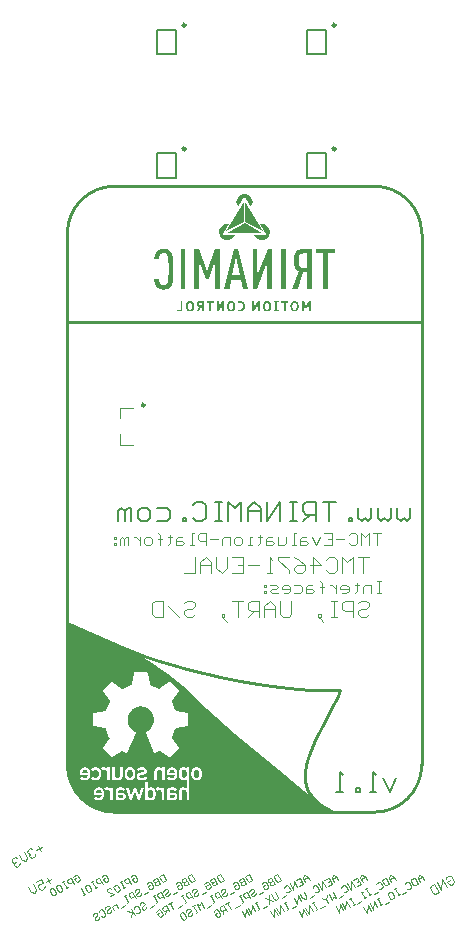
<source format=gbo>
G04 Layer_Color=32896*
%FSLAX25Y25*%
%MOIN*%
G70*
G01*
G75*
%ADD30C,0.00600*%
%ADD34C,0.01000*%
%ADD54C,0.00984*%
%ADD60C,0.00787*%
%ADD62C,0.00472*%
%ADD63C,0.00350*%
%ADD64C,0.00321*%
%ADD93C,0.00197*%
%ADD94C,0.00535*%
%ADD95C,0.00428*%
G36*
X103986Y208900D02*
X104159Y208878D01*
X104159Y208877D01*
X104193Y208872D01*
X104261Y208856D01*
X104327Y208837D01*
X104393Y208813D01*
X104425Y208800D01*
X104425Y208799D01*
X104456Y208786D01*
X104517Y208756D01*
X104576Y208723D01*
X104632Y208687D01*
X104660Y208668D01*
X104660Y208667D01*
X104688Y208648D01*
X104741Y208605D01*
X104790Y208558D01*
X104837Y208508D01*
X104859Y208482D01*
X104960Y208344D01*
X105019Y208241D01*
X105071Y208130D01*
X105071Y208130D01*
X105083Y208099D01*
X105106Y208037D01*
X105128Y207975D01*
X105147Y207912D01*
X105156Y207881D01*
X105187Y207743D01*
X105210Y207595D01*
X105226Y207439D01*
X105235Y207188D01*
X105234Y207102D01*
X105226Y206937D01*
X105210Y206780D01*
X105187Y206633D01*
X105137Y206430D01*
X105095Y206305D01*
X105046Y206189D01*
X104990Y206082D01*
X104990Y206082D01*
X104976Y206057D01*
X104945Y206009D01*
X104912Y205961D01*
X104877Y205916D01*
X104859Y205894D01*
X104858Y205894D01*
X104815Y205842D01*
X104715Y205749D01*
X104606Y205669D01*
X104488Y205603D01*
X104425Y205576D01*
X104425Y205576D01*
X104400Y205566D01*
X104348Y205547D01*
X104295Y205530D01*
X104241Y205516D01*
X104214Y205509D01*
X104045Y205482D01*
X103866Y205472D01*
Y206006D01*
X103866D01*
X103866Y206006D01*
Y206006D01*
X103883Y206006D01*
X103917Y206007D01*
X103952Y206010D01*
X103986Y206015D01*
X104003Y206018D01*
X104033Y206024D01*
X104093Y206043D01*
X104151Y206066D01*
X104207Y206096D01*
X104233Y206112D01*
X104327Y206195D01*
X104406Y206301D01*
X104471Y206431D01*
X104522Y206585D01*
X104558Y206762D01*
X104580Y206973D01*
X104587Y207188D01*
X104579Y207413D01*
X104559Y207617D01*
X104522Y207791D01*
X104471Y207945D01*
X104406Y208075D01*
X104275Y208228D01*
X104125Y208323D01*
Y208323D01*
X104094Y208334D01*
X104030Y208353D01*
X103965Y208365D01*
X103899Y208370D01*
X103866Y208370D01*
X103729Y208358D01*
X103601Y208312D01*
X103498Y208264D01*
X103404Y208181D01*
X103325Y208075D01*
X103260Y207945D01*
X103209Y207791D01*
X103173Y207614D01*
X103144Y207397D01*
X103145Y207188D01*
X103152Y206963D01*
X103173Y206762D01*
X103209Y206585D01*
X103260Y206431D01*
X103260Y206431D01*
X103268Y206415D01*
X103283Y206382D01*
X103299Y206349D01*
X103316Y206317D01*
X103325Y206301D01*
X103325Y206301D01*
X103337Y206281D01*
X103363Y206243D01*
X103392Y206207D01*
X103424Y206173D01*
X103441Y206157D01*
X103441Y206157D01*
X103459Y206141D01*
X103498Y206112D01*
X103540Y206085D01*
X103584Y206063D01*
X103606Y206053D01*
X103606Y206053D01*
X103637Y206041D01*
X103701Y206023D01*
X103766Y206011D01*
X103833Y206006D01*
X103866Y206006D01*
X103866Y205472D01*
X103745Y205476D01*
X103573Y205498D01*
X103573Y205498D01*
X103539Y205504D01*
X103471Y205520D01*
X103404Y205540D01*
X103339Y205563D01*
X103306Y205576D01*
X103306Y205576D01*
X103243Y205602D01*
X103125Y205668D01*
X103015Y205748D01*
X102916Y205842D01*
X102873Y205894D01*
X102771Y206032D01*
X102712Y206135D01*
X102660Y206246D01*
X102660Y206246D01*
X102647Y206276D01*
X102624Y206338D01*
X102603Y206400D01*
X102584Y206463D01*
X102576Y206495D01*
X102544Y206633D01*
X102521Y206780D01*
X102505Y206937D01*
X102496Y207188D01*
X102497Y207274D01*
X102505Y207439D01*
X102521Y207595D01*
X102544Y207743D01*
X102594Y207946D01*
X102636Y208071D01*
X102685Y208187D01*
X102741Y208294D01*
X102742Y208293D01*
X102755Y208318D01*
X102786Y208367D01*
X102819Y208415D01*
X102854Y208460D01*
X102873Y208482D01*
X102873Y208482D01*
X102917Y208534D01*
X103016Y208626D01*
X103125Y208706D01*
X103244Y208773D01*
X103306Y208800D01*
X103307Y208799D01*
X103339Y208813D01*
X103405Y208837D01*
X103473Y208857D01*
X103542Y208872D01*
X103577Y208878D01*
X103673Y208894D01*
X103866Y208904D01*
X103986Y208900D01*
D02*
G37*
G36*
X125074Y208900D02*
X125247Y208878D01*
X125247Y208877D01*
X125281Y208872D01*
X125349Y208856D01*
X125416Y208837D01*
X125481Y208813D01*
X125513Y208800D01*
X125513Y208799D01*
X125544Y208786D01*
X125605Y208756D01*
X125664Y208723D01*
X125721Y208687D01*
X125748Y208668D01*
X125748Y208667D01*
X125776Y208648D01*
X125829Y208605D01*
X125879Y208558D01*
X125925Y208508D01*
X125947Y208482D01*
X126048Y208344D01*
X126107Y208241D01*
X126159Y208130D01*
X126159Y208130D01*
X126172Y208099D01*
X126195Y208037D01*
X126216Y207975D01*
X126235Y207912D01*
X126244Y207881D01*
X126275Y207743D01*
X126298Y207595D01*
X126314Y207439D01*
X126323Y207188D01*
X126322Y207102D01*
X126314Y206937D01*
X126298Y206780D01*
X126275Y206633D01*
X126225Y206430D01*
X126183Y206305D01*
X126134Y206189D01*
X126078Y206082D01*
X126078Y206082D01*
X126064Y206057D01*
X126033Y206009D01*
X126000Y205961D01*
X125965Y205916D01*
X125947Y205894D01*
X125947Y205894D01*
X125903Y205842D01*
X125804Y205749D01*
X125694Y205669D01*
X125576Y205602D01*
X125513Y205576D01*
X125514Y205576D01*
X125488Y205566D01*
X125436Y205547D01*
X125383Y205530D01*
X125329Y205516D01*
X125302Y205509D01*
X125133Y205482D01*
X124954Y205472D01*
X124834Y205476D01*
X124661Y205498D01*
X124661D01*
X124627Y205504D01*
X124559Y205520D01*
X124492Y205540D01*
X124427Y205563D01*
X124395Y205576D01*
X124395Y205576D01*
X124332Y205602D01*
X124213Y205668D01*
X124103Y205748D01*
X124004Y205842D01*
X123961Y205894D01*
X123860Y206032D01*
X123801Y206135D01*
X123748Y206246D01*
X123749Y206246D01*
X123736Y206276D01*
X123712Y206338D01*
X123691Y206400D01*
X123672Y206463D01*
X123664Y206495D01*
X123633Y206633D01*
X123609Y206780D01*
X123593Y206937D01*
X123585Y207188D01*
X123586Y207274D01*
X123593Y207439D01*
X123609Y207595D01*
X123633Y207743D01*
X123682Y207946D01*
X123725Y208071D01*
X123774Y208187D01*
X123829Y208294D01*
X123830Y208293D01*
X123844Y208318D01*
X123874Y208367D01*
X123907Y208415D01*
X123942Y208460D01*
X123961Y208482D01*
X123961Y208482D01*
X124005Y208533D01*
X124104Y208626D01*
X124214Y208706D01*
X124332Y208773D01*
X124395Y208800D01*
X124395Y208799D01*
X124427Y208813D01*
X124494Y208837D01*
X124562Y208857D01*
X124630Y208872D01*
X124665Y208878D01*
X124761Y208894D01*
X124954Y208904D01*
X125074Y208900D01*
D02*
G37*
G36*
X90208D02*
X90381Y208878D01*
X90381Y208877D01*
X90415Y208872D01*
X90483Y208856D01*
X90550Y208837D01*
X90615Y208813D01*
X90647Y208800D01*
X90647Y208799D01*
X90678Y208786D01*
X90739Y208756D01*
X90798Y208723D01*
X90855Y208687D01*
X90882Y208668D01*
X90882Y208667D01*
X90910Y208648D01*
X90963Y208605D01*
X91013Y208558D01*
X91059Y208508D01*
X91081Y208482D01*
X91182Y208344D01*
X91241Y208241D01*
X91293Y208130D01*
X91293Y208130D01*
X91306Y208099D01*
X91329Y208037D01*
X91350Y207975D01*
X91369Y207912D01*
X91378Y207881D01*
X91409Y207743D01*
X91432Y207595D01*
X91448Y207439D01*
X91457Y207188D01*
X91456Y207102D01*
X91448Y206937D01*
X91432Y206780D01*
X91409Y206633D01*
X91359Y206430D01*
X91317Y206305D01*
X91268Y206189D01*
X91212Y206082D01*
X91212Y206082D01*
X91198Y206057D01*
X91167Y206009D01*
X91134Y205961D01*
X91099Y205916D01*
X91081Y205894D01*
X91080Y205894D01*
X91037Y205842D01*
X90938Y205749D01*
X90828Y205669D01*
X90710Y205602D01*
X90647Y205576D01*
X90648Y205576D01*
X90622Y205566D01*
X90570Y205547D01*
X90517Y205530D01*
X90463Y205516D01*
X90436Y205509D01*
X90267Y205482D01*
X90088Y205472D01*
Y206006D01*
X90088Y206006D01*
X90105Y206006D01*
X90140Y206007D01*
X90174Y206010D01*
X90208Y206015D01*
X90225Y206018D01*
X90225Y206018D01*
X90255Y206024D01*
X90316Y206043D01*
X90373Y206066D01*
X90429Y206096D01*
X90456Y206112D01*
X90549Y206195D01*
X90628Y206301D01*
X90693Y206431D01*
X90744Y206585D01*
X90780Y206762D01*
X90803Y206973D01*
X90809Y207188D01*
X90802Y207413D01*
X90781Y207617D01*
X90744Y207791D01*
X90693Y207945D01*
X90628Y208075D01*
X90497Y208228D01*
X90347Y208323D01*
X90347Y208323D01*
X90316Y208334D01*
X90253Y208353D01*
X90187Y208364D01*
X90121Y208370D01*
X90088Y208370D01*
X89951Y208358D01*
X89823Y208312D01*
X89720Y208264D01*
X89626Y208181D01*
X89547Y208075D01*
X89482Y207945D01*
X89432Y207791D01*
X89396Y207614D01*
X89367Y207397D01*
X89367Y207188D01*
X89374Y206963D01*
X89396Y206762D01*
X89432Y206585D01*
X89482Y206431D01*
X89482Y206431D01*
X89490Y206415D01*
X89505Y206382D01*
X89521Y206349D01*
X89538Y206317D01*
X89547Y206301D01*
X89547Y206301D01*
X89559Y206281D01*
X89585Y206243D01*
X89614Y206207D01*
X89646Y206173D01*
X89663Y206157D01*
X89663Y206157D01*
X89682Y206141D01*
X89721Y206112D01*
X89762Y206085D01*
X89806Y206063D01*
X89828Y206053D01*
X89828Y206053D01*
X89860Y206041D01*
X89923Y206023D01*
X89989Y206011D01*
X90055Y206006D01*
X90088Y206006D01*
X90088Y205472D01*
X89968Y205476D01*
X89795Y205498D01*
X89795D01*
X89761Y205504D01*
X89693Y205520D01*
X89626Y205540D01*
X89561Y205563D01*
X89529Y205576D01*
X89529Y205576D01*
X89466Y205602D01*
X89347Y205668D01*
X89237Y205748D01*
X89138Y205842D01*
X89095Y205894D01*
X88994Y206032D01*
X88935Y206135D01*
X88882Y206246D01*
X88883Y206246D01*
X88870Y206276D01*
X88846Y206338D01*
X88825Y206400D01*
X88806Y206463D01*
X88798Y206495D01*
X88766Y206633D01*
X88743Y206780D01*
X88727Y206937D01*
X88719Y207188D01*
X88720Y207274D01*
X88727Y207439D01*
X88743Y207595D01*
X88766Y207743D01*
X88816Y207946D01*
X88859Y208071D01*
X88908Y208187D01*
X88963Y208294D01*
X88964Y208293D01*
X88978Y208318D01*
X89008Y208367D01*
X89041Y208415D01*
X89076Y208460D01*
X89095Y208482D01*
X89095Y208482D01*
X89139Y208533D01*
X89238Y208626D01*
X89348Y208706D01*
X89466Y208773D01*
X89529Y208800D01*
X89529Y208799D01*
X89561Y208813D01*
X89628Y208837D01*
X89696Y208857D01*
X89764Y208872D01*
X89799Y208878D01*
X89895Y208894D01*
X90088Y208904D01*
X90208Y208900D01*
D02*
G37*
G36*
X115902Y208900D02*
X116075Y208878D01*
X116075Y208877D01*
X116110Y208872D01*
X116177Y208856D01*
X116244Y208837D01*
X116309Y208813D01*
X116341Y208800D01*
X116341Y208799D01*
X116372Y208786D01*
X116433Y208756D01*
X116492Y208723D01*
X116549Y208687D01*
X116576Y208668D01*
X116576Y208667D01*
X116604Y208648D01*
X116657Y208605D01*
X116707Y208558D01*
X116753Y208508D01*
X116775Y208482D01*
X116876Y208344D01*
X116935Y208241D01*
X116987Y208130D01*
X116987Y208130D01*
X117000Y208099D01*
X117023Y208037D01*
X117044Y207975D01*
X117063Y207912D01*
X117072Y207881D01*
X117103Y207743D01*
X117127Y207595D01*
X117142Y207439D01*
X117151Y207188D01*
X117150Y207102D01*
X117142Y206937D01*
X117127Y206780D01*
X117103Y206633D01*
X117053Y206430D01*
X117011Y206305D01*
X116962Y206189D01*
X116906Y206082D01*
X116906Y206082D01*
X116892Y206057D01*
X116861Y206009D01*
X116828Y205961D01*
X116793Y205916D01*
X116775Y205894D01*
X116775Y205894D01*
X116731Y205842D01*
X116632Y205749D01*
X116522Y205669D01*
X116404Y205603D01*
X116341Y205576D01*
X116342Y205576D01*
X116316Y205566D01*
X116264Y205547D01*
X116211Y205530D01*
X116157Y205516D01*
X116130Y205509D01*
X115961Y205482D01*
X115782Y205472D01*
Y206006D01*
X115799Y206006D01*
X115834Y206007D01*
X115868Y206010D01*
X115902Y206015D01*
X115919Y206018D01*
X115950Y206024D01*
X116010Y206043D01*
X116068Y206066D01*
X116123Y206096D01*
X116150Y206112D01*
X116243Y206195D01*
X116322Y206301D01*
X116387Y206431D01*
X116438Y206585D01*
X116474Y206762D01*
X116497Y206973D01*
X116503Y207188D01*
X116496Y207413D01*
X116475Y207617D01*
X116438Y207791D01*
X116387Y207945D01*
X116323Y208075D01*
X116191Y208228D01*
X116042Y208323D01*
X116042Y208323D01*
X116010Y208334D01*
X115947Y208353D01*
X115881Y208365D01*
X115815Y208370D01*
X115782Y208370D01*
X115645Y208358D01*
X115517Y208312D01*
X115414Y208264D01*
X115321Y208181D01*
X115241Y208075D01*
X115176Y207945D01*
X115126Y207791D01*
X115090Y207614D01*
X115061Y207397D01*
X115061Y207188D01*
X115068Y206963D01*
X115090Y206762D01*
X115126Y206585D01*
X115176Y206431D01*
X115177Y206431D01*
X115184Y206415D01*
X115199Y206382D01*
X115215Y206349D01*
X115232Y206317D01*
X115241Y206301D01*
X115242Y206301D01*
X115253Y206281D01*
X115279Y206243D01*
X115308Y206207D01*
X115340Y206173D01*
X115357Y206157D01*
X115357Y206157D01*
X115376Y206141D01*
X115415Y206112D01*
X115456Y206085D01*
X115500Y206063D01*
X115523Y206053D01*
X115523Y206053D01*
X115554Y206041D01*
X115617Y206023D01*
X115683Y206011D01*
X115749Y206006D01*
X115782Y206006D01*
X115782Y205472D01*
X115662Y205476D01*
X115489Y205498D01*
X115489Y205498D01*
X115455Y205504D01*
X115387Y205520D01*
X115321Y205540D01*
X115255Y205563D01*
X115223Y205576D01*
X115223Y205576D01*
X115160Y205602D01*
X115041Y205668D01*
X114931Y205748D01*
X114832Y205842D01*
X114789Y205894D01*
X114688Y206032D01*
X114629Y206135D01*
X114576Y206246D01*
X114577Y206246D01*
X114564Y206276D01*
X114540Y206338D01*
X114519Y206400D01*
X114500Y206463D01*
X114492Y206495D01*
X114461Y206633D01*
X114437Y206780D01*
X114421Y206937D01*
X114413Y207188D01*
X114414Y207274D01*
X114421Y207439D01*
X114437Y207595D01*
X114461Y207743D01*
X114510Y207946D01*
X114553Y208071D01*
X114602Y208187D01*
X114657Y208294D01*
X114658Y208293D01*
X114672Y208318D01*
X114702Y208367D01*
X114735Y208415D01*
X114770Y208460D01*
X114789Y208482D01*
X114789Y208482D01*
X114833Y208534D01*
X114932Y208626D01*
X115042Y208706D01*
X115160Y208773D01*
X115223Y208800D01*
X115223Y208799D01*
X115255Y208813D01*
X115322Y208837D01*
X115390Y208857D01*
X115459Y208872D01*
X115493Y208878D01*
X115589Y208894D01*
X115782Y208904D01*
X115902Y208900D01*
D02*
G37*
G36*
X122094Y226231D02*
X122095Y226230D01*
X122096Y226229D01*
Y226228D01*
X122096D01*
X122096Y212866D01*
Y212865D01*
X122095Y212864D01*
X122094Y212863D01*
X122093Y212863D01*
X120480D01*
X120479Y212863D01*
X120478Y212864D01*
X120477Y212865D01*
Y212866D01*
Y226228D01*
Y226229D01*
X120478Y226230D01*
X120479Y226231D01*
X120480Y226231D01*
X122093D01*
X122094Y226231D01*
D02*
G37*
G36*
X88563D02*
X88564Y226230D01*
X88564Y226229D01*
Y226228D01*
X88564D01*
X88564Y212866D01*
Y212865D01*
X88564Y212864D01*
X88563Y212863D01*
X88562Y212863D01*
X86949D01*
X86948Y212863D01*
X86947Y212864D01*
X86946Y212865D01*
Y212866D01*
Y226228D01*
Y226229D01*
X86947Y226230D01*
X86948Y226231D01*
X86949Y226231D01*
X88562D01*
X88563Y226231D01*
D02*
G37*
G36*
X107146Y208895D02*
X107284Y208871D01*
X107419Y208834D01*
X107484Y208809D01*
Y208809D01*
X107549Y208784D01*
X107673Y208721D01*
X107789Y208645D01*
X107896Y208557D01*
X107945Y208507D01*
X107945Y208507D01*
X107960Y208492D01*
X107989Y208459D01*
X108017Y208425D01*
X108044Y208390D01*
X108056Y208373D01*
X108123Y208271D01*
X108183Y208159D01*
X108229Y208061D01*
X108284Y207907D01*
X108322Y207766D01*
X108351Y207614D01*
X108370Y207452D01*
X108381Y207188D01*
X108379Y207098D01*
X108370Y206925D01*
X108351Y206762D01*
X108322Y206610D01*
X108261Y206402D01*
X108211Y206276D01*
X108090Y206053D01*
X107945Y205869D01*
X107945Y205869D01*
X107877Y205798D01*
X107721Y205680D01*
X107550Y205588D01*
X107365Y205523D01*
X107269Y205505D01*
X107270Y205505D01*
X107221Y205496D01*
X107124Y205482D01*
X107027Y205474D01*
X106929Y205471D01*
X106880Y205472D01*
X106773Y205476D01*
X106672Y205482D01*
X106532Y205497D01*
X106446Y205512D01*
X106368Y205526D01*
X106234Y205553D01*
X106133Y205574D01*
Y206124D01*
X106223Y206108D01*
X106363Y206085D01*
X106479Y206069D01*
X106680Y206045D01*
X106780Y206039D01*
X106875Y206036D01*
X106875D01*
X106914Y206036D01*
X106992Y206042D01*
X107070Y206055D01*
X107146Y206075D01*
X107183Y206087D01*
X107206Y206096D01*
X107249Y206116D01*
X107292Y206138D01*
X107332Y206164D01*
X107352Y206178D01*
X107352Y206178D01*
X107369Y206191D01*
X107401Y206219D01*
X107431Y206249D01*
X107460Y206281D01*
X107473Y206298D01*
X107555Y206425D01*
X107591Y206499D01*
X107638Y206623D01*
X107664Y206716D01*
X107684Y206819D01*
X107698Y206932D01*
X107707Y207054D01*
X107709Y207254D01*
X107703Y207380D01*
X107692Y207497D01*
X107664Y207656D01*
X107623Y207795D01*
X107591Y207877D01*
X107555Y207953D01*
X107516Y208020D01*
X107450Y208108D01*
X107450Y208108D01*
X107442Y208118D01*
X107424Y208137D01*
X107406Y208155D01*
X107387Y208172D01*
X107377Y208180D01*
X107353Y208199D01*
X107302Y208234D01*
X107248Y208264D01*
X107192Y208290D01*
X107163Y208301D01*
X107163Y208301D01*
X107128Y208313D01*
X107057Y208331D01*
X106985Y208342D01*
X106911Y208347D01*
X106875Y208347D01*
X106780Y208345D01*
X106680Y208338D01*
X106599Y208330D01*
X106479Y208317D01*
X106345Y208300D01*
X106240Y208283D01*
X106133Y208264D01*
Y208802D01*
X106234Y208823D01*
X106331Y208842D01*
X106446Y208864D01*
X106577Y208884D01*
X106672Y208894D01*
X106773Y208900D01*
X106935Y208904D01*
X106935Y208904D01*
X107006Y208905D01*
X107146Y208895D01*
D02*
G37*
G36*
X93504Y208861D02*
X93504Y208861D01*
X94623Y208861D01*
X94626Y205518D01*
X93998Y205515D01*
X93994Y206971D01*
X93994Y206974D01*
X93769D01*
X93014Y205517D01*
X92325Y205515D01*
X93108Y207032D01*
X93048Y207043D01*
X92933Y207085D01*
X92827Y207145D01*
X92732Y207222D01*
X92692Y207268D01*
X92692D01*
X92665Y207295D01*
X92616Y207353D01*
X92572Y207415D01*
X92532Y207480D01*
X92515Y207514D01*
X92501Y207552D01*
X92480Y207629D01*
X92466Y207708D01*
X92460Y207788D01*
X92460Y207828D01*
X92459Y207843D01*
X92459Y207874D01*
X92459Y207904D01*
X92459Y207935D01*
X92460Y207950D01*
X92460Y207950D01*
X92460Y207978D01*
X92461Y208033D01*
X92464Y208088D01*
X92469Y208143D01*
X92473Y208170D01*
X92473Y208170D01*
X92477Y208197D01*
X92489Y208250D01*
X92506Y208302D01*
X92526Y208352D01*
X92538Y208377D01*
X92538Y208377D01*
X92547Y208400D01*
X92567Y208446D01*
X92591Y208489D01*
X92619Y208531D01*
X92634Y208551D01*
X92634Y208551D01*
X92649Y208569D01*
X92682Y208602D01*
X92717Y208634D01*
X92754Y208663D01*
X92774Y208675D01*
X92792Y208691D01*
X92831Y208719D01*
X92872Y208743D01*
X92915Y208763D01*
X92938Y208772D01*
X92938Y208772D01*
X93006Y208796D01*
X93146Y208831D01*
X93288Y208854D01*
X93432Y208863D01*
X93504Y208861D01*
D02*
G37*
G36*
X122873Y208861D02*
X122874Y208860D01*
X122875Y208859D01*
Y208858D01*
Y208301D01*
Y208301D01*
X122874Y208299D01*
X122873Y208299D01*
X122872Y208298D01*
X122040D01*
X122040Y205518D01*
Y205517D01*
X122040Y205516D01*
X122039Y205515D01*
X122038Y205515D01*
X122037D01*
Y205515D01*
X121412Y205515D01*
X121411D01*
X121410Y205515D01*
X121409Y205516D01*
X121408Y205517D01*
Y205518D01*
Y208298D01*
X120576D01*
X120575Y208299D01*
X120574Y208299D01*
X120574Y208301D01*
Y208301D01*
Y208858D01*
Y208859D01*
X120574Y208860D01*
X120575Y208861D01*
X120576Y208861D01*
X122872D01*
X122873Y208861D01*
D02*
G37*
G36*
X119748D02*
X119749Y208860D01*
X119749Y208859D01*
Y208858D01*
Y208462D01*
Y208461D01*
X119749Y208460D01*
X119748Y208459D01*
X119746Y208458D01*
X119192D01*
Y205918D01*
X119746Y205918D01*
X119746D01*
X119748Y205917D01*
X119749Y205916D01*
X119749Y205915D01*
Y205914D01*
Y205518D01*
Y205517D01*
X119749Y205516D01*
X119748Y205515D01*
X119746Y205515D01*
X119746D01*
Y205515D01*
X118008Y205515D01*
X118007D01*
X118006Y205515D01*
X118005Y205516D01*
X118004Y205517D01*
Y205518D01*
X118004D01*
X118004Y205914D01*
Y205915D01*
X118005Y205916D01*
X118006Y205917D01*
X118007Y205918D01*
X118008D01*
Y205918D01*
X118561D01*
Y208458D01*
X118007D01*
X118006Y208459D01*
X118005Y208460D01*
X118004Y208461D01*
Y208462D01*
X118004D01*
X118004Y208858D01*
Y208859D01*
X118005Y208860D01*
X118006Y208861D01*
X118007Y208861D01*
X119746D01*
X119748Y208861D01*
D02*
G37*
G36*
X97943D02*
X97943Y208860D01*
X97944Y208859D01*
Y208858D01*
X97944D01*
X97944Y208301D01*
Y208301D01*
X97943Y208299D01*
X97943Y208299D01*
X97941Y208298D01*
X97109D01*
X97109Y205518D01*
Y205517D01*
X97109Y205516D01*
X97108Y205515D01*
X97106Y205515D01*
X97106D01*
Y205515D01*
X96480Y205515D01*
X96480D01*
X96478Y205515D01*
X96478Y205516D01*
X96477Y205517D01*
Y205518D01*
X96477D01*
Y208298D01*
X95645D01*
X95644Y208299D01*
X95643Y208299D01*
X95643Y208301D01*
Y208301D01*
Y208858D01*
Y208859D01*
X95643Y208860D01*
X95644Y208861D01*
X95645Y208861D01*
X97941D01*
X97943Y208861D01*
D02*
G37*
G36*
X87574D02*
X87575Y208860D01*
X87576Y208859D01*
Y208858D01*
X87576D01*
X87576Y205518D01*
Y205517D01*
X87575Y205516D01*
X87574Y205515D01*
X87573Y205515D01*
X87572D01*
Y205515D01*
X85927Y205515D01*
X85926D01*
X85925Y205515D01*
X85924Y205516D01*
X85923Y205517D01*
Y205518D01*
Y206051D01*
Y206052D01*
X85924Y206053D01*
X85925Y206054D01*
X85926Y206055D01*
X85927D01*
Y206055D01*
X86944D01*
Y208858D01*
Y208859D01*
X86944Y208860D01*
X86945Y208861D01*
X86946Y208861D01*
X87573D01*
X87574Y208861D01*
D02*
G37*
G36*
X130317D02*
X130318Y208860D01*
X130319Y208859D01*
Y208858D01*
X130319D01*
X130319Y205518D01*
Y205517D01*
X130318Y205516D01*
X130317Y205515D01*
X130316Y205515D01*
X130315D01*
Y205515D01*
X129690Y205515D01*
X129689D01*
X129688Y205515D01*
X129687Y205516D01*
X129687Y205517D01*
Y205518D01*
Y207568D01*
X129198Y206561D01*
X129198Y206560D01*
X129198Y206559D01*
X129197Y206559D01*
X129196Y206559D01*
X128576D01*
X128575Y206559D01*
X128574Y206559D01*
X128574Y206560D01*
X128574Y206561D01*
Y206561D01*
X128099Y207559D01*
Y205518D01*
Y205517D01*
X128098Y205516D01*
X128098Y205515D01*
X128096Y205515D01*
X128096D01*
Y205515D01*
X127471Y205515D01*
X127470D01*
X127469Y205515D01*
X127468Y205516D01*
X127468Y205517D01*
Y205518D01*
X127468D01*
X127468Y208858D01*
Y208859D01*
X127468Y208860D01*
X127469Y208861D01*
X127470Y208861D01*
X128096D01*
X128097Y208861D01*
X128098Y208861D01*
X128098Y208860D01*
X128099Y208859D01*
X128099D01*
X128886Y207227D01*
X129687Y208859D01*
X129687Y208860D01*
X129688Y208861D01*
X129689Y208861D01*
X129690Y208861D01*
X130316D01*
X130317Y208861D01*
D02*
G37*
G36*
X113268D02*
X113269Y208860D01*
X113270Y208859D01*
Y208858D01*
X113270D01*
X113270Y205518D01*
Y205517D01*
X113269Y205516D01*
X113268Y205515D01*
X113267Y205515D01*
X113266D01*
Y205515D01*
X112640Y205515D01*
X112640D01*
X112638Y205515D01*
X112638Y205516D01*
X112637Y205517D01*
Y205518D01*
X112637D01*
Y207537D01*
X111515Y205516D01*
X111515Y205516D01*
X111514Y205515D01*
X111513Y205515D01*
X111512Y205515D01*
X111512D01*
Y205515D01*
X110887Y205515D01*
X110886D01*
X110885Y205515D01*
X110884Y205516D01*
X110884Y205517D01*
Y205518D01*
Y208858D01*
Y208859D01*
X110884Y208860D01*
X110885Y208861D01*
X110886Y208861D01*
X111513D01*
X111514Y208861D01*
X111515Y208860D01*
X111515Y208859D01*
Y208858D01*
X111515D01*
Y206834D01*
X112637Y208860D01*
X112638Y208860D01*
X112638Y208861D01*
X112639Y208861D01*
X112640Y208861D01*
X113267D01*
X113268Y208861D01*
D02*
G37*
G36*
X101352D02*
X101353Y208860D01*
X101353Y208859D01*
Y208858D01*
Y205518D01*
Y205517D01*
X101353Y205516D01*
X101352Y205515D01*
X101351Y205515D01*
X101350D01*
Y205515D01*
X100724Y205515D01*
X100724D01*
X100723Y205515D01*
X100722Y205516D01*
X100721Y205517D01*
Y205518D01*
X100721D01*
Y207537D01*
X99599Y205516D01*
X99599Y205516D01*
X99598Y205515D01*
X99597Y205515D01*
X99597Y205515D01*
X99596D01*
Y205515D01*
X98971Y205515D01*
X98970D01*
X98969Y205515D01*
X98968Y205516D01*
X98967Y205517D01*
Y205518D01*
Y208858D01*
Y208859D01*
X98968Y208860D01*
X98969Y208861D01*
X98970Y208861D01*
X99597D01*
X99598Y208861D01*
X99599Y208860D01*
X99599Y208859D01*
Y208858D01*
X99599D01*
Y206834D01*
X100722Y208860D01*
X100722Y208860D01*
X100723Y208861D01*
X100723Y208861D01*
X100724Y208861D01*
X101351D01*
X101352Y208861D01*
D02*
G37*
G36*
X114694Y234492D02*
X115388Y234199D01*
X115974Y233724D01*
X116404Y233105D01*
X116644Y232390D01*
X116675Y231637D01*
X116495Y230905D01*
X116307Y230578D01*
X116118Y230252D01*
X115574Y229730D01*
X114906Y229380D01*
X114167Y229231D01*
X113416Y229294D01*
X112712Y229563D01*
X112111Y230018D01*
X111660Y230623D01*
X111528Y230976D01*
X111528Y230976D01*
X115355D01*
X115460Y231002D01*
X115514Y231099D01*
X115486Y231204D01*
X113573Y234517D01*
X113945Y234579D01*
X114694Y234492D01*
D02*
G37*
G36*
X102963Y234514D02*
Y234514D01*
X101050Y231200D01*
X101044Y231188D01*
X101033Y231163D01*
X101025Y231137D01*
X101021Y231110D01*
X101019Y231096D01*
X101019Y231096D01*
X101022Y231082D01*
X101031Y231055D01*
X101046Y231031D01*
X101066Y231010D01*
X101077Y231001D01*
Y231001D01*
X101089Y230995D01*
X101114Y230984D01*
X101141Y230977D01*
X101168Y230973D01*
X101182Y230973D01*
X101182Y230973D01*
X105007Y230972D01*
X104876Y230619D01*
X104425Y230015D01*
X103824Y229559D01*
X103120Y229290D01*
X102369Y229227D01*
X101630Y229377D01*
X100962Y229726D01*
X100418Y230248D01*
X100230Y230574D01*
X100041Y230901D01*
X99861Y231633D01*
X99892Y232386D01*
X100133Y233101D01*
X100562Y233721D01*
X101148Y234196D01*
X101843Y234489D01*
X102592Y234576D01*
X102963Y234514D01*
D02*
G37*
G36*
X117503Y226231D02*
X117503Y226230D01*
X117504Y226229D01*
Y226228D01*
X117504D01*
X117504Y212866D01*
Y212865D01*
X117503Y212864D01*
X117503Y212863D01*
X117501Y212863D01*
X115888D01*
X115887Y212863D01*
X115886Y212864D01*
X115886Y212865D01*
Y212866D01*
X115886D01*
Y221988D01*
X112444Y212865D01*
X112444Y212864D01*
X112443Y212864D01*
X112442Y212863D01*
X112442Y212863D01*
X110978D01*
X110977Y212863D01*
X110976Y212864D01*
X110975Y212865D01*
Y212866D01*
Y226228D01*
Y226229D01*
X110976Y226230D01*
X110977Y226231D01*
X110978Y226231D01*
X112592D01*
X112593Y226231D01*
X112594Y226230D01*
X112594Y226229D01*
X112594Y226228D01*
X112594Y226228D01*
X112575Y217107D01*
X115998Y226229D01*
X115998Y226228D01*
X115998D01*
X115998Y226229D01*
X115998Y226230D01*
X115999Y226231D01*
X116000Y226231D01*
X116001Y226231D01*
X117501D01*
X117503Y226231D01*
D02*
G37*
G36*
X81296Y226378D02*
X81606Y226366D01*
X81606Y226366D01*
X81677Y226361D01*
X81818Y226345D01*
X81958Y226323D01*
X82097Y226295D01*
X82166Y226278D01*
X82258Y226255D01*
X82438Y226198D01*
X82614Y226129D01*
X82785Y226047D01*
X82867Y226001D01*
X82867Y226001D01*
X82968Y225945D01*
X83160Y225815D01*
X83340Y225669D01*
X83507Y225508D01*
X83583Y225421D01*
X83583Y225421D01*
X83616Y225383D01*
X83681Y225304D01*
X83744Y225224D01*
X83804Y225142D01*
X83833Y225101D01*
X83833Y225101D01*
X83861Y225057D01*
X83914Y224969D01*
X83965Y224879D01*
X84014Y224788D01*
X84037Y224742D01*
X84198Y224337D01*
X84323Y223878D01*
X84415Y223357D01*
X84479Y222766D01*
X84521Y222098D01*
X84544Y221344D01*
X84557Y219548D01*
X84555Y218599D01*
X84544Y217751D01*
X84521Y216997D01*
X84479Y216329D01*
X84411Y215738D01*
X84323Y215217D01*
X84198Y214758D01*
X84198Y214758D01*
X84182Y214706D01*
X84145Y214603D01*
X84105Y214502D01*
X84061Y214402D01*
X84037Y214353D01*
X84037Y214353D01*
X83992Y214261D01*
X83890Y214083D01*
X83776Y213913D01*
X83651Y213750D01*
X83583Y213674D01*
X83583Y213673D01*
X83486Y213564D01*
X83270Y213367D01*
X83035Y213193D01*
X82784Y213045D01*
X82651Y212984D01*
X82651Y212984D01*
X82593Y212957D01*
X82473Y212909D01*
X82352Y212868D01*
X82228Y212832D01*
X82166Y212817D01*
X81896Y212762D01*
X81896Y212762D01*
X81822Y212751D01*
X81672Y212734D01*
X81522Y212723D01*
X81372Y212717D01*
X81296Y212717D01*
X81034Y212724D01*
X81035Y212724D01*
X80975Y212728D01*
X80854Y212739D01*
X80734Y212754D01*
X80614Y212772D01*
X80554Y212783D01*
X80555Y212783D01*
X80370Y212816D01*
X80014Y212935D01*
X79679Y213104D01*
X79372Y213320D01*
X79236Y213449D01*
X79236Y213449D01*
X79212Y213471D01*
X79163Y213518D01*
X79116Y213566D01*
X79070Y213615D01*
X79048Y213640D01*
X79049Y213640D01*
X79029Y213662D01*
X78990Y213708D01*
X78952Y213754D01*
X78916Y213802D01*
X78899Y213826D01*
X78900Y213825D01*
X78876Y213857D01*
X78831Y213921D01*
X78788Y213987D01*
X78747Y214054D01*
X78727Y214088D01*
X78728Y214088D01*
X78710Y214119D01*
X78675Y214181D01*
X78642Y214245D01*
X78610Y214309D01*
X78595Y214341D01*
X78596Y214341D01*
X78580Y214374D01*
X78549Y214441D01*
X78521Y214509D01*
X78494Y214577D01*
X78481Y214612D01*
X78482Y214611D01*
X78455Y214683D01*
X78407Y214828D01*
X78364Y214975D01*
X78327Y215124D01*
X78312Y215199D01*
X78313Y215198D01*
X78287Y215318D01*
X78248Y215560D01*
X78221Y215803D01*
X78206Y216047D01*
X78205Y216170D01*
X79817Y216170D01*
X79833Y215824D01*
X79882Y215492D01*
X79919Y215333D01*
X79966Y215180D01*
X80022Y215034D01*
X80087Y214896D01*
X80248Y214650D01*
X80318Y214568D01*
X80666Y214300D01*
X80889Y214214D01*
X81015Y214186D01*
X81296Y214162D01*
X81448Y214168D01*
X81589Y214186D01*
X81720Y214215D01*
X82149Y214427D01*
X82383Y214669D01*
X82513Y214875D01*
X82622Y215117D01*
X82712Y215404D01*
X82784Y215748D01*
X82841Y216158D01*
X82883Y216644D01*
X82913Y217216D01*
X82933Y217884D01*
X82946Y219548D01*
X82943Y220438D01*
X82933Y221212D01*
X82965Y221340D01*
X82913Y221879D01*
X82883Y222451D01*
X82841Y222937D01*
X82784Y223347D01*
X82712Y223691D01*
X82561Y224126D01*
X82561Y224126D01*
X82542Y224166D01*
X82502Y224243D01*
X82457Y224318D01*
X82409Y224391D01*
X82383Y224427D01*
X82313Y224514D01*
X82313Y224514D01*
X82274Y224556D01*
X82190Y224634D01*
X82099Y224704D01*
X82003Y224765D01*
X81952Y224793D01*
X81720Y224881D01*
X81589Y224909D01*
Y224909D01*
X81553Y224915D01*
X81480Y224923D01*
X81407Y224929D01*
X81333Y224933D01*
X81296Y224933D01*
X81296Y224933D01*
X81245Y224934D01*
X81142Y224929D01*
X81040Y224917D01*
X80939Y224897D01*
X80889Y224885D01*
X80889Y224885D01*
X80834Y224870D01*
X80726Y224831D01*
X80622Y224782D01*
X80524Y224723D01*
X80477Y224690D01*
X80248Y224464D01*
X80163Y224345D01*
X80089Y224216D01*
X80026Y224076D01*
X79972Y223928D01*
X79928Y223772D01*
X79894Y223610D01*
X79867Y223443D01*
X79849Y223273D01*
X79835Y222925D01*
X78223Y222925D01*
X78223Y222925D01*
X78224Y223006D01*
X78231Y223168D01*
X78243Y223329D01*
X78260Y223490D01*
X78270Y223570D01*
X78280Y223646D01*
X78304Y223797D01*
X78334Y223946D01*
X78369Y224095D01*
X78390Y224169D01*
X78390D01*
X78399Y224204D01*
X78419Y224274D01*
X78441Y224344D01*
X78464Y224413D01*
X78476Y224448D01*
X78499Y224514D01*
X78551Y224644D01*
X78607Y224772D01*
X78670Y224898D01*
X78704Y224959D01*
X78704Y224959D01*
X78751Y225046D01*
X78859Y225213D01*
X78978Y225371D01*
X79109Y225520D01*
X79180Y225590D01*
X79277Y225686D01*
X79489Y225856D01*
X79719Y226004D01*
X79963Y226126D01*
X80090Y226174D01*
X80090Y226174D01*
X80144Y226195D01*
X80254Y226231D01*
X80365Y226264D01*
X80477Y226292D01*
X80533Y226304D01*
X80774Y226345D01*
X80774Y226345D01*
X80839Y226354D01*
X80969Y226368D01*
X81100Y226376D01*
X81231Y226379D01*
X81296Y226378D01*
D02*
G37*
G36*
X108594Y241969D02*
X108595Y241968D01*
X108595Y241968D01*
X114278Y232126D01*
X114278Y232125D01*
X114278Y232123D01*
X114277Y232121D01*
X114275Y232121D01*
X114274Y232122D01*
X114273Y232122D01*
X114273D01*
X108590Y235402D01*
X108590Y235402D01*
X108590Y235402D01*
X108590Y235402D01*
X108590Y235402D01*
X108590Y235402D01*
X108590Y235403D01*
X108589Y235403D01*
X108589Y235404D01*
X108589Y235405D01*
Y235405D01*
X108589D01*
X108589Y241967D01*
Y241968D01*
X108590Y241970D01*
X108592Y241970D01*
X108594Y241969D01*
D02*
G37*
G36*
X108265Y244500D02*
X108642Y244500D01*
X109366Y244290D01*
X110003Y243886D01*
X110502Y243321D01*
X110824Y242639D01*
X110942Y241894D01*
X110848Y241146D01*
X110550Y240454D01*
X110310Y240163D01*
X110310Y240163D01*
X108397Y243477D01*
X108322Y243555D01*
X108211Y243553D01*
X108134Y243476D01*
X106221Y240163D01*
X105981Y240454D01*
X105683Y241146D01*
X105589Y241894D01*
X105708Y242639D01*
X106029Y243321D01*
X106528Y243886D01*
X107165Y244290D01*
X107888Y244500D01*
X108265Y244500D01*
X108265Y244500D01*
D02*
G37*
G36*
X108268Y234846D02*
X108268Y234845D01*
X108269Y234845D01*
X108269Y234845D01*
X113951Y231565D01*
X113952Y231564D01*
X113953Y231562D01*
X113953Y231560D01*
X113951Y231558D01*
X113950D01*
X102584Y231558D01*
X102583Y231558D01*
X102582Y231559D01*
X102581Y231561D01*
X102582Y231563D01*
X102583Y231564D01*
X102583Y231564D01*
X102583Y231564D01*
X102583Y231564D01*
X102583Y231564D01*
X102583Y231564D01*
X102583Y231564D01*
X108265Y234845D01*
X108265Y234845D01*
X108266Y234845D01*
X108266Y234845D01*
X108266Y234845D01*
X108266Y234845D01*
X108266Y234846D01*
X108267Y234846D01*
X108268Y234846D01*
D02*
G37*
G36*
X107944Y241970D02*
X107946Y241969D01*
X107946Y241968D01*
Y241967D01*
X107946Y241967D01*
X107946Y235405D01*
Y235405D01*
Y235405D01*
X107946Y235405D01*
X107946Y235405D01*
Y235405D01*
X107946Y235405D01*
X107946Y235404D01*
X107945Y235403D01*
X107945Y235403D01*
X107944Y235402D01*
X102262Y232122D01*
X102261Y232121D01*
X102259Y232121D01*
X102257Y232123D01*
X102257Y232125D01*
X102258Y232126D01*
X102258D01*
X107940Y241969D01*
X107940Y241970D01*
X107942Y241971D01*
X107944Y241970D01*
D02*
G37*
G36*
X127831Y226228D02*
X130848Y226228D01*
Y212866D01*
X129237D01*
Y218609D01*
X127775D01*
X125938Y212866D01*
X124252D01*
X126294Y218928D01*
X126294Y218928D01*
X126130Y219002D01*
X125826Y219195D01*
X125555Y219431D01*
X125321Y219705D01*
X125225Y219857D01*
X125225Y219857D01*
X125201Y219896D01*
X125155Y219975D01*
X125112Y220056D01*
X125072Y220139D01*
X125053Y220181D01*
X125053Y220181D01*
X125033Y220225D01*
X124996Y220315D01*
X124962Y220406D01*
X124930Y220498D01*
X124916Y220544D01*
X124916Y220544D01*
X124883Y220648D01*
X124828Y220858D01*
X124784Y221071D01*
X124750Y221286D01*
X124739Y221395D01*
X124739Y221394D01*
X124726Y221522D01*
X124706Y221778D01*
X124691Y222034D01*
X124684Y222290D01*
X124683Y222418D01*
X124683Y222418D01*
X124682Y222521D01*
X124686Y222726D01*
X124694Y222930D01*
X124707Y223134D01*
X124717Y223236D01*
X124717Y223236D01*
X124724Y223325D01*
X124744Y223501D01*
X124769Y223677D01*
X124799Y223852D01*
X124816Y223939D01*
X124816Y223938D01*
X124831Y224014D01*
X124866Y224164D01*
X124907Y224313D01*
X124954Y224460D01*
X124981Y224532D01*
X124981Y224532D01*
X125004Y224596D01*
X125055Y224722D01*
X125112Y224845D01*
X125174Y224965D01*
X125208Y225024D01*
X125209Y225024D01*
X125268Y225128D01*
X125410Y225323D01*
X125571Y225501D01*
X125751Y225660D01*
X125849Y225730D01*
X125849Y225730D01*
X125897Y225764D01*
X125996Y225827D01*
X126099Y225884D01*
X126205Y225936D01*
X126259Y225958D01*
X126259Y225958D01*
X126316Y225982D01*
X126431Y226026D01*
X126548Y226064D01*
X126667Y226098D01*
X126727Y226113D01*
X126727Y226113D01*
X126863Y226141D01*
X127138Y226185D01*
X127415Y226214D01*
X127692Y226228D01*
X127831Y226228D01*
D02*
G37*
G36*
X99957Y226231D02*
X99958Y226230D01*
X99958Y226229D01*
Y226228D01*
Y212866D01*
Y212865D01*
X99958Y212864D01*
X99957Y212863D01*
X99956Y212863D01*
X98343D01*
X98342Y212863D01*
X98341Y212864D01*
X98340Y212865D01*
Y212866D01*
Y222212D01*
X96267Y216131D01*
X96266Y216130D01*
X96266Y216129D01*
X96265Y216129D01*
X96264Y216128D01*
X95270D01*
X95269Y216129D01*
X95268Y216129D01*
X95267Y216130D01*
X95267Y216131D01*
Y216131D01*
X93156Y222362D01*
X93156Y212866D01*
Y212865D01*
X93156Y212864D01*
X93155Y212863D01*
X93154Y212863D01*
X91541D01*
X91539Y212863D01*
X91539Y212864D01*
X91538Y212865D01*
Y212866D01*
Y226228D01*
Y226229D01*
X91539Y226230D01*
X91539Y226231D01*
X91541Y226231D01*
X93059D01*
X93060Y226231D01*
X93061Y226231D01*
X93062Y226230D01*
X93062Y226229D01*
X93062Y226229D01*
X95738Y218807D01*
X98434Y226229D01*
Y226229D01*
X98434Y226229D01*
X98434Y226229D01*
X98434Y226229D01*
X98434Y226229D01*
X98434Y226229D01*
X98434Y226230D01*
X98435Y226231D01*
X98436Y226231D01*
X98436Y226231D01*
X99956D01*
X99957Y226231D01*
D02*
G37*
G36*
X109337Y212866D02*
X107651D01*
X107013Y216019D01*
X103920D01*
X103284Y212866D01*
X101578D01*
X104670Y226228D01*
X106226D01*
X109337Y212866D01*
D02*
G37*
G36*
X138334Y226231D02*
X138335Y226230D01*
X138336Y226229D01*
Y226228D01*
Y224783D01*
Y224783D01*
X138335Y224781D01*
X138334Y224781D01*
X138333Y224780D01*
X138333D01*
Y224780D01*
X136087D01*
X136087Y212866D01*
Y212865D01*
X136086Y212864D01*
X136085Y212863D01*
X136084Y212863D01*
X134471D01*
X134470Y212863D01*
X134469Y212864D01*
X134468Y212865D01*
Y212866D01*
X134468D01*
Y224780D01*
X132242Y224780D01*
X132241D01*
X132240Y224781D01*
X132239Y224781D01*
X132239Y224783D01*
Y224783D01*
X132239D01*
X132239Y226228D01*
Y226229D01*
X132239Y226230D01*
X132240Y226231D01*
X132241Y226231D01*
X138333D01*
X138334Y226231D01*
D02*
G37*
G36*
X71355Y91952D02*
X76312Y88952D01*
X82612Y84552D01*
X87812Y80552D01*
X95712Y73052D01*
X105112Y64552D01*
X119612Y52552D01*
X128012Y45552D01*
X137612Y38528D01*
X64992Y38528D01*
Y38528D01*
X63959Y38526D01*
X61909Y38791D01*
X59911Y39323D01*
X58000Y40111D01*
X56209Y41142D01*
X54567Y42399D01*
X53104Y43859D01*
X51845Y45498D01*
X50810Y47287D01*
X50018Y49196D01*
X49482Y51193D01*
X49212Y53242D01*
Y54276D01*
Y101428D01*
X71355Y91952D01*
D02*
G37*
%LPC*%
G36*
X124954Y208370D02*
X124817Y208358D01*
X124689Y208312D01*
X124586Y208264D01*
X124493Y208181D01*
X124413Y208075D01*
X124348Y207945D01*
X124298Y207791D01*
X124262Y207614D01*
X124233Y207397D01*
X124233Y207188D01*
X124240Y206963D01*
X124262Y206762D01*
X124298Y206585D01*
X124348Y206431D01*
X124349Y206431D01*
X124356Y206415D01*
X124371Y206382D01*
X124387Y206349D01*
X124404Y206317D01*
X124413Y206301D01*
X124414Y206301D01*
X124425Y206281D01*
X124451Y206243D01*
X124480Y206207D01*
X124512Y206173D01*
X124529Y206157D01*
X124529Y206157D01*
X124548Y206141D01*
X124587Y206112D01*
X124628Y206085D01*
X124672Y206063D01*
X124695Y206053D01*
X124695Y206053D01*
X124726Y206041D01*
X124789Y206023D01*
X124855Y206011D01*
X124921Y206006D01*
X124954Y206006D01*
X124971Y206006D01*
X125006Y206007D01*
X125040Y206010D01*
X125074Y206015D01*
X125091Y206018D01*
X125122Y206024D01*
X125182Y206043D01*
X125240Y206066D01*
X125295Y206096D01*
X125322Y206112D01*
X125415Y206195D01*
X125494Y206301D01*
X125559Y206431D01*
X125610Y206585D01*
X125646Y206762D01*
X125669Y206973D01*
X125675Y207188D01*
X125668Y207413D01*
X125647Y207617D01*
X125610Y207791D01*
X125559Y207945D01*
X125495Y208075D01*
X125363Y208228D01*
X125214Y208323D01*
X125214Y208323D01*
X125182Y208334D01*
X125119Y208353D01*
X125053Y208364D01*
X124987Y208370D01*
X124954Y208370D01*
D02*
G37*
G36*
X93998Y208324D02*
X93528Y208324D01*
X93507Y208322D01*
X93466Y208315D01*
X93424Y208308D01*
X93384Y208298D01*
X93363Y208293D01*
X93363Y208293D01*
X93347Y208289D01*
X93315Y208277D01*
X93285Y208263D01*
X93255Y208247D01*
X93241Y208238D01*
X93226Y208226D01*
X93197Y208200D01*
X93173Y208169D01*
X93153Y208136D01*
X93145Y208118D01*
X93145Y208118D01*
X93140Y208105D01*
X93132Y208079D01*
X93125Y208053D01*
X93120Y208026D01*
X93118Y208013D01*
Y208013D01*
X93113Y207928D01*
X93118Y207839D01*
X93134Y207762D01*
X93142Y207737D01*
X93164Y207691D01*
X93193Y207648D01*
X93228Y207612D01*
X93248Y207596D01*
X93248Y207596D01*
X93260Y207588D01*
X93283Y207574D01*
X93308Y207562D01*
X93333Y207552D01*
X93346Y207547D01*
X93346D01*
X93429Y207524D01*
X93528Y207509D01*
X93687Y207500D01*
X93996D01*
X93995Y207307D01*
X93998Y208324D01*
D02*
G37*
G36*
X93995Y207307D02*
X93994Y206974D01*
X93994D01*
X93995Y207307D01*
D02*
G37*
G36*
X129237Y224783D02*
X127813D01*
X127470Y224755D01*
X127470Y224755D01*
X127364Y224741D01*
X127160Y224679D01*
X126973Y224577D01*
X126812Y224438D01*
X126743Y224356D01*
X126589Y224129D01*
X126472Y223859D01*
X126388Y223550D01*
X126333Y223205D01*
X126333Y223205D01*
X126323Y223107D01*
X126307Y222910D01*
X126298Y222714D01*
X126294Y222517D01*
X126294Y222418D01*
X126303Y222005D01*
X126333Y221623D01*
X126388Y221275D01*
X126472Y220963D01*
X126472Y220963D01*
X126484Y220929D01*
X126511Y220859D01*
X126540Y220792D01*
X126572Y220725D01*
X126589Y220692D01*
X126589Y220692D01*
X126623Y220633D01*
X126699Y220520D01*
X126787Y220416D01*
X126886Y220323D01*
X126939Y220281D01*
X126939Y220280D01*
X126967Y220260D01*
X127025Y220222D01*
X127085Y220188D01*
X127148Y220159D01*
X127180Y220146D01*
X127180D01*
X127256Y220119D01*
X127412Y220075D01*
X127571Y220048D01*
X127732Y220035D01*
X127813Y220035D01*
X129237Y220035D01*
Y224783D01*
D02*
G37*
G36*
X98434Y226229D02*
Y226229D01*
X98434Y226229D01*
X98434Y226228D01*
X98434D01*
X98434Y226229D01*
X98434Y226229D01*
D02*
G37*
G36*
X105457Y223619D02*
X104222Y217464D01*
X106713D01*
X105457Y223619D01*
D02*
G37*
G36*
X79512Y46806D02*
X79512Y46806D01*
Y46806D01*
X79512D01*
Y46806D01*
X79502Y46806D01*
Y46806D01*
X79502D01*
X79484Y46806D01*
Y46806D01*
X79484D01*
X79464Y46806D01*
Y46806D01*
X79464D01*
X79444Y46805D01*
Y46805D01*
X79444D01*
X79421Y46803D01*
Y46803D01*
X79421D01*
X79418Y46803D01*
X79412Y46803D01*
X79405Y46802D01*
X79399Y46802D01*
X79396Y46801D01*
X79392Y46801D01*
X79385Y46801D01*
X79378Y46800D01*
X79370Y46799D01*
X79366Y46799D01*
X79362Y46798D01*
X79353Y46797D01*
X79343Y46796D01*
X79334Y46795D01*
X79329Y46794D01*
Y46794D01*
X79314Y46792D01*
X79282Y46787D01*
X79251Y46781D01*
X79220Y46774D01*
X79205Y46771D01*
X79205D01*
X79205Y46771D01*
X79205Y46771D01*
X79205Y46771D01*
X79205Y46771D01*
X79205Y46771D01*
X79197Y46769D01*
X79181Y46765D01*
X79166Y46761D01*
X79150Y46756D01*
X79143Y46754D01*
X79142Y46754D01*
Y46754D01*
X79142D01*
X79138Y46753D01*
X79130Y46750D01*
X79121Y46748D01*
X79112Y46745D01*
X79108Y46744D01*
X79108D01*
X79105Y46742D01*
X79098Y46740D01*
X79091Y46738D01*
X79085Y46736D01*
X79081Y46735D01*
X79081Y46735D01*
X79078Y46734D01*
X79072Y46731D01*
X79067Y46729D01*
X79061Y46727D01*
X79058Y46726D01*
X79058Y46726D01*
X79058D01*
X79038Y46719D01*
Y46719D01*
X79038Y46719D01*
X79038Y46719D01*
X79038Y46719D01*
X79038Y46719D01*
X79038D01*
X79019Y46712D01*
X79019Y46712D01*
X79019Y46711D01*
X79019Y46711D01*
X79019Y46711D01*
X79019Y46711D01*
X79003Y46705D01*
X79003D01*
X79003Y46705D01*
X79003Y46705D01*
X79003Y46705D01*
X79003Y46705D01*
X79003Y46705D01*
X78987Y46698D01*
X78987D01*
X78987Y46698D01*
X78987D01*
X78987Y46698D01*
X78973Y46692D01*
X78973Y46692D01*
X78973D01*
X78973Y46692D01*
X78973Y46692D01*
X78973Y46692D01*
X78973Y46692D01*
X78972Y46692D01*
X78959Y46685D01*
X78959Y46685D01*
X78959Y46685D01*
X78945Y46679D01*
Y46679D01*
X78945Y46679D01*
X78932Y46673D01*
Y46673D01*
X78932Y46673D01*
X78921Y46667D01*
X78921Y46667D01*
X78921D01*
Y46667D01*
X78909Y46661D01*
X78909Y46661D01*
X78909D01*
X78897Y46655D01*
X78897D01*
Y46655D01*
X78897D01*
X78886Y46650D01*
X78886Y46650D01*
X78875Y46644D01*
Y46644D01*
X78875Y46644D01*
X78865Y46638D01*
Y46638D01*
X78865Y46638D01*
X78855Y46633D01*
X78855Y46633D01*
X78845Y46627D01*
X78845D01*
X78845Y46627D01*
X78845Y46627D01*
X78845Y46627D01*
X78845Y46627D01*
X78845D01*
X78835Y46622D01*
Y46622D01*
X78835Y46622D01*
X78826Y46616D01*
X78826Y46616D01*
X78826D01*
X78817Y46611D01*
X78817D01*
X78817Y46611D01*
X78817Y46611D01*
X78817Y46611D01*
X78817Y46611D01*
X78817Y46611D01*
X78808Y46606D01*
X78808D01*
X78808Y46606D01*
X78808Y46606D01*
X78808Y46606D01*
X78808Y46606D01*
X78808Y46606D01*
X78799Y46600D01*
X78799Y46600D01*
X78799Y46600D01*
X78790Y46595D01*
X78790Y46595D01*
X78790Y46595D01*
X78790Y46595D01*
X78790Y46595D01*
X78790Y46595D01*
X78790D01*
X78781Y46589D01*
X78773Y46584D01*
X78773D01*
X78773Y46584D01*
X78765Y46579D01*
X78757Y46574D01*
Y46574D01*
X78757Y46574D01*
X78749Y46569D01*
Y46569D01*
X78749Y46569D01*
X78749Y46568D01*
X78749Y46568D01*
X78749Y46568D01*
X78749Y46568D01*
X78741Y46563D01*
X78741D01*
X78741Y46563D01*
X78741Y46563D01*
X78741Y46563D01*
X78741Y46563D01*
X78741Y46563D01*
X78733Y46558D01*
X78733Y46558D01*
X78733D01*
Y46558D01*
X78725Y46552D01*
X78725D01*
X78725Y46552D01*
X78717Y46547D01*
Y46547D01*
X78717Y46547D01*
X78717Y46547D01*
X78717Y46547D01*
X78717Y46547D01*
X78717Y46547D01*
X78710Y46542D01*
X78710Y46542D01*
X78710D01*
X78703Y46537D01*
X78703Y46537D01*
X78696Y46532D01*
Y46532D01*
X78696Y46532D01*
X78689Y46527D01*
Y46527D01*
X78689Y46527D01*
X78681Y46522D01*
Y46522D01*
X78681Y46522D01*
X78674Y46517D01*
X78674Y46517D01*
X78667Y46511D01*
Y46511D01*
X78667D01*
Y46511D01*
X78660Y46506D01*
X78660Y46506D01*
D01*
X78660Y46506D01*
X78653Y46501D01*
Y46501D01*
X78653Y46501D01*
X78653Y46501D01*
X78653Y46501D01*
X78653Y46501D01*
X78653Y46501D01*
X78646Y46496D01*
Y46496D01*
X78646Y46496D01*
X78646Y46496D01*
X78646Y46496D01*
X78646Y46496D01*
X78646Y46496D01*
X78639Y46490D01*
X78639Y46490D01*
X78639Y46490D01*
X78639Y46490D01*
X78639Y46490D01*
X78639Y46490D01*
X78632Y46485D01*
X78632Y46485D01*
X78632D01*
X78625Y46479D01*
X78625D01*
X78625Y46479D01*
X78625Y46479D01*
X78624Y46479D01*
X78624Y46478D01*
Y46478D01*
Y46478D01*
X78624Y46477D01*
X78624Y46477D01*
X78625Y46477D01*
X78625Y46477D01*
X78625Y46476D01*
X79243Y45741D01*
X79243Y45741D01*
X79243Y45741D01*
X79243Y45741D01*
X79244Y45740D01*
X79245Y45740D01*
X79245Y45740D01*
X79246Y45741D01*
X79246Y45741D01*
X79246Y45741D01*
X79246Y45741D01*
X79246Y45741D01*
X79246Y45741D01*
X79246Y45741D01*
X79246Y45741D01*
X79247Y45741D01*
X79247Y45741D01*
X79247Y45741D01*
D01*
X79247Y45742D01*
X79247Y45741D01*
X79247Y45742D01*
X79249Y45743D01*
X79251Y45744D01*
X79252Y45746D01*
Y45746D01*
X79258Y45750D01*
X79258D01*
X79259Y45751D01*
X79261Y45752D01*
X79265Y45755D01*
X79268Y45757D01*
X79268Y45757D01*
X79270Y45759D01*
X79272Y45760D01*
X79274Y45761D01*
X79274D01*
X79275Y45763D01*
X79277Y45764D01*
X79277D01*
X79279Y45765D01*
Y45765D01*
X79282Y45768D01*
X79284Y45769D01*
X79284D01*
X79286Y45770D01*
X79289Y45772D01*
X79293Y45775D01*
X79293Y45775D01*
X79295Y45777D01*
X79300Y45780D01*
X79304Y45783D01*
X79304Y45783D01*
X79307Y45785D01*
X79309Y45786D01*
X79311Y45788D01*
X79311D01*
X79311Y45788D01*
X79313Y45789D01*
X79313D01*
X79313Y45789D01*
X79316Y45791D01*
X79316D01*
X79316Y45791D01*
X79318Y45792D01*
X79318D01*
X79318Y45792D01*
X79318Y45792D01*
X79318Y45792D01*
X79318D01*
X79322Y45796D01*
X79325Y45797D01*
X79325Y45797D01*
X79327Y45799D01*
X79329Y45800D01*
X79334Y45803D01*
X79336Y45804D01*
X79336Y45804D01*
X79340Y45807D01*
X79345Y45810D01*
X79345Y45810D01*
X79347Y45812D01*
Y45812D01*
X79347D01*
X79349Y45813D01*
X79349Y45813D01*
X79351Y45814D01*
X79353Y45816D01*
X79353Y45816D01*
X79356Y45817D01*
X79358Y45819D01*
Y45819D01*
X79358Y45819D01*
X79360Y45820D01*
X79360Y45820D01*
Y45820D01*
X79360Y45820D01*
X79362Y45821D01*
X79362D01*
X79362Y45821D01*
X79362Y45821D01*
X79362Y45821D01*
X79362Y45821D01*
X79365Y45823D01*
X79365Y45823D01*
X79367Y45824D01*
X79371Y45827D01*
X79371D01*
X79371Y45827D01*
X79373Y45828D01*
X79373Y45828D01*
X79373Y45828D01*
X79375Y45829D01*
X79375D01*
X79375Y45829D01*
X79378Y45831D01*
X79378D01*
X79380Y45832D01*
X79382Y45834D01*
X79382D01*
X79382Y45834D01*
X79384Y45835D01*
Y45835D01*
X79385Y45835D01*
X79387Y45837D01*
X79387D01*
X79390Y45838D01*
X79393Y45840D01*
X79393Y45840D01*
X79395Y45841D01*
X79398Y45843D01*
X79398D01*
X79398Y45843D01*
X79401Y45845D01*
X79401Y45845D01*
X79401Y45845D01*
X79401Y45845D01*
X79401Y45845D01*
X79403Y45846D01*
X79403D01*
X79406Y45848D01*
X79406D01*
X79406Y45848D01*
X79406Y45848D01*
X79406Y45848D01*
X79406D01*
X79409Y45849D01*
Y45849D01*
X79409Y45849D01*
X79411Y45851D01*
X79411D01*
X79414Y45852D01*
X79417Y45853D01*
X79417D01*
X79417Y45854D01*
X79419Y45855D01*
X79419Y45855D01*
X79419Y45855D01*
X79419Y45855D01*
X79419Y45855D01*
X79419D01*
X79422Y45856D01*
X79425Y45858D01*
X79425D01*
X79425Y45858D01*
X79425Y45858D01*
X79425Y45858D01*
X79425Y45858D01*
X79427Y45859D01*
X79427D01*
X79427Y45859D01*
X79427Y45859D01*
X79427Y45859D01*
X79427D01*
X79431Y45861D01*
X79434Y45863D01*
X79434Y45862D01*
X79437Y45864D01*
X79440Y45866D01*
X79440D01*
X79443Y45867D01*
X79443Y45867D01*
X79446Y45869D01*
X79446D01*
X79450Y45871D01*
X79453Y45872D01*
X79453Y45872D01*
X79456Y45874D01*
X79456D01*
X79460Y45875D01*
X79460Y45875D01*
X79463Y45877D01*
X79463D01*
X79467Y45879D01*
X79467Y45879D01*
X79471Y45881D01*
X79471D01*
X79474Y45882D01*
X79474D01*
X79474Y45882D01*
X79474Y45882D01*
X79474Y45882D01*
X79474Y45882D01*
X79478Y45884D01*
X79478D01*
X79478Y45884D01*
X79478Y45884D01*
X79479Y45884D01*
X79479Y45884D01*
X79483Y45886D01*
X79483Y45886D01*
X79487Y45888D01*
X79487D01*
X79492Y45890D01*
X79492Y45890D01*
X79496Y45892D01*
X79496D01*
X79502Y45894D01*
X79502Y45894D01*
X79507Y45896D01*
X79507D01*
X79507Y45896D01*
X79507Y45896D01*
X79507Y45896D01*
X79507D01*
X79513Y45899D01*
X79513D01*
X79513Y45899D01*
X79513Y45899D01*
X79513D01*
X79519Y45901D01*
X79519Y45901D01*
X79526Y45904D01*
X79526Y45904D01*
X79535Y45907D01*
X79535Y45907D01*
X79545Y45911D01*
X79545Y45911D01*
X79545D01*
X79545Y45911D01*
X79545Y45911D01*
X79545Y45911D01*
X79550Y45912D01*
X79560Y45915D01*
X79570Y45918D01*
X79580Y45921D01*
X79585Y45922D01*
X79585Y45922D01*
X79585D01*
X79585Y45922D01*
X79585Y45922D01*
X79585Y45922D01*
X79585Y45922D01*
X79585Y45922D01*
X79585Y45922D01*
X79585Y45922D01*
X79585Y45922D01*
X79587Y45923D01*
X79592Y45924D01*
X79597Y45926D01*
X79601Y45927D01*
X79603Y45927D01*
X79604Y45927D01*
X79604Y45927D01*
X79604D01*
X79604Y45927D01*
X79604Y45927D01*
X79615Y45930D01*
X79615D01*
X79615Y45930D01*
X79623Y45932D01*
Y45932D01*
X79623Y45932D01*
X79631Y45933D01*
X79631D01*
X79638Y45935D01*
X79638D01*
X79638Y45935D01*
X79644Y45936D01*
X79644D01*
X79644Y45936D01*
X79644D01*
X79644Y45936D01*
X79650Y45937D01*
X79650D01*
X79655Y45938D01*
X79655D01*
X79655Y45938D01*
X79660Y45938D01*
X79660D01*
X79660Y45938D01*
X79665Y45939D01*
X79665D01*
X79670Y45940D01*
X79670D01*
X79675Y45941D01*
X79675D01*
X79679Y45941D01*
Y45941D01*
X79679Y45941D01*
X79683Y45942D01*
X79683Y45942D01*
X79683Y45942D01*
X79683D01*
X79683Y45942D01*
X79687Y45942D01*
X79687Y45942D01*
X79691Y45943D01*
X79691D01*
X79695Y45943D01*
X79695D01*
X79699Y45944D01*
X79699D01*
X79703Y45944D01*
X79703D01*
X79706Y45944D01*
X79706D01*
X79710Y45945D01*
X79710D01*
X79713Y45945D01*
X79717Y45945D01*
X79717Y45945D01*
X79717Y45945D01*
X79717Y45945D01*
X79717Y45945D01*
X79717D01*
D01*
X79720Y45946D01*
X79721D01*
X79721Y45946D01*
X79721D01*
X79724Y45946D01*
X79724D01*
Y45946D01*
X79724D01*
X79724D01*
D01*
X79724Y45946D01*
X79724D01*
X79724Y45946D01*
D01*
X79724Y45946D01*
X79724Y45946D01*
X79724Y45946D01*
X79724Y45946D01*
X79724D01*
X79728Y45946D01*
X79728Y45946D01*
X79728Y45946D01*
X79728D01*
X79728Y45946D01*
X79728Y45946D01*
X79731Y45946D01*
X79731Y45946D01*
X79732Y45946D01*
X79734Y45947D01*
X79734D01*
X79738Y45947D01*
X79738D01*
X79741Y45947D01*
X79741D01*
X79744Y45947D01*
X79747Y45947D01*
X79747D01*
X79750Y45948D01*
X79750D01*
X79753Y45948D01*
X79756Y45948D01*
X79756D01*
X79759Y45948D01*
X79762Y45948D01*
X79762D01*
X79765Y45948D01*
X79768Y45948D01*
X79771Y45948D01*
X79771D01*
X79774Y45948D01*
X79774D01*
X79778Y45949D01*
X79781Y45949D01*
X79781D01*
X79784Y45949D01*
X79787Y45949D01*
X79787D01*
X79789Y45949D01*
X79792Y45949D01*
X79792D01*
X79794Y45949D01*
X79799Y45949D01*
X79799D01*
X79802Y45949D01*
X79805D01*
Y45949D01*
X79808D01*
X79815Y45949D01*
X79822Y45949D01*
X79828Y45949D01*
X79832Y45949D01*
X79832Y45949D01*
X79832D01*
X79835Y45948D01*
X79841Y45948D01*
X79847Y45948D01*
X79853Y45948D01*
X79856Y45948D01*
X79856Y45948D01*
X79856D01*
X79857Y45948D01*
X79857D01*
X79859Y45947D01*
X79865Y45947D01*
X79870Y45947D01*
X79876Y45946D01*
X79879Y45946D01*
X79879D01*
X79879Y45946D01*
X79879Y45946D01*
X79879D01*
X79879Y45946D01*
X79879D01*
X79879Y45946D01*
X79879D01*
X79882Y45946D01*
X79887Y45945D01*
X79892Y45945D01*
X79898Y45944D01*
X79900Y45944D01*
X79900D01*
X79900Y45944D01*
X79900D01*
X79900Y45944D01*
X79900D01*
X79903Y45944D01*
X79908Y45943D01*
X79913Y45943D01*
X79918Y45942D01*
X79920Y45942D01*
X79920D01*
X79922Y45942D01*
X79927Y45941D01*
X79932Y45941D01*
X79937Y45940D01*
X79940Y45939D01*
Y45939D01*
X79940D01*
X79940Y45939D01*
X79940Y45939D01*
X79940Y45939D01*
X79940D01*
X79942Y45939D01*
X79947Y45938D01*
X79951Y45938D01*
X79956Y45937D01*
X79958Y45937D01*
X79958Y45937D01*
X79958Y45937D01*
X79958D01*
X79958Y45937D01*
X79958Y45937D01*
X79961Y45936D01*
X79965Y45935D01*
X79970Y45935D01*
X79974Y45934D01*
X79976Y45933D01*
X79976D01*
X79976Y45933D01*
X79976Y45933D01*
X79977Y45933D01*
X79977D01*
X79977Y45933D01*
X79979Y45933D01*
X79983Y45932D01*
X79987Y45931D01*
X79992Y45930D01*
X79994Y45930D01*
X79996Y45930D01*
X80000Y45929D01*
X80004Y45928D01*
X80009Y45927D01*
X80011Y45926D01*
Y45926D01*
X80013Y45926D01*
X80017Y45925D01*
X80021Y45924D01*
X80026Y45923D01*
X80028Y45922D01*
X80028D01*
X80028Y45922D01*
X80028Y45922D01*
X80028Y45922D01*
X80028Y45922D01*
X80028Y45922D01*
X80030Y45922D01*
X80034Y45921D01*
X80038Y45920D01*
X80042Y45919D01*
X80044Y45918D01*
X80044D01*
X80044Y45918D01*
X80044Y45918D01*
X80044Y45918D01*
X80044Y45918D01*
X80044D01*
X80046Y45918D01*
X80050Y45917D01*
X80054Y45915D01*
X80058Y45914D01*
X80060Y45914D01*
X80060Y45914D01*
X80060Y45914D01*
X80060Y45914D01*
X80060Y45914D01*
X80060Y45914D01*
X80062Y45913D01*
X80066Y45912D01*
X80069Y45911D01*
X80073Y45910D01*
X80075Y45909D01*
X80075Y45909D01*
X80075Y45909D01*
X80075Y45909D01*
X80075Y45909D01*
X80075Y45909D01*
Y45909D01*
X80077Y45909D01*
X80081Y45907D01*
X80085Y45906D01*
X80089Y45905D01*
X80091Y45904D01*
X80091Y45904D01*
X80091D01*
X80091Y45904D01*
X80091Y45904D01*
X80091Y45904D01*
X80091Y45904D01*
X80093Y45904D01*
X80097Y45902D01*
X80100Y45901D01*
X80104Y45900D01*
X80106Y45899D01*
X80108Y45899D01*
X80112Y45897D01*
X80116Y45896D01*
X80120Y45894D01*
X80122Y45893D01*
X80122Y45893D01*
X80122Y45893D01*
X80122Y45893D01*
X80122Y45893D01*
X80122Y45893D01*
Y45893D01*
X80124Y45893D01*
X80128Y45891D01*
X80132Y45889D01*
X80136Y45888D01*
X80138Y45887D01*
X80138Y45887D01*
X80138Y45887D01*
X80138Y45887D01*
X80138Y45887D01*
X80138Y45887D01*
X80138D01*
Y45887D01*
X80141Y45886D01*
X80144Y45885D01*
X80148Y45883D01*
X80152Y45881D01*
X80154Y45880D01*
X80156Y45880D01*
X80160Y45878D01*
X80164Y45876D01*
X80168Y45875D01*
X80170Y45874D01*
X80170Y45874D01*
X80170Y45874D01*
X80170Y45874D01*
X80170Y45874D01*
X80170Y45873D01*
X80172Y45873D01*
X80176Y45871D01*
X80181Y45869D01*
X80185Y45867D01*
X80187Y45866D01*
X80187Y45866D01*
X80187Y45866D01*
X80187Y45866D01*
X80187Y45866D01*
X80187Y45866D01*
X80189Y45865D01*
X80193Y45863D01*
X80197Y45861D01*
X80201Y45859D01*
X80203Y45858D01*
X80203Y45858D01*
X80203Y45858D01*
X80203Y45858D01*
X80203Y45858D01*
X80203Y45858D01*
X80204Y45858D01*
X80204Y45858D01*
X80204Y45858D01*
X80204Y45858D01*
X80204Y45858D01*
X80206Y45856D01*
X80210Y45854D01*
X80215Y45852D01*
X80219Y45849D01*
X80221Y45848D01*
Y45848D01*
X80221Y45848D01*
X80221Y45848D01*
X80221Y45848D01*
X80221Y45848D01*
X80221Y45848D01*
X80224Y45847D01*
X80228Y45845D01*
X80233Y45842D01*
X80237Y45839D01*
X80239Y45838D01*
X80239Y45838D01*
X80239Y45838D01*
X80240Y45838D01*
X80240Y45838D01*
X80240Y45838D01*
X80242Y45837D01*
X80247Y45834D01*
X80251Y45831D01*
X80256Y45828D01*
X80258Y45827D01*
X80258Y45827D01*
X80259Y45827D01*
X80259Y45827D01*
X80259Y45827D01*
X80259Y45827D01*
X80259Y45827D01*
X80261Y45825D01*
X80266Y45822D01*
X80272Y45818D01*
X80277Y45815D01*
X80279Y45813D01*
Y45813D01*
X80279Y45813D01*
X80280Y45813D01*
X80280Y45813D01*
X80280Y45813D01*
X80280Y45813D01*
X80283Y45811D01*
X80288Y45807D01*
X80294Y45803D01*
X80300Y45799D01*
X80303Y45797D01*
X80303Y45797D01*
X80303Y45797D01*
X80303Y45797D01*
X80303Y45797D01*
X80303Y45797D01*
X80303Y45797D01*
X80322Y45783D01*
X80358Y45753D01*
X80393Y45721D01*
X80425Y45687D01*
X80440Y45669D01*
X80440Y45669D01*
X80440Y45669D01*
X80440Y45668D01*
X80440Y45668D01*
X80440Y45668D01*
X80443Y45665D01*
X80448Y45659D01*
X80453Y45652D01*
X80458Y45646D01*
X80461Y45643D01*
X80461Y45643D01*
X80461Y45643D01*
X80461Y45643D01*
X80461Y45643D01*
X80461Y45643D01*
X80462Y45640D01*
X80466Y45635D01*
X80470Y45630D01*
X80474Y45625D01*
X80475Y45622D01*
X80475Y45622D01*
X80475Y45622D01*
X80475Y45622D01*
X80475Y45622D01*
X80475Y45622D01*
X80477Y45620D01*
X80480Y45616D01*
X80483Y45612D01*
X80486Y45607D01*
X80487Y45605D01*
X80487Y45605D01*
X80487Y45605D01*
X80487Y45605D01*
X80487Y45605D01*
X80487Y45605D01*
X80489Y45603D01*
X80491Y45599D01*
X80494Y45595D01*
X80496Y45591D01*
X80497Y45589D01*
X80497D01*
X80497Y45589D01*
X80497Y45589D01*
X80497Y45589D01*
X80497Y45589D01*
X80497Y45589D01*
X80497D01*
X80499Y45587D01*
X80501Y45583D01*
X80503Y45580D01*
X80505Y45576D01*
X80506Y45574D01*
X80506Y45574D01*
X80506Y45574D01*
X80506Y45574D01*
X80506Y45574D01*
X80506Y45574D01*
X80506Y45574D01*
X80506Y45574D01*
X80507Y45574D01*
X80507Y45574D01*
X80507Y45574D01*
X80507Y45574D01*
X80508Y45572D01*
X80510Y45569D01*
X80512Y45565D01*
X80514Y45562D01*
X80515Y45560D01*
X80515Y45560D01*
X80515Y45560D01*
X80515Y45560D01*
X80515Y45560D01*
X80515Y45560D01*
X80516Y45558D01*
X80517Y45555D01*
X80519Y45551D01*
X80521Y45548D01*
X80522Y45546D01*
X80522Y45546D01*
X80522Y45546D01*
X80522Y45546D01*
X80522Y45546D01*
X80522Y45546D01*
X80523Y45545D01*
X80524Y45542D01*
X80526Y45539D01*
X80528Y45536D01*
X80528Y45535D01*
X80528Y45535D01*
X80528Y45535D01*
X80528Y45534D01*
X80528Y45534D01*
X80528Y45534D01*
X80528Y45534D01*
X80535Y45522D01*
X80535Y45522D01*
X80540Y45511D01*
X80540Y45511D01*
X80546Y45499D01*
Y45499D01*
X80546Y45499D01*
X80546Y45499D01*
X80545Y45499D01*
X80545Y45500D01*
X80545Y45500D01*
Y45500D01*
X80546Y45499D01*
X80550Y45489D01*
X80550Y45489D01*
X80550Y45489D01*
X80550Y45489D01*
Y45489D01*
X80550Y45489D01*
X80550Y45489D01*
X80550Y45489D01*
X80550Y45489D01*
X80555Y45478D01*
X80555Y45478D01*
X80555Y45478D01*
X80559Y45467D01*
Y45467D01*
X80559Y45467D01*
Y45467D01*
X80559Y45467D01*
X80559Y45467D01*
X80563Y45457D01*
Y45457D01*
X80563Y45457D01*
Y45457D01*
X80563Y45457D01*
Y45457D01*
X80563Y45457D01*
Y45457D01*
X80567Y45447D01*
X80567Y45448D01*
X80567Y45448D01*
X80567Y45448D01*
Y45448D01*
X80567Y45447D01*
X80567Y45447D01*
X80567Y45447D01*
X80567Y45447D01*
X80571Y45438D01*
D01*
X80571Y45438D01*
X80571Y45438D01*
X80571Y45438D01*
X80571Y45438D01*
X80571Y45438D01*
Y45438D01*
X80571Y45438D01*
X80574Y45428D01*
X80574Y45428D01*
X80574Y45428D01*
X80574Y45429D01*
Y45429D01*
X80574Y45428D01*
X80574Y45428D01*
X80574Y45428D01*
X80574Y45428D01*
X80577Y45418D01*
X80577Y45418D01*
X80581Y45408D01*
X80581Y45408D01*
X80581Y45408D01*
X80581Y45408D01*
X80584Y45399D01*
X80584Y45399D01*
X80584Y45399D01*
Y45399D01*
Y45399D01*
X80584Y45398D01*
X80584Y45399D01*
Y45399D01*
X80584Y45398D01*
X80584Y45398D01*
X80586Y45390D01*
Y45390D01*
X80586Y45390D01*
X80587Y45390D01*
X80587Y45390D01*
X80587Y45390D01*
X80589Y45381D01*
Y45381D01*
X80589Y45381D01*
Y45381D01*
X80589Y45381D01*
Y45381D01*
X80592Y45372D01*
X80592Y45372D01*
X80592Y45372D01*
X80592Y45372D01*
X80594Y45363D01*
X80594D01*
Y45363D01*
X80594Y45363D01*
X80594Y45363D01*
Y45363D01*
X80594Y45363D01*
X80596Y45355D01*
X80596Y45355D01*
X80596Y45355D01*
Y45355D01*
Y45355D01*
X80596Y45354D01*
X80596Y45355D01*
X80596Y45354D01*
X80596Y45354D01*
X80599Y45346D01*
Y45345D01*
X80599Y45345D01*
X80599Y45346D01*
X80599Y45346D01*
X80599Y45346D01*
Y45346D01*
Y45346D01*
X80599Y45345D01*
Y45345D01*
X80601Y45336D01*
Y45336D01*
X80601Y45336D01*
X80603Y45327D01*
X80603Y45327D01*
X80603Y45327D01*
X80603Y45327D01*
Y45327D01*
Y45327D01*
X80605Y45318D01*
X80605Y45318D01*
X80605Y45318D01*
X80605Y45318D01*
X80607Y45309D01*
X80607D01*
X80607Y45309D01*
X80609Y45299D01*
Y45299D01*
X80609Y45300D01*
Y45300D01*
Y45300D01*
X80609Y45299D01*
X80609Y45299D01*
Y45299D01*
X80609Y45299D01*
X80611Y45290D01*
Y45290D01*
X80611Y45290D01*
Y45290D01*
Y45290D01*
X80611Y45290D01*
X80611Y45290D01*
X80611Y45290D01*
X80611Y45290D01*
X80611Y45290D01*
X80612Y45282D01*
X80612Y45282D01*
X80614Y45274D01*
Y45274D01*
X80615Y45266D01*
Y45266D01*
Y45266D01*
X80616Y45258D01*
Y45258D01*
Y45258D01*
Y45258D01*
X80616Y45258D01*
X80616Y45258D01*
Y45258D01*
X80616Y45258D01*
X80616Y45258D01*
X80618Y45250D01*
Y45250D01*
X80618Y45250D01*
X80618Y45250D01*
Y45250D01*
Y45250D01*
D01*
X80619Y45242D01*
Y45242D01*
X80619Y45241D01*
Y45241D01*
X80619Y45241D01*
Y45241D01*
X80619Y45241D01*
X80619Y45242D01*
Y45242D01*
Y45242D01*
Y45242D01*
X80619Y45241D01*
D01*
X80620Y45233D01*
X80620Y45233D01*
X80621Y45225D01*
X80621Y45225D01*
Y45225D01*
X80621Y45225D01*
Y45225D01*
Y45225D01*
Y45225D01*
X80621Y45225D01*
X80622Y45217D01*
Y45217D01*
X80622Y45217D01*
X80623Y45208D01*
Y45208D01*
X80623Y45208D01*
Y45208D01*
Y45208D01*
D01*
X80623Y45208D01*
D01*
Y45208D01*
Y45208D01*
Y45208D01*
X80623Y45208D01*
D01*
X80624Y45200D01*
D01*
Y45200D01*
X80624Y45200D01*
Y45200D01*
Y45200D01*
D01*
X80625Y45191D01*
Y45191D01*
Y45191D01*
Y45191D01*
X80626Y45183D01*
Y45183D01*
Y45183D01*
Y45183D01*
X80626Y45183D01*
X80626Y45183D01*
Y45183D01*
Y45183D01*
Y45183D01*
X80627Y45174D01*
X80627Y45174D01*
Y45174D01*
X80627Y45174D01*
Y45174D01*
Y45174D01*
Y45174D01*
X80627Y45166D01*
Y45166D01*
Y45166D01*
Y45166D01*
Y45166D01*
Y45166D01*
X80627Y45165D01*
X80628Y45157D01*
Y45157D01*
Y45157D01*
X80629Y45148D01*
Y45148D01*
X80629Y45139D01*
Y45139D01*
X80629Y45131D01*
Y45131D01*
X80630Y45122D01*
Y45122D01*
X80630Y45113D01*
Y45113D01*
X80630Y45104D01*
Y45104D01*
X80631Y45094D01*
Y45094D01*
X80631Y45085D01*
Y45085D01*
X80631Y45076D01*
X80631Y45076D01*
X80631Y45075D01*
X80631Y45072D01*
X80631Y45069D01*
Y45067D01*
X80631Y45065D01*
Y42512D01*
Y42512D01*
X80631Y42511D01*
X80632Y42511D01*
X80633Y42510D01*
X81487D01*
X81488Y42511D01*
X81489Y42511D01*
X81489Y42512D01*
Y42512D01*
Y46753D01*
Y46754D01*
X81489Y46755D01*
X81488Y46755D01*
X81487Y46756D01*
X80633D01*
X80632Y46755D01*
X80631Y46755D01*
X80631Y46754D01*
Y46753D01*
Y46305D01*
X80618D01*
X80615Y46309D01*
X80615D01*
X80615Y46309D01*
Y46309D01*
X80600Y46327D01*
X80600D01*
Y46327D01*
X80600Y46327D01*
X80598Y46329D01*
X80594Y46334D01*
X80590Y46338D01*
X80586Y46343D01*
X80585Y46345D01*
X80582Y46347D01*
X80578Y46352D01*
X80574Y46357D01*
X80570Y46362D01*
X80568Y46364D01*
Y46364D01*
X80565Y46367D01*
X80561Y46372D01*
X80556Y46377D01*
X80551Y46382D01*
X80549Y46385D01*
X80546Y46387D01*
X80541Y46393D01*
X80536Y46398D01*
X80531Y46404D01*
X80528Y46406D01*
X80528Y46406D01*
X80525Y46409D01*
X80519Y46415D01*
X80513Y46422D01*
X80507Y46427D01*
X80504Y46430D01*
Y46430D01*
X80501Y46434D01*
X80493Y46440D01*
X80487Y46447D01*
X80479Y46454D01*
X80476Y46457D01*
X80471Y46461D01*
X80462Y46469D01*
X80453Y46477D01*
X80444Y46485D01*
X80440Y46489D01*
X80440Y46489D01*
X80421Y46505D01*
X80381Y46536D01*
X80340Y46565D01*
X80299Y46593D01*
X80278Y46606D01*
Y46606D01*
X80269Y46611D01*
X80252Y46621D01*
X80235Y46630D01*
X80218Y46640D01*
X80209Y46644D01*
Y46644D01*
X80204Y46647D01*
X80193Y46653D01*
X80182Y46658D01*
X80171Y46664D01*
X80166Y46666D01*
X80161Y46668D01*
X80152Y46673D01*
X80144Y46677D01*
X80135Y46681D01*
X80130Y46683D01*
X80126Y46685D01*
X80118Y46688D01*
X80111Y46691D01*
X80102Y46695D01*
X80099Y46696D01*
X80095Y46698D01*
X80088Y46701D01*
X80081Y46703D01*
X80074Y46706D01*
X80070Y46708D01*
Y46708D01*
X80067Y46709D01*
X80060Y46712D01*
X80053Y46714D01*
X80047Y46716D01*
X80043Y46718D01*
Y46718D01*
X80040Y46719D01*
X80034Y46721D01*
X80028Y46723D01*
X80022Y46725D01*
X80019Y46726D01*
Y46726D01*
X80016Y46727D01*
X80010Y46729D01*
X80004Y46731D01*
X79998Y46733D01*
X79995Y46734D01*
X79995D01*
X79995Y46734D01*
X79995Y46734D01*
X79995D01*
X79995Y46734D01*
X79995Y46734D01*
X79995Y46734D01*
X79973Y46741D01*
X79973D01*
X79973Y46741D01*
X79973D01*
X79973D01*
D01*
X79973Y46741D01*
X79973Y46741D01*
X79973Y46741D01*
X79973Y46741D01*
X79973Y46741D01*
X79973Y46741D01*
D01*
D01*
D01*
X79973Y46741D01*
X79973Y46741D01*
X79973D01*
X79972Y46741D01*
X79951Y46747D01*
X79951Y46748D01*
X79951D01*
X79951Y46748D01*
X79951Y46748D01*
X79931Y46753D01*
X79931Y46753D01*
X79931Y46753D01*
X79931D01*
X79931Y46753D01*
X79931D01*
X79910Y46759D01*
X79910D01*
X79890Y46764D01*
X79890Y46764D01*
X79890Y46764D01*
X79871Y46768D01*
X79871Y46768D01*
X79871D01*
X79871Y46768D01*
X79852Y46772D01*
X79852D01*
X79833Y46776D01*
X79833Y46776D01*
X79815Y46780D01*
X79815Y46780D01*
X79814Y46780D01*
X79797Y46783D01*
X79797Y46783D01*
X79797D01*
Y46783D01*
X79797D01*
X79779Y46786D01*
X79779D01*
X79761Y46788D01*
X79761Y46788D01*
X79761D01*
X79743Y46791D01*
X79743Y46791D01*
X79743Y46791D01*
X79743D01*
X79743Y46791D01*
X79743D01*
X79727Y46793D01*
X79727Y46793D01*
X79727Y46793D01*
X79727D01*
X79727Y46793D01*
X79727D01*
X79710Y46795D01*
X79710D01*
X79710Y46795D01*
X79710D01*
X79710Y46795D01*
X79710D01*
X79693Y46797D01*
X79693Y46797D01*
X79693D01*
X79676Y46799D01*
X79676Y46799D01*
Y46799D01*
X79676D01*
X79659Y46800D01*
X79659D01*
X79642Y46802D01*
X79642Y46802D01*
X79642Y46802D01*
X79642Y46802D01*
D01*
X79642Y46802D01*
D01*
X79642Y46802D01*
X79642D01*
X79642Y46802D01*
D01*
D01*
X79642D01*
X79642D01*
X79642Y46802D01*
X79626Y46803D01*
Y46803D01*
X79626Y46803D01*
X79626D01*
X79626Y46803D01*
X79626D01*
X79610Y46804D01*
X79610Y46804D01*
X79610D01*
X79594Y46804D01*
X79594Y46804D01*
X79594D01*
X79578Y46805D01*
X79578Y46805D01*
X79578D01*
X79562Y46806D01*
X79562Y46806D01*
X79562D01*
X79546Y46806D01*
X79546Y46806D01*
X79546D01*
X79530Y46806D01*
X79530Y46806D01*
X79530D01*
X79512Y46806D01*
D02*
G37*
G36*
X74083Y53503D02*
X74021Y53503D01*
X73958Y53501D01*
X73907Y53499D01*
X73856Y53496D01*
X73794Y53488D01*
X73737Y53486D01*
X73684Y53479D01*
X73629Y53472D01*
X73571Y53463D01*
X73511Y53452D01*
X73446Y53439D01*
X73374Y53422D01*
X73320Y53408D01*
X73258Y53390D01*
X73182Y53366D01*
X73131Y53347D01*
X72946Y53269D01*
X72871Y53232D01*
X72792Y53189D01*
X72738Y53157D01*
X72695Y53130D01*
X72640Y53094D01*
X72593Y53062D01*
X72552Y53032D01*
X72503Y52994D01*
X72459Y52960D01*
X72417Y52925D01*
X72945Y52307D01*
X72994Y52341D01*
X73039Y52371D01*
X73084Y52400D01*
X73127Y52426D01*
X73188Y52462D01*
X73243Y52492D01*
X73307Y52523D01*
X73362Y52549D01*
X73430Y52578D01*
X73504Y52605D01*
X73560Y52624D01*
X73731Y52667D01*
X73813Y52678D01*
X73893Y52691D01*
X73951Y52696D01*
X74019Y52700D01*
X74082Y52701D01*
X74135Y52700D01*
X74185Y52698D01*
X74254Y52692D01*
X74315Y52685D01*
X74371Y52675D01*
X74423Y52662D01*
X74475Y52647D01*
X74530Y52626D01*
X74577Y52603D01*
X74623Y52575D01*
X74670Y52538D01*
X74708Y52499D01*
X74763Y52415D01*
X74787Y52353D01*
X74800Y52303D01*
X74807Y52254D01*
X74810Y52202D01*
X74806Y52141D01*
X74794Y52086D01*
X74758Y52010D01*
X74723Y51965D01*
X74683Y51927D01*
X74642Y51898D01*
X74593Y51871D01*
X74530Y51844D01*
X74480Y51828D01*
X74429Y51815D01*
X74374Y51804D01*
X74305Y51794D01*
X74249Y51788D01*
X73539Y51738D01*
X73456Y51731D01*
X73406Y51725D01*
X73348Y51716D01*
X73294Y51706D01*
X73226Y51691D01*
X73171Y51677D01*
X73098Y51654D01*
X73034Y51631D01*
X72976Y51607D01*
X72918Y51579D01*
X72812Y51517D01*
X72742Y51466D01*
X72693Y51426D01*
X72581Y51310D01*
X72549Y51269D01*
X72514Y51217D01*
X72480Y51161D01*
X72454Y51111D01*
X72427Y51054D01*
X72401Y50988D01*
X72377Y50915D01*
X72363Y50864D01*
X72346Y50785D01*
X72334Y50717D01*
X72327Y50659D01*
X72321Y50589D01*
X72317Y50505D01*
X72317Y50434D01*
X72321Y50371D01*
X72328Y50300D01*
X72342Y50217D01*
X72354Y50166D01*
X72374Y50097D01*
X72450Y49919D01*
X72500Y49834D01*
X72535Y49784D01*
X72566Y49744D01*
X72636Y49665D01*
X72674Y49628D01*
X72724Y49582D01*
X72773Y49542D01*
X72825Y49504D01*
X72899Y49455D01*
X72961Y49419D01*
X73038Y49378D01*
X73091Y49353D01*
X73173Y49319D01*
X73245Y49292D01*
X73305Y49272D01*
X73411Y49242D01*
X73483Y49225D01*
X73539Y49213D01*
X73595Y49202D01*
X73654Y49193D01*
X73708Y49185D01*
X73788Y49176D01*
X73856Y49170D01*
X73933Y49165D01*
X73986Y49163D01*
X74041Y49162D01*
X74097Y49162D01*
X74191Y49165D01*
X74242Y49167D01*
X74296Y49171D01*
X74357Y49177D01*
X74425Y49185D01*
X74505Y49196D01*
X75049Y49347D01*
X75144Y49387D01*
X75216Y49420D01*
X75277Y49450D01*
X75329Y49478D01*
X75419Y49529D01*
X75498Y49577D01*
X75566Y49622D01*
X75630Y49668D01*
X75689Y49711D01*
X75744Y49753D01*
X75806Y49804D01*
X75846Y49838D01*
X75932Y49914D01*
X75352Y50512D01*
X75272Y50438D01*
X75200Y50377D01*
X75155Y50340D01*
X75105Y50302D01*
X75033Y50252D01*
X74977Y50222D01*
X74912Y50179D01*
X74852Y50147D01*
X74717Y50087D01*
X74621Y50053D01*
X74545Y50031D01*
X74495Y50018D01*
X74403Y49999D01*
X74319Y49985D01*
X74243Y49976D01*
X74173Y49970D01*
X74104Y49966D01*
X74039Y49965D01*
X73972Y49965D01*
X73904Y49968D01*
X73822Y49974D01*
X73753Y49983D01*
X73696Y49994D01*
X73636Y50008D01*
X73573Y50026D01*
X73483Y50061D01*
X73430Y50088D01*
X73369Y50127D01*
X73318Y50168D01*
X73273Y50216D01*
X73236Y50267D01*
X73204Y50331D01*
X73184Y50394D01*
X73172Y50463D01*
X73171Y50533D01*
X73177Y50589D01*
X73189Y50642D01*
X73207Y50690D01*
X73246Y50752D01*
X73298Y50805D01*
X73382Y50856D01*
X73453Y50884D01*
X73518Y50901D01*
X73583Y50914D01*
X73636Y50919D01*
X73690Y50927D01*
X74464Y50995D01*
X74531Y51003D01*
X74596Y51012D01*
X74660Y51024D01*
X74722Y51038D01*
X74791Y51056D01*
X74843Y51073D01*
X74916Y51099D01*
X74972Y51122D01*
X75028Y51148D01*
X75072Y51171D01*
X75130Y51204D01*
X75176Y51234D01*
X75239Y51279D01*
X75291Y51322D01*
X75331Y51359D01*
X75379Y51408D01*
X75520Y51606D01*
X75557Y51679D01*
X75579Y51730D01*
X75602Y51794D01*
X75622Y51863D01*
X75637Y51926D01*
X75649Y51999D01*
X75656Y52056D01*
X75662Y52144D01*
X75663Y52198D01*
X75661Y52267D01*
X75658Y52325D01*
X75651Y52390D01*
X75640Y52463D01*
X75626Y52526D01*
X75607Y52599D01*
X75585Y52663D01*
X75566Y52712D01*
X75536Y52777D01*
X75430Y52950D01*
X75369Y53025D01*
X75325Y53071D01*
X75257Y53135D01*
X75210Y53173D01*
X75167Y53205D01*
X75124Y53234D01*
X75057Y53275D01*
X74988Y53312D01*
X74917Y53345D01*
X74862Y53368D01*
X74810Y53387D01*
X74757Y53405D01*
X74689Y53426D01*
X74634Y53440D01*
X74543Y53460D01*
X74492Y53470D01*
X74440Y53478D01*
X74388Y53485D01*
X74317Y53493D01*
X74262Y53497D01*
X74208Y53500D01*
X74150Y53503D01*
X74083Y53503D01*
D02*
G37*
G36*
X84106Y53503D02*
X84028Y53501D01*
X83948Y53496D01*
X83865Y53487D01*
X83781Y53474D01*
X83609Y53434D01*
X83522Y53407D01*
X83434Y53374D01*
X83343Y53334D01*
X83250Y53287D01*
X83152Y53229D01*
X83038Y53149D01*
X83038Y53149D01*
X83003Y53123D01*
X82935Y53065D01*
X82870Y53004D01*
X82809Y52939D01*
X82780Y52906D01*
X82780Y52905D01*
X82762Y52885D01*
X82728Y52844D01*
X82696Y52801D01*
X82666Y52757D01*
X82652Y52734D01*
X82599Y52647D01*
X82561Y52578D01*
X82533Y52520D01*
X82510Y52468D01*
X82474Y52375D01*
X82436Y52256D01*
X82417Y52184D01*
X82402Y52117D01*
X82391Y52054D01*
X82378Y51962D01*
X82370Y51878D01*
X82366Y51820D01*
X82366Y51820D01*
X82366Y51807D01*
X82364Y51780D01*
X82364Y51753D01*
X82363Y51727D01*
X82363Y51713D01*
Y51011D01*
X85007D01*
X85007Y50976D01*
X85004Y50905D01*
X84999Y50847D01*
X84990Y50781D01*
X84978Y50714D01*
X84963Y50652D01*
X84941Y50581D01*
X84916Y50516D01*
X84888Y50455D01*
X84837Y50368D01*
X84792Y50306D01*
X84645Y50163D01*
X84600Y50130D01*
X84533Y50090D01*
X84477Y50062D01*
X84414Y50036D01*
X84355Y50016D01*
X84288Y49997D01*
X84221Y49984D01*
X84106Y49969D01*
X84033Y49965D01*
X83925Y49967D01*
X83865Y49972D01*
X83799Y49982D01*
X83745Y49993D01*
X83685Y50007D01*
X83614Y50029D01*
X83555Y50050D01*
X83478Y50083D01*
Y50083D01*
X83446Y50099D01*
X83383Y50132D01*
X83322Y50168D01*
X83263Y50207D01*
X83234Y50228D01*
X83175Y50274D01*
X83132Y50311D01*
X83066Y50374D01*
X82446Y49848D01*
X82490Y49800D01*
X82527Y49760D01*
X82569Y49717D01*
X82616Y49673D01*
X82702Y49598D01*
X82781Y49537D01*
X82835Y49499D01*
Y49499D01*
X82866Y49478D01*
X82927Y49439D01*
X82990Y49403D01*
X83055Y49369D01*
X83087Y49354D01*
X83185Y49311D01*
X83250Y49286D01*
X83348Y49253D01*
X83429Y49230D01*
X83499Y49213D01*
X83564Y49200D01*
X83625Y49189D01*
X83683Y49181D01*
X83740Y49174D01*
X83794Y49169D01*
X83873Y49164D01*
X83924Y49163D01*
X84001Y49162D01*
X84087Y49164D01*
X84172Y49169D01*
X84247Y49176D01*
X84303Y49183D01*
X84359Y49191D01*
X84414Y49200D01*
X84489Y49215D01*
X84563Y49233D01*
X84618Y49248D01*
X84691Y49271D01*
X84771Y49301D01*
X84899Y49357D01*
X84975Y49397D01*
X85065Y49449D01*
X85111Y49482D01*
Y49482D01*
X85137Y49501D01*
X85188Y49540D01*
X85237Y49581D01*
X85285Y49624D01*
X85307Y49647D01*
X85355Y49696D01*
X85412Y49763D01*
X85469Y49837D01*
X85500Y49881D01*
X85538Y49940D01*
X85579Y50012D01*
X85615Y50081D01*
X85645Y50143D01*
X85666Y50192D01*
X85703Y50287D01*
X85736Y50387D01*
X85762Y50477D01*
X85785Y50571D01*
X85805Y50669D01*
X85814Y50719D01*
X85825Y50788D01*
X85834Y50859D01*
X85842Y50932D01*
X85851Y51030D01*
X85854Y51088D01*
X85857Y51147D01*
X85860Y51253D01*
X85861Y51340D01*
X85860Y51398D01*
X85858Y51475D01*
X85853Y51568D01*
X85846Y51671D01*
X85840Y51730D01*
X85832Y51799D01*
X85825Y51850D01*
X85809Y51948D01*
X85797Y52012D01*
X85783Y52074D01*
X85769Y52135D01*
X85755Y52191D01*
X85734Y52263D01*
X85711Y52333D01*
X85687Y52400D01*
X85668Y52449D01*
X85639Y52515D01*
X85596Y52606D01*
X85567Y52661D01*
X85522Y52738D01*
X85469Y52818D01*
X85399Y52912D01*
X85351Y52969D01*
X85290Y53034D01*
X85247Y53075D01*
Y53075D01*
X85232Y53090D01*
X85200Y53118D01*
X85168Y53145D01*
X85134Y53171D01*
X85118Y53184D01*
X85118Y53184D01*
X85108Y53190D01*
X85089Y53204D01*
X85070Y53217D01*
X85051Y53230D01*
X85041Y53237D01*
X85041Y53237D01*
X85031Y53244D01*
X85009Y53257D01*
X84988Y53271D01*
X84966Y53284D01*
X84955Y53290D01*
X84896Y53321D01*
X84801Y53366D01*
X84682Y53411D01*
X84572Y53445D01*
X84497Y53463D01*
X84420Y53478D01*
X84338Y53490D01*
X84243Y53499D01*
X84186Y53502D01*
X84106Y53503D01*
D02*
G37*
G36*
X55106D02*
X55028Y53501D01*
X54947Y53496D01*
X54865Y53487D01*
X54781Y53474D01*
X54609Y53434D01*
X54521Y53407D01*
X54433Y53374D01*
X54343Y53334D01*
X54250Y53287D01*
X54151Y53229D01*
X54038Y53149D01*
X54038Y53149D01*
X54002Y53123D01*
X53934Y53065D01*
X53869Y53004D01*
X53808Y52939D01*
X53780Y52906D01*
X53780Y52905D01*
X53762Y52885D01*
X53728Y52844D01*
X53696Y52801D01*
X53665Y52757D01*
X53651Y52734D01*
X53598Y52647D01*
X53561Y52578D01*
X53533Y52520D01*
X53510Y52468D01*
X53474Y52375D01*
X53435Y52256D01*
X53417Y52184D01*
X53402Y52117D01*
X53391Y52054D01*
X53377Y51962D01*
X53369Y51878D01*
X53366Y51820D01*
X53366Y51820D01*
X53365Y51807D01*
X53364Y51780D01*
X53363Y51753D01*
X53363Y51727D01*
X53363Y51713D01*
Y51011D01*
X56006D01*
X56006Y50976D01*
X56003Y50905D01*
X55998Y50847D01*
X55989Y50781D01*
X55977Y50714D01*
X55962Y50652D01*
X55941Y50581D01*
X55915Y50516D01*
X55887Y50455D01*
X55836Y50368D01*
X55791Y50306D01*
X55645Y50163D01*
X55600Y50130D01*
X55532Y50090D01*
X55477Y50062D01*
X55414Y50036D01*
X55355Y50016D01*
X55287Y49997D01*
X55220Y49984D01*
X55106Y49969D01*
X55032Y49965D01*
X54925Y49967D01*
X54865Y49972D01*
X54799Y49982D01*
X54744Y49993D01*
X54685Y50007D01*
X54613Y50029D01*
X54555Y50050D01*
X54478Y50083D01*
Y50083D01*
X54446Y50099D01*
X54383Y50132D01*
X54321Y50168D01*
X54262Y50207D01*
X54233Y50228D01*
X54174Y50274D01*
X54132Y50311D01*
X54065Y50374D01*
X53446Y49848D01*
X53489Y49800D01*
X53527Y49760D01*
X53569Y49717D01*
X53615Y49673D01*
X53702Y49598D01*
X53780Y49537D01*
X53835Y49499D01*
Y49499D01*
X53865Y49478D01*
X53927Y49439D01*
X53990Y49403D01*
X54054Y49369D01*
X54087Y49354D01*
X54185Y49311D01*
X54249Y49286D01*
X54348Y49253D01*
X54429Y49230D01*
X54499Y49213D01*
X54563Y49200D01*
X54624Y49189D01*
X54683Y49181D01*
X54739Y49174D01*
X54793Y49169D01*
X54873Y49164D01*
X54924Y49163D01*
X55000Y49162D01*
X55087Y49164D01*
X55172Y49169D01*
X55246Y49176D01*
X55302Y49183D01*
X55358Y49191D01*
X55414Y49200D01*
X55488Y49215D01*
X55562Y49233D01*
X55617Y49248D01*
X55690Y49271D01*
X55770Y49301D01*
X55899Y49357D01*
X55975Y49397D01*
X56064Y49449D01*
X56110Y49482D01*
Y49482D01*
X56137Y49501D01*
X56187Y49540D01*
X56237Y49581D01*
X56284Y49624D01*
X56307Y49647D01*
X56354Y49696D01*
X56412Y49763D01*
X56468Y49837D01*
X56499Y49881D01*
X56537Y49940D01*
X56579Y50012D01*
X56615Y50081D01*
X56644Y50143D01*
X56665Y50192D01*
X56702Y50287D01*
X56736Y50387D01*
X56761Y50477D01*
X56784Y50571D01*
X56805Y50669D01*
X56814Y50719D01*
X56824Y50788D01*
X56834Y50859D01*
X56842Y50932D01*
X56850Y51030D01*
X56854Y51088D01*
X56857Y51147D01*
X56860Y51253D01*
X56860Y51340D01*
X56859Y51398D01*
X56857Y51475D01*
X56853Y51568D01*
X56845Y51671D01*
X56839Y51730D01*
X56831Y51799D01*
X56824Y51850D01*
X56808Y51948D01*
X56796Y52012D01*
X56783Y52074D01*
X56769Y52135D01*
X56754Y52191D01*
X56733Y52263D01*
X56710Y52333D01*
X56686Y52400D01*
X56667Y52449D01*
X56639Y52515D01*
X56595Y52606D01*
X56567Y52661D01*
X56521Y52738D01*
X56469Y52818D01*
X56398Y52912D01*
X56350Y52969D01*
X56289Y53034D01*
X56247Y53075D01*
Y53075D01*
X56231Y53090D01*
X56200Y53118D01*
X56167Y53145D01*
X56134Y53171D01*
X56117Y53184D01*
X56117Y53184D01*
X56108Y53190D01*
X56089Y53204D01*
X56070Y53217D01*
X56051Y53230D01*
X56041Y53237D01*
X56041Y53237D01*
X56030Y53244D01*
X56009Y53257D01*
X55987Y53271D01*
X55965Y53284D01*
X55954Y53290D01*
X55896Y53321D01*
X55801Y53366D01*
X55682Y53411D01*
X55571Y53445D01*
X55497Y53463D01*
X55420Y53478D01*
X55337Y53490D01*
X55243Y53499D01*
X55186Y53502D01*
X55106Y53503D01*
D02*
G37*
G36*
X65827Y49199D02*
X65827Y49199D01*
X65827Y49199D01*
X65827Y49199D01*
D02*
G37*
G36*
X79951Y46748D02*
X79951Y46748D01*
X79951D01*
X79951Y46748D01*
X79951Y46748D01*
X79951Y46748D01*
X79951Y46748D01*
X79951D01*
X79951Y46748D01*
D02*
G37*
G36*
X62804D02*
X62804Y46748D01*
X62804D01*
X62804Y46748D01*
X62804Y46748D01*
X62804Y46748D01*
X62804Y46748D01*
X62804D01*
X62804Y46748D01*
D02*
G37*
G36*
X62495Y46802D02*
D01*
D01*
D01*
D02*
G37*
G36*
X62366Y46806D02*
X62366Y46806D01*
Y46806D01*
X62366D01*
Y46806D01*
X62355Y46806D01*
Y46806D01*
X62355D01*
X62337Y46806D01*
Y46806D01*
X62337D01*
X62318Y46806D01*
Y46806D01*
X62318D01*
X62297Y46805D01*
Y46805D01*
X62297D01*
X62274Y46803D01*
Y46803D01*
X62274D01*
X62271Y46803D01*
X62265Y46803D01*
X62259Y46802D01*
X62252Y46802D01*
X62249Y46801D01*
X62246Y46801D01*
X62238Y46801D01*
X62231Y46800D01*
X62224Y46799D01*
X62220Y46799D01*
X62215Y46798D01*
X62206Y46797D01*
X62197Y46796D01*
X62187Y46795D01*
X62183Y46794D01*
Y46794D01*
X62167Y46792D01*
X62136Y46787D01*
X62105Y46781D01*
X62074Y46774D01*
X62058Y46771D01*
X62058D01*
X62058Y46771D01*
X62058Y46771D01*
X62058Y46771D01*
X62058Y46771D01*
X62058Y46771D01*
X62050Y46769D01*
X62035Y46765D01*
X62019Y46761D01*
X62004Y46756D01*
X61996Y46754D01*
X61996Y46754D01*
Y46754D01*
X61996D01*
X61991Y46753D01*
X61983Y46750D01*
X61974Y46748D01*
X61966Y46745D01*
X61961Y46744D01*
X61961D01*
X61958Y46742D01*
X61951Y46740D01*
X61945Y46738D01*
X61938Y46736D01*
X61935Y46735D01*
X61935Y46735D01*
X61932Y46734D01*
X61926Y46731D01*
X61920Y46729D01*
X61914Y46727D01*
X61911Y46726D01*
X61911Y46726D01*
X61911D01*
X61891Y46719D01*
Y46719D01*
X61891Y46719D01*
X61891Y46719D01*
X61891Y46719D01*
X61891Y46719D01*
X61891D01*
X61873Y46712D01*
X61873Y46712D01*
X61873Y46711D01*
X61873Y46711D01*
X61873Y46711D01*
X61873Y46711D01*
X61856Y46705D01*
X61856D01*
X61856Y46705D01*
X61856Y46705D01*
X61856Y46705D01*
X61856Y46705D01*
X61856Y46705D01*
X61840Y46698D01*
X61840D01*
X61840Y46698D01*
X61840D01*
X61840Y46698D01*
X61826Y46692D01*
X61826Y46692D01*
X61826D01*
X61826Y46692D01*
X61826Y46692D01*
X61826Y46692D01*
X61826Y46692D01*
X61826Y46692D01*
X61812Y46685D01*
X61812Y46685D01*
X61812Y46685D01*
X61798Y46679D01*
Y46679D01*
X61798Y46679D01*
X61786Y46673D01*
Y46673D01*
X61786Y46673D01*
X61774Y46667D01*
X61774Y46667D01*
X61774D01*
Y46667D01*
X61762Y46661D01*
X61762Y46661D01*
X61762D01*
X61750Y46655D01*
X61750D01*
Y46655D01*
X61750D01*
X61739Y46650D01*
X61739Y46650D01*
X61728Y46644D01*
Y46644D01*
X61728Y46644D01*
X61718Y46638D01*
Y46638D01*
X61718Y46638D01*
X61708Y46633D01*
X61708Y46633D01*
X61699Y46627D01*
X61699D01*
X61699Y46627D01*
X61699Y46627D01*
X61699Y46627D01*
X61699Y46627D01*
X61699D01*
X61689Y46622D01*
Y46622D01*
X61689Y46622D01*
X61680Y46616D01*
X61680Y46616D01*
X61680D01*
X61671Y46611D01*
X61671D01*
X61671Y46611D01*
X61670Y46611D01*
X61670Y46611D01*
X61670Y46611D01*
X61670Y46611D01*
X61662Y46606D01*
X61662D01*
X61662Y46606D01*
X61661Y46606D01*
X61661Y46606D01*
X61661Y46606D01*
X61661Y46606D01*
X61652Y46600D01*
X61652Y46600D01*
X61652Y46600D01*
X61644Y46595D01*
X61644Y46595D01*
X61644Y46595D01*
X61644Y46595D01*
X61644Y46595D01*
X61643Y46595D01*
X61643D01*
X61635Y46589D01*
X61626Y46584D01*
X61626D01*
X61626Y46584D01*
X61618Y46579D01*
X61610Y46574D01*
Y46574D01*
X61610Y46574D01*
X61602Y46569D01*
Y46569D01*
X61602Y46569D01*
X61602Y46568D01*
X61602Y46568D01*
X61602Y46568D01*
X61602Y46568D01*
X61594Y46563D01*
X61594D01*
X61594Y46563D01*
X61594Y46563D01*
X61594Y46563D01*
X61594Y46563D01*
X61594Y46563D01*
X61586Y46558D01*
X61586Y46558D01*
X61586D01*
Y46558D01*
X61578Y46552D01*
X61578D01*
X61578Y46552D01*
X61571Y46547D01*
Y46547D01*
X61571Y46547D01*
X61570Y46547D01*
X61570Y46547D01*
X61570Y46547D01*
X61570Y46547D01*
X61563Y46542D01*
X61563Y46542D01*
X61563D01*
X61556Y46537D01*
X61556Y46537D01*
X61549Y46532D01*
Y46532D01*
X61549Y46532D01*
X61542Y46527D01*
Y46527D01*
X61542Y46527D01*
X61535Y46522D01*
Y46522D01*
X61535Y46522D01*
X61528Y46517D01*
X61528Y46517D01*
X61521Y46511D01*
Y46511D01*
X61521D01*
Y46511D01*
X61514Y46506D01*
X61514Y46506D01*
D01*
X61513Y46506D01*
X61507Y46501D01*
Y46501D01*
X61507Y46501D01*
X61506Y46501D01*
X61506Y46501D01*
X61506Y46501D01*
X61506Y46501D01*
X61500Y46496D01*
Y46496D01*
X61499Y46496D01*
X61499Y46496D01*
X61499Y46496D01*
X61499Y46496D01*
X61499Y46496D01*
X61493Y46490D01*
X61493Y46490D01*
X61493Y46490D01*
X61493Y46490D01*
X61492Y46490D01*
X61492Y46490D01*
X61485Y46485D01*
X61485Y46485D01*
X61485D01*
X61478Y46479D01*
X61478D01*
X61478Y46479D01*
X61478Y46479D01*
X61478Y46479D01*
X61478Y46478D01*
Y46478D01*
Y46478D01*
X61478Y46477D01*
X61478Y46477D01*
X61478Y46477D01*
X61478Y46477D01*
X61478Y46476D01*
X62096Y45741D01*
X62096Y45741D01*
X62096Y45741D01*
X62096Y45741D01*
X62097Y45740D01*
X62098Y45740D01*
X62099Y45740D01*
X62099Y45741D01*
X62099Y45741D01*
X62099Y45741D01*
X62099Y45741D01*
X62099Y45741D01*
X62099Y45741D01*
X62099Y45741D01*
X62100Y45741D01*
X62100Y45741D01*
X62100Y45741D01*
X62100Y45741D01*
D01*
X62100Y45742D01*
X62100Y45741D01*
X62100Y45742D01*
X62102Y45743D01*
X62104Y45744D01*
X62106Y45746D01*
Y45746D01*
X62111Y45750D01*
X62111D01*
X62113Y45751D01*
X62115Y45752D01*
X62118Y45755D01*
X62122Y45757D01*
X62122Y45757D01*
X62123Y45759D01*
X62125Y45760D01*
X62127Y45761D01*
X62127D01*
X62129Y45763D01*
X62130Y45764D01*
X62130D01*
X62132Y45765D01*
Y45765D01*
X62136Y45768D01*
X62137Y45769D01*
X62137D01*
X62139Y45770D01*
X62143Y45772D01*
X62146Y45775D01*
X62146Y45775D01*
X62148Y45777D01*
X62153Y45780D01*
X62157Y45783D01*
X62157Y45783D01*
X62160Y45785D01*
X62162Y45786D01*
X62164Y45788D01*
X62164D01*
X62164Y45788D01*
X62167Y45789D01*
X62167D01*
X62167Y45789D01*
X62169Y45791D01*
X62169D01*
X62169Y45791D01*
X62171Y45792D01*
X62171D01*
X62171Y45792D01*
X62171Y45792D01*
X62171Y45792D01*
X62171D01*
X62176Y45796D01*
X62178Y45797D01*
X62178Y45797D01*
X62180Y45799D01*
X62182Y45800D01*
X62187Y45803D01*
X62189Y45804D01*
X62189Y45804D01*
X62194Y45807D01*
X62198Y45810D01*
X62198Y45810D01*
X62200Y45812D01*
Y45812D01*
X62200D01*
X62202Y45813D01*
X62202Y45813D01*
X62205Y45814D01*
X62207Y45816D01*
X62207Y45816D01*
X62209Y45817D01*
X62211Y45819D01*
Y45819D01*
X62211Y45819D01*
X62213Y45820D01*
X62213Y45820D01*
Y45820D01*
X62213Y45820D01*
X62215Y45821D01*
X62215D01*
X62216Y45821D01*
X62216Y45821D01*
X62216Y45821D01*
X62216Y45821D01*
X62218Y45823D01*
X62218Y45823D01*
X62220Y45824D01*
X62224Y45827D01*
X62224D01*
X62224Y45827D01*
X62226Y45828D01*
X62226Y45828D01*
X62227Y45828D01*
X62229Y45829D01*
X62229D01*
X62229Y45829D01*
X62231Y45831D01*
X62231D01*
X62233Y45832D01*
X62235Y45834D01*
X62235D01*
X62235Y45834D01*
X62238Y45835D01*
Y45835D01*
X62238Y45835D01*
X62241Y45837D01*
X62241D01*
X62243Y45838D01*
X62246Y45840D01*
X62246Y45840D01*
X62249Y45841D01*
X62251Y45843D01*
X62251D01*
X62251Y45843D01*
X62254Y45845D01*
X62254Y45845D01*
X62254Y45845D01*
X62254Y45845D01*
X62254Y45845D01*
X62257Y45846D01*
X62257D01*
X62259Y45848D01*
X62259D01*
X62259Y45848D01*
X62259Y45848D01*
X62259Y45848D01*
X62259D01*
X62262Y45849D01*
Y45849D01*
X62262Y45849D01*
X62265Y45851D01*
X62265D01*
X62267Y45852D01*
X62270Y45853D01*
X62270D01*
X62270Y45854D01*
X62273Y45855D01*
X62273Y45855D01*
X62273Y45855D01*
X62273Y45855D01*
X62273Y45855D01*
X62273D01*
X62275Y45856D01*
X62278Y45858D01*
X62278D01*
X62278Y45858D01*
X62278Y45858D01*
X62278Y45858D01*
X62278Y45858D01*
X62280Y45859D01*
X62280D01*
X62281Y45859D01*
X62281Y45859D01*
X62281Y45859D01*
X62281D01*
X62284Y45861D01*
X62287Y45863D01*
X62287Y45862D01*
X62290Y45864D01*
X62293Y45866D01*
X62293D01*
X62296Y45867D01*
X62296Y45867D01*
X62300Y45869D01*
X62300D01*
X62303Y45871D01*
X62306Y45872D01*
X62306Y45872D01*
X62309Y45874D01*
X62309D01*
X62313Y45875D01*
X62313Y45875D01*
X62317Y45877D01*
X62317D01*
X62320Y45879D01*
X62320Y45879D01*
X62324Y45881D01*
X62324D01*
X62328Y45882D01*
X62328D01*
X62328Y45882D01*
X62328Y45882D01*
X62328Y45882D01*
X62328Y45882D01*
X62332Y45884D01*
X62332D01*
X62332Y45884D01*
X62332Y45884D01*
X62332Y45884D01*
X62332Y45884D01*
X62336Y45886D01*
X62336Y45886D01*
X62340Y45888D01*
X62340D01*
X62345Y45890D01*
X62345Y45890D01*
X62350Y45892D01*
X62350D01*
X62355Y45894D01*
X62355Y45894D01*
X62360Y45896D01*
X62360D01*
X62360Y45896D01*
X62360Y45896D01*
X62360Y45896D01*
X62360D01*
X62366Y45899D01*
X62366D01*
X62366Y45899D01*
X62366Y45899D01*
X62366D01*
X62372Y45901D01*
X62372Y45901D01*
X62380Y45904D01*
X62380Y45904D01*
X62388Y45907D01*
X62388Y45907D01*
X62399Y45911D01*
X62399Y45911D01*
X62399D01*
X62399Y45911D01*
X62399Y45911D01*
X62399Y45911D01*
X62404Y45912D01*
X62413Y45915D01*
X62423Y45918D01*
X62433Y45921D01*
X62438Y45922D01*
X62438Y45922D01*
X62438D01*
X62438Y45922D01*
X62438Y45922D01*
X62438Y45922D01*
X62438Y45922D01*
X62438Y45922D01*
X62438Y45922D01*
X62438Y45922D01*
X62438Y45922D01*
X62441Y45923D01*
X62445Y45924D01*
X62450Y45926D01*
X62454Y45927D01*
X62457Y45927D01*
X62457Y45927D01*
X62457Y45927D01*
X62457D01*
X62457Y45927D01*
X62457Y45927D01*
X62468Y45930D01*
X62468D01*
X62468Y45930D01*
X62477Y45932D01*
Y45932D01*
X62477Y45932D01*
X62484Y45933D01*
X62484D01*
X62491Y45935D01*
X62491D01*
X62491Y45935D01*
X62497Y45936D01*
X62497D01*
X62497Y45936D01*
X62497D01*
X62497Y45936D01*
X62503Y45937D01*
X62503D01*
X62508Y45938D01*
X62508D01*
X62508Y45938D01*
X62513Y45938D01*
X62513D01*
X62514Y45938D01*
X62519Y45939D01*
X62519D01*
X62523Y45940D01*
X62523D01*
X62528Y45941D01*
X62528D01*
X62532Y45941D01*
Y45941D01*
X62532Y45941D01*
X62536Y45942D01*
X62536Y45942D01*
X62536Y45942D01*
X62536D01*
X62537Y45942D01*
X62540Y45942D01*
X62540Y45942D01*
X62545Y45943D01*
X62545D01*
X62549Y45943D01*
X62549D01*
X62553Y45944D01*
X62553D01*
X62556Y45944D01*
X62556D01*
X62560Y45944D01*
X62560D01*
X62563Y45945D01*
X62563D01*
X62567Y45945D01*
X62570Y45945D01*
X62570Y45945D01*
X62570Y45945D01*
X62570Y45945D01*
X62570Y45945D01*
X62570D01*
D01*
X62574Y45946D01*
X62574D01*
X62574Y45946D01*
X62574D01*
X62577Y45946D01*
X62577D01*
Y45946D01*
X62577D01*
X62577D01*
D01*
X62577Y45946D01*
X62577D01*
X62577Y45946D01*
D01*
X62578Y45946D01*
X62577Y45946D01*
X62577Y45946D01*
X62577Y45946D01*
X62578D01*
X62581Y45946D01*
X62581Y45946D01*
X62581Y45946D01*
X62581D01*
X62581Y45946D01*
X62581Y45946D01*
X62585Y45946D01*
X62585Y45946D01*
X62585Y45946D01*
X62588Y45947D01*
X62588D01*
X62591Y45947D01*
X62591D01*
X62594Y45947D01*
X62594D01*
X62597Y45947D01*
X62600Y45947D01*
X62600D01*
X62603Y45948D01*
X62603D01*
X62606Y45948D01*
X62609Y45948D01*
X62609D01*
X62612Y45948D01*
X62615Y45948D01*
X62615D01*
X62618Y45948D01*
X62621Y45948D01*
X62625Y45948D01*
X62625D01*
X62628Y45948D01*
X62628D01*
X62631Y45949D01*
X62634Y45949D01*
X62634D01*
X62637Y45949D01*
X62640Y45949D01*
X62640D01*
X62642Y45949D01*
X62645Y45949D01*
X62645D01*
X62647Y45949D01*
X62653Y45949D01*
X62653D01*
X62655Y45949D01*
X62659D01*
Y45949D01*
X62662D01*
X62668Y45949D01*
X62675Y45949D01*
X62682Y45949D01*
X62685Y45949D01*
X62685Y45949D01*
X62685D01*
X62688Y45948D01*
X62694Y45948D01*
X62700Y45948D01*
X62707Y45948D01*
X62710Y45948D01*
X62710Y45948D01*
X62710D01*
X62710Y45948D01*
X62710D01*
X62713Y45947D01*
X62718Y45947D01*
X62724Y45947D01*
X62729Y45946D01*
X62732Y45946D01*
X62732D01*
X62732Y45946D01*
X62732Y45946D01*
X62732D01*
X62732Y45946D01*
X62732D01*
X62732Y45946D01*
X62732D01*
X62735Y45946D01*
X62740Y45945D01*
X62746Y45945D01*
X62751Y45944D01*
X62753Y45944D01*
X62753D01*
X62753Y45944D01*
X62754D01*
X62754Y45944D01*
X62754D01*
X62756Y45944D01*
X62761Y45943D01*
X62766Y45943D01*
X62771Y45942D01*
X62773Y45942D01*
X62773D01*
X62776Y45942D01*
X62781Y45941D01*
X62786Y45941D01*
X62790Y45940D01*
X62793Y45939D01*
Y45939D01*
X62793D01*
X62793Y45939D01*
X62793Y45939D01*
X62793Y45939D01*
X62793D01*
X62795Y45939D01*
X62800Y45938D01*
X62805Y45938D01*
X62809Y45937D01*
X62811Y45937D01*
X62811Y45937D01*
X62812Y45937D01*
X62812D01*
X62812Y45937D01*
X62812Y45937D01*
X62814Y45936D01*
X62818Y45935D01*
X62823Y45935D01*
X62827Y45934D01*
X62830Y45933D01*
X62830D01*
X62830Y45933D01*
X62830Y45933D01*
X62830Y45933D01*
X62830D01*
X62830Y45933D01*
X62832Y45933D01*
X62836Y45932D01*
X62841Y45931D01*
X62845Y45930D01*
X62847Y45930D01*
X62849Y45930D01*
X62853Y45929D01*
X62858Y45928D01*
X62862Y45927D01*
X62864Y45926D01*
Y45926D01*
X62866Y45926D01*
X62870Y45925D01*
X62875Y45924D01*
X62879Y45923D01*
X62881Y45922D01*
X62881D01*
X62881Y45922D01*
X62881Y45922D01*
X62881Y45922D01*
X62881Y45922D01*
X62881Y45922D01*
X62883Y45922D01*
X62887Y45921D01*
X62891Y45920D01*
X62895Y45919D01*
X62897Y45918D01*
X62897D01*
X62897Y45918D01*
X62897Y45918D01*
X62898Y45918D01*
X62898Y45918D01*
X62898D01*
X62900Y45918D01*
X62903Y45917D01*
X62907Y45915D01*
X62911Y45914D01*
X62913Y45914D01*
X62913Y45914D01*
X62913Y45914D01*
X62913Y45914D01*
X62913Y45914D01*
X62913Y45914D01*
X62915Y45913D01*
X62919Y45912D01*
X62923Y45911D01*
X62926Y45910D01*
X62928Y45909D01*
X62928Y45909D01*
X62928Y45909D01*
X62928Y45909D01*
X62929Y45909D01*
X62929Y45909D01*
Y45909D01*
X62931Y45909D01*
X62934Y45907D01*
X62938Y45906D01*
X62942Y45905D01*
X62944Y45904D01*
X62944Y45904D01*
X62944D01*
X62944Y45904D01*
X62944Y45904D01*
X62944Y45904D01*
X62944Y45904D01*
X62946Y45904D01*
X62950Y45902D01*
X62954Y45901D01*
X62957Y45900D01*
X62959Y45899D01*
X62961Y45899D01*
X62965Y45897D01*
X62969Y45896D01*
X62973Y45894D01*
X62975Y45893D01*
X62975Y45893D01*
X62975Y45893D01*
X62975Y45893D01*
X62975Y45893D01*
X62975Y45893D01*
Y45893D01*
X62977Y45893D01*
X62981Y45891D01*
X62985Y45889D01*
X62989Y45888D01*
X62991Y45887D01*
X62991Y45887D01*
X62992Y45887D01*
X62992Y45887D01*
X62992Y45887D01*
X62992Y45887D01*
X62992D01*
Y45887D01*
X62994Y45886D01*
X62998Y45885D01*
X63002Y45883D01*
X63006Y45881D01*
X63007Y45880D01*
X63010Y45880D01*
X63013Y45878D01*
X63017Y45876D01*
X63021Y45875D01*
X63023Y45874D01*
X63023Y45874D01*
X63023Y45874D01*
X63023Y45874D01*
X63023Y45874D01*
X63023Y45873D01*
X63025Y45873D01*
X63030Y45871D01*
X63034Y45869D01*
X63038Y45867D01*
X63040Y45866D01*
X63040Y45866D01*
X63040Y45866D01*
X63040Y45866D01*
X63040Y45866D01*
X63040Y45866D01*
X63042Y45865D01*
X63046Y45863D01*
X63051Y45861D01*
X63055Y45859D01*
X63057Y45858D01*
X63057Y45858D01*
X63057Y45858D01*
X63057Y45858D01*
X63057Y45858D01*
X63057Y45858D01*
X63057Y45858D01*
X63057Y45858D01*
X63057Y45858D01*
X63057Y45858D01*
X63057Y45858D01*
X63059Y45856D01*
X63064Y45854D01*
X63068Y45852D01*
X63072Y45849D01*
X63074Y45848D01*
Y45848D01*
X63074Y45848D01*
X63074Y45848D01*
X63074Y45848D01*
X63075Y45848D01*
X63075Y45848D01*
X63077Y45847D01*
X63081Y45845D01*
X63086Y45842D01*
X63090Y45839D01*
X63093Y45838D01*
X63093Y45838D01*
X63093Y45838D01*
X63093Y45838D01*
X63093Y45838D01*
X63093Y45838D01*
X63095Y45837D01*
X63100Y45834D01*
X63105Y45831D01*
X63109Y45828D01*
X63112Y45827D01*
X63112Y45827D01*
X63112Y45827D01*
X63112Y45827D01*
X63112Y45827D01*
X63112Y45827D01*
X63112Y45827D01*
X63115Y45825D01*
X63120Y45822D01*
X63125Y45818D01*
X63130Y45815D01*
X63133Y45813D01*
Y45813D01*
X63133Y45813D01*
X63133Y45813D01*
X63133Y45813D01*
X63133Y45813D01*
X63133Y45813D01*
X63136Y45811D01*
X63142Y45807D01*
X63147Y45803D01*
X63153Y45799D01*
X63156Y45797D01*
X63156Y45797D01*
X63156Y45797D01*
X63156Y45797D01*
X63156Y45797D01*
X63156Y45797D01*
X63156Y45797D01*
X63175Y45783D01*
X63212Y45753D01*
X63246Y45721D01*
X63278Y45687D01*
X63294Y45669D01*
X63294Y45669D01*
X63294Y45669D01*
X63294Y45668D01*
X63294Y45668D01*
X63294Y45668D01*
X63296Y45665D01*
X63301Y45659D01*
X63306Y45652D01*
X63311Y45646D01*
X63314Y45643D01*
X63314Y45643D01*
X63314Y45643D01*
X63314Y45643D01*
X63314Y45643D01*
X63314Y45643D01*
X63316Y45640D01*
X63319Y45635D01*
X63323Y45630D01*
X63327Y45625D01*
X63329Y45622D01*
X63329Y45622D01*
X63329Y45622D01*
X63329Y45622D01*
X63329Y45622D01*
X63329Y45622D01*
X63330Y45620D01*
X63333Y45616D01*
X63336Y45612D01*
X63339Y45607D01*
X63340Y45605D01*
X63340Y45605D01*
X63341Y45605D01*
X63341Y45605D01*
X63341Y45605D01*
X63341Y45605D01*
X63342Y45603D01*
X63344Y45599D01*
X63347Y45595D01*
X63349Y45591D01*
X63351Y45589D01*
X63351D01*
X63351Y45589D01*
X63351Y45589D01*
X63351Y45589D01*
X63351Y45589D01*
X63351Y45589D01*
X63351D01*
X63352Y45587D01*
X63354Y45583D01*
X63356Y45580D01*
X63359Y45576D01*
X63360Y45574D01*
X63360Y45574D01*
X63360Y45574D01*
X63360Y45574D01*
X63360Y45574D01*
X63360Y45574D01*
X63360Y45574D01*
X63360Y45574D01*
X63360Y45574D01*
X63360Y45574D01*
X63360Y45574D01*
X63360Y45574D01*
X63361Y45572D01*
X63363Y45569D01*
X63365Y45565D01*
X63367Y45562D01*
X63368Y45560D01*
X63368Y45560D01*
X63368Y45560D01*
X63368Y45560D01*
X63368Y45560D01*
X63368Y45560D01*
X63369Y45558D01*
X63371Y45555D01*
X63372Y45551D01*
X63374Y45548D01*
X63375Y45546D01*
X63375Y45546D01*
X63375Y45546D01*
X63375Y45546D01*
X63375Y45546D01*
X63375Y45546D01*
X63376Y45545D01*
X63378Y45542D01*
X63379Y45539D01*
X63381Y45536D01*
X63382Y45535D01*
X63382Y45535D01*
X63382Y45535D01*
X63382Y45534D01*
X63382Y45534D01*
X63382Y45534D01*
X63382Y45534D01*
X63388Y45522D01*
X63388Y45522D01*
X63393Y45511D01*
X63393Y45511D01*
X63399Y45499D01*
Y45499D01*
X63399Y45499D01*
X63399Y45499D01*
X63399Y45499D01*
X63399Y45500D01*
X63399Y45500D01*
Y45500D01*
X63399Y45499D01*
X63403Y45489D01*
X63403Y45489D01*
X63403Y45489D01*
X63403Y45489D01*
Y45489D01*
X63403Y45489D01*
X63403Y45489D01*
X63403Y45489D01*
X63403Y45489D01*
X63408Y45478D01*
X63408Y45478D01*
X63408Y45478D01*
X63412Y45467D01*
Y45467D01*
X63412Y45467D01*
Y45467D01*
X63412Y45467D01*
X63412Y45467D01*
X63417Y45457D01*
Y45457D01*
X63417Y45457D01*
Y45457D01*
X63417Y45457D01*
Y45457D01*
X63417Y45457D01*
Y45457D01*
X63420Y45447D01*
X63420Y45448D01*
X63420Y45448D01*
X63420Y45448D01*
Y45448D01*
X63420Y45447D01*
X63420Y45447D01*
X63420Y45447D01*
X63420Y45447D01*
X63424Y45438D01*
D01*
X63424Y45438D01*
X63424Y45438D01*
X63424Y45438D01*
X63424Y45438D01*
X63424Y45438D01*
Y45438D01*
X63424Y45438D01*
X63427Y45428D01*
X63427Y45428D01*
X63427Y45428D01*
X63427Y45429D01*
Y45429D01*
X63427Y45428D01*
X63427Y45428D01*
X63427Y45428D01*
X63427Y45428D01*
X63431Y45418D01*
X63431Y45418D01*
X63434Y45408D01*
X63434Y45408D01*
X63434Y45408D01*
X63434Y45408D01*
X63437Y45399D01*
X63437Y45399D01*
X63437Y45399D01*
Y45399D01*
Y45399D01*
X63437Y45398D01*
X63437Y45399D01*
Y45399D01*
X63437Y45398D01*
X63437Y45398D01*
X63440Y45390D01*
Y45390D01*
X63440Y45390D01*
X63440Y45390D01*
X63440Y45390D01*
X63440Y45390D01*
X63442Y45381D01*
Y45381D01*
X63442Y45381D01*
Y45381D01*
X63442Y45381D01*
Y45381D01*
X63445Y45372D01*
X63445Y45372D01*
X63445Y45372D01*
X63445Y45372D01*
X63447Y45363D01*
X63447D01*
Y45363D01*
X63447Y45363D01*
X63447Y45363D01*
Y45363D01*
X63447Y45363D01*
X63450Y45355D01*
X63450Y45355D01*
X63450Y45355D01*
Y45355D01*
Y45355D01*
X63450Y45354D01*
X63450Y45355D01*
X63450Y45354D01*
X63450Y45354D01*
X63452Y45346D01*
Y45345D01*
X63452Y45345D01*
X63452Y45346D01*
X63452Y45346D01*
X63452Y45346D01*
Y45346D01*
Y45346D01*
X63452Y45345D01*
Y45345D01*
X63454Y45336D01*
Y45336D01*
X63454Y45336D01*
X63456Y45327D01*
X63456Y45327D01*
X63456Y45327D01*
X63456Y45327D01*
Y45327D01*
Y45327D01*
X63458Y45318D01*
X63458Y45318D01*
X63458Y45318D01*
X63458Y45318D01*
X63460Y45309D01*
X63460D01*
X63460Y45309D01*
X63462Y45299D01*
Y45299D01*
X63462Y45300D01*
Y45300D01*
Y45300D01*
X63462Y45299D01*
X63462Y45299D01*
Y45299D01*
X63462Y45299D01*
X63464Y45290D01*
Y45290D01*
X63464Y45290D01*
Y45290D01*
Y45290D01*
X63464Y45290D01*
X63464Y45290D01*
X63464Y45290D01*
X63464Y45290D01*
X63464Y45290D01*
X63466Y45282D01*
X63466Y45282D01*
X63467Y45274D01*
Y45274D01*
X63468Y45266D01*
Y45266D01*
Y45266D01*
X63470Y45258D01*
Y45258D01*
Y45258D01*
Y45258D01*
X63470Y45258D01*
X63470Y45258D01*
Y45258D01*
X63470Y45258D01*
X63470Y45258D01*
X63471Y45250D01*
Y45250D01*
X63471Y45250D01*
X63471Y45250D01*
Y45250D01*
Y45250D01*
D01*
X63472Y45242D01*
Y45242D01*
X63472Y45241D01*
Y45241D01*
X63472Y45241D01*
Y45241D01*
X63472Y45241D01*
X63472Y45242D01*
Y45242D01*
Y45242D01*
Y45242D01*
X63472Y45241D01*
D01*
X63473Y45233D01*
X63473Y45233D01*
X63474Y45225D01*
X63474Y45225D01*
Y45225D01*
X63474Y45225D01*
Y45225D01*
Y45225D01*
Y45225D01*
X63475Y45225D01*
X63476Y45217D01*
Y45217D01*
X63476Y45217D01*
X63476Y45208D01*
Y45208D01*
X63477Y45208D01*
Y45208D01*
Y45208D01*
D01*
X63476Y45208D01*
D01*
Y45208D01*
Y45208D01*
Y45208D01*
X63477Y45208D01*
D01*
X63477Y45200D01*
D01*
Y45200D01*
X63477Y45200D01*
Y45200D01*
Y45200D01*
D01*
X63478Y45191D01*
Y45191D01*
Y45191D01*
Y45191D01*
X63479Y45183D01*
Y45183D01*
Y45183D01*
Y45183D01*
X63479Y45183D01*
X63479Y45183D01*
Y45183D01*
Y45183D01*
Y45183D01*
X63480Y45174D01*
X63480Y45174D01*
Y45174D01*
X63480Y45174D01*
Y45174D01*
Y45174D01*
Y45174D01*
X63481Y45166D01*
Y45166D01*
Y45166D01*
Y45166D01*
Y45166D01*
Y45166D01*
X63481Y45165D01*
X63481Y45157D01*
Y45157D01*
Y45157D01*
X63482Y45148D01*
Y45148D01*
X63482Y45139D01*
Y45139D01*
X63483Y45131D01*
Y45131D01*
X63483Y45122D01*
Y45122D01*
X63484Y45113D01*
Y45113D01*
X63484Y45104D01*
Y45104D01*
X63484Y45094D01*
Y45094D01*
X63484Y45085D01*
Y45085D01*
X63484Y45076D01*
X63484Y45076D01*
X63484Y45075D01*
X63484Y45072D01*
X63484Y45069D01*
Y45067D01*
X63484Y45065D01*
Y42512D01*
Y42512D01*
X63485Y42511D01*
X63485Y42511D01*
X63486Y42510D01*
X64341D01*
X64341Y42511D01*
X64342Y42511D01*
X64342Y42512D01*
Y42512D01*
Y46753D01*
Y46754D01*
X64342Y46755D01*
X64341Y46755D01*
X64341Y46756D01*
X63486D01*
X63485Y46755D01*
X63485Y46755D01*
X63484Y46754D01*
Y46753D01*
Y46305D01*
X63472D01*
X63468Y46309D01*
X63468D01*
X63468Y46309D01*
Y46309D01*
X63454Y46327D01*
X63454D01*
Y46327D01*
X63453Y46327D01*
X63451Y46329D01*
X63448Y46334D01*
X63444Y46338D01*
X63440Y46343D01*
X63438Y46345D01*
X63436Y46347D01*
X63432Y46352D01*
X63427Y46357D01*
X63423Y46362D01*
X63421Y46364D01*
Y46364D01*
X63419Y46367D01*
X63414Y46372D01*
X63409Y46377D01*
X63405Y46382D01*
X63402Y46385D01*
X63399Y46387D01*
X63394Y46393D01*
X63389Y46398D01*
X63384Y46404D01*
X63381Y46406D01*
X63381Y46406D01*
X63378Y46409D01*
X63372Y46415D01*
X63366Y46422D01*
X63360Y46427D01*
X63357Y46430D01*
Y46430D01*
X63354Y46434D01*
X63347Y46440D01*
X63340Y46447D01*
X63333Y46454D01*
X63329Y46457D01*
X63325Y46461D01*
X63316Y46469D01*
X63306Y46477D01*
X63297Y46485D01*
X63293Y46489D01*
X63293Y46489D01*
X63274Y46505D01*
X63234Y46536D01*
X63194Y46565D01*
X63152Y46593D01*
X63131Y46606D01*
Y46606D01*
X63122Y46611D01*
X63106Y46621D01*
X63089Y46630D01*
X63071Y46640D01*
X63063Y46644D01*
Y46644D01*
X63057Y46647D01*
X63046Y46653D01*
X63036Y46658D01*
X63025Y46664D01*
X63019Y46666D01*
X63015Y46668D01*
X63006Y46673D01*
X62997Y46677D01*
X62988Y46681D01*
X62984Y46683D01*
X62980Y46685D01*
X62972Y46688D01*
X62964Y46691D01*
X62956Y46695D01*
X62952Y46696D01*
X62948Y46698D01*
X62941Y46701D01*
X62934Y46703D01*
X62927Y46706D01*
X62923Y46708D01*
Y46708D01*
X62920Y46709D01*
X62913Y46712D01*
X62907Y46714D01*
X62900Y46716D01*
X62897Y46718D01*
Y46718D01*
X62894Y46719D01*
X62888Y46721D01*
X62881Y46723D01*
X62875Y46725D01*
X62872Y46726D01*
Y46726D01*
X62869Y46727D01*
X62863Y46729D01*
X62857Y46731D01*
X62852Y46733D01*
X62849Y46734D01*
X62849D01*
X62849Y46734D01*
X62849Y46734D01*
X62849D01*
X62848Y46734D01*
X62849Y46734D01*
X62848Y46734D01*
X62826Y46741D01*
X62826D01*
X62826Y46741D01*
X62826D01*
X62826D01*
D01*
X62826Y46741D01*
X62826Y46741D01*
X62826Y46741D01*
X62826Y46741D01*
X62826Y46741D01*
X62826Y46741D01*
D01*
D01*
D01*
X62826Y46741D01*
X62826Y46741D01*
X62826D01*
X62826Y46741D01*
X62805Y46747D01*
X62804Y46748D01*
X62804D01*
X62804Y46748D01*
X62804Y46748D01*
X62784Y46753D01*
X62784Y46753D01*
X62784Y46753D01*
X62784D01*
X62784Y46753D01*
X62784D01*
X62763Y46759D01*
X62763D01*
X62744Y46764D01*
X62744Y46764D01*
X62744Y46764D01*
X62724Y46768D01*
X62724Y46768D01*
X62724D01*
X62724Y46768D01*
X62705Y46772D01*
X62705D01*
X62687Y46776D01*
X62687Y46776D01*
X62668Y46780D01*
X62668Y46780D01*
X62668Y46780D01*
X62650Y46783D01*
X62650Y46783D01*
X62650D01*
Y46783D01*
X62650D01*
X62633Y46786D01*
X62632D01*
X62615Y46788D01*
X62615Y46788D01*
X62615D01*
X62597Y46791D01*
X62597Y46791D01*
X62597Y46791D01*
X62597D01*
X62597Y46791D01*
X62597D01*
X62580Y46793D01*
X62580Y46793D01*
X62580Y46793D01*
X62580D01*
X62580Y46793D01*
X62580D01*
X62563Y46795D01*
X62563D01*
X62563Y46795D01*
X62563D01*
X62563Y46795D01*
X62563D01*
X62546Y46797D01*
X62546Y46797D01*
X62546D01*
X62529Y46799D01*
X62529Y46799D01*
Y46799D01*
X62529D01*
X62512Y46800D01*
X62512D01*
X62495Y46802D01*
X62495Y46802D01*
X62495Y46802D01*
X62495Y46802D01*
D01*
X62495Y46802D01*
D01*
X62495Y46802D01*
X62495D01*
X62495Y46802D01*
D01*
D01*
X62495D01*
X62495D01*
X62495Y46802D01*
X62480Y46803D01*
Y46803D01*
X62480Y46803D01*
X62480D01*
X62480Y46803D01*
X62479D01*
X62464Y46804D01*
X62464Y46804D01*
X62463D01*
X62448Y46804D01*
X62448Y46804D01*
X62448D01*
X62432Y46805D01*
X62432Y46805D01*
X62432D01*
X62415Y46806D01*
X62415Y46806D01*
X62415D01*
X62399Y46806D01*
X62399Y46806D01*
X62399D01*
X62383Y46806D01*
X62383Y46806D01*
X62383D01*
X62366Y46806D01*
D02*
G37*
G36*
X79642Y46802D02*
D01*
D01*
D01*
D02*
G37*
G36*
X87907Y53506D02*
X87862Y53506D01*
X87840Y53505D01*
X87790Y53503D01*
X87736Y53500D01*
X87680Y53494D01*
X87619Y53485D01*
X87552Y53473D01*
X87500Y53461D01*
Y53461D01*
X87493Y53460D01*
X87478Y53457D01*
X87463Y53453D01*
X87448Y53448D01*
X87441Y53445D01*
X87431Y53443D01*
X87412Y53438D01*
X87393Y53432D01*
X87375Y53425D01*
X87366Y53420D01*
Y53420D01*
X87359Y53419D01*
X87345Y53415D01*
X87332Y53410D01*
X87319Y53404D01*
X87313Y53400D01*
X87269Y53382D01*
X87184Y53341D01*
X87103Y53293D01*
X87025Y53240D01*
X86988Y53211D01*
X86980Y53205D01*
X86963Y53193D01*
X86948Y53180D01*
X86933Y53167D01*
X86927Y53159D01*
X86919Y53154D01*
X86906Y53144D01*
X86893Y53132D01*
X86882Y53119D01*
X86876Y53113D01*
X86870Y53108D01*
X86858Y53098D01*
X86848Y53087D01*
X86837Y53075D01*
X86833Y53069D01*
X86827Y53064D01*
X86816Y53053D01*
X86806Y53042D01*
X86797Y53031D01*
X86793Y53024D01*
X86787Y53019D01*
X86777Y53009D01*
X86768Y52998D01*
X86760Y52986D01*
X86756Y52980D01*
X86756Y52980D01*
X86751Y52975D01*
X86741Y52964D01*
X86732Y52953D01*
X86724Y52941D01*
X86720Y52934D01*
X86691Y52894D01*
X86662Y52852D01*
X86636Y52809D01*
X86609Y52761D01*
Y52761D01*
X86603Y52752D01*
X86593Y52733D01*
X86584Y52714D01*
X86576Y52693D01*
X86573Y52683D01*
X86551Y52627D01*
X86534Y52576D01*
X86520Y52527D01*
X86507Y52475D01*
X86497Y52425D01*
X86487Y52373D01*
X86479Y52322D01*
X86472Y52268D01*
X86466Y52217D01*
X86460Y52163D01*
X86456Y52112D01*
X86452Y52061D01*
X86449Y52008D01*
X86446Y51957D01*
X86443Y51904D01*
X86441Y51854D01*
X86439Y51801D01*
X86438Y51747D01*
X86436Y51691D01*
X86435Y51639D01*
X86435Y51584D01*
X86434Y51534D01*
X86433Y51482D01*
X86433Y51429D01*
X86433Y51375D01*
X86433Y51319D01*
X86433Y51258D01*
X86433Y51204D01*
X86434Y51152D01*
X86434Y51102D01*
X86435Y51047D01*
X86436Y50994D01*
X86437Y50943D01*
X86438Y50888D01*
X86440Y50835D01*
X86442Y50784D01*
X86444Y50730D01*
X86449Y50627D01*
Y50627D01*
X86638Y50649D01*
X87324Y50729D01*
X87302Y50888D01*
X87294Y51053D01*
X87289Y51231D01*
Y51429D01*
X87290Y51526D01*
X87294Y51624D01*
X87299Y51716D01*
X87307Y51808D01*
X87319Y51907D01*
X87337Y52008D01*
X87360Y52099D01*
X87388Y52185D01*
X87430Y52279D01*
X87458Y52329D01*
X87486Y52373D01*
X87532Y52427D01*
X87580Y52475D01*
X87660Y52535D01*
X87705Y52560D01*
X87761Y52586D01*
X87809Y52604D01*
X87874Y52622D01*
X87945Y52636D01*
X88018Y52644D01*
X88082Y52649D01*
X88148Y52650D01*
X88219Y52647D01*
X88290Y52640D01*
X88374Y52624D01*
X88438Y52607D01*
X88540Y52565D01*
Y52565D01*
X88586Y52539D01*
X88671Y52476D01*
X88745Y52400D01*
X88805Y52313D01*
X88829Y52266D01*
X88842Y52239D01*
X88866Y52183D01*
X88886Y52126D01*
X88903Y52068D01*
X88910Y52039D01*
X88917Y52009D01*
X88928Y51950D01*
X88939Y51890D01*
X88947Y51830D01*
X88951Y51800D01*
X88968Y51482D01*
X88970Y51179D01*
X88970Y51179D01*
X88969Y51136D01*
X88965Y51050D01*
X88959Y50964D01*
X88952Y50879D01*
X88948Y50836D01*
X88942Y50783D01*
X88923Y50677D01*
X88896Y50572D01*
X88861Y50470D01*
X88841Y50420D01*
X88777Y50309D01*
X88679Y50197D01*
X88576Y50119D01*
X88515Y50087D01*
X88447Y50062D01*
X88385Y50042D01*
X88324Y50030D01*
X88252Y50020D01*
X88179Y50015D01*
X88093D01*
X88028Y50018D01*
X87964Y50025D01*
X87913Y50037D01*
X87814Y50062D01*
X87701Y50107D01*
X87613Y50162D01*
X87541Y50229D01*
X87457Y50337D01*
X87392Y50461D01*
X87344Y50624D01*
X87321Y50728D01*
X86638Y50649D01*
X86449Y50627D01*
X86454Y50577D01*
X86456Y50576D01*
X86455Y50570D01*
X86455Y50558D01*
X86456Y50545D01*
X86457Y50533D01*
X86458Y50527D01*
X86463Y50472D01*
X86469Y50420D01*
X86475Y50370D01*
X86483Y50318D01*
X86492Y50265D01*
X86502Y50213D01*
X86514Y50162D01*
X86527Y50113D01*
X86543Y50062D01*
X86561Y50010D01*
X86583Y49959D01*
X86584Y49958D01*
X86588Y49948D01*
X86596Y49930D01*
X86605Y49911D01*
X86614Y49893D01*
X86620Y49884D01*
X86645Y49841D01*
X86672Y49799D01*
X86703Y49754D01*
X86734Y49713D01*
X86736Y49713D01*
X86740Y49707D01*
X86748Y49696D01*
X86756Y49685D01*
X86765Y49674D01*
X86769Y49669D01*
X86771Y49668D01*
X86775Y49663D01*
X86784Y49652D01*
X86793Y49641D01*
X86802Y49631D01*
X86806Y49626D01*
X86808Y49625D01*
X86813Y49619D01*
X86822Y49608D01*
X86832Y49598D01*
X86842Y49587D01*
X86847Y49582D01*
X86849Y49582D01*
X86854Y49576D01*
X86864Y49565D01*
X86875Y49554D01*
X86886Y49543D01*
X86891Y49538D01*
X86893Y49538D01*
X86899Y49532D01*
X86911Y49520D01*
X86924Y49508D01*
X86937Y49497D01*
X86943Y49492D01*
X86945Y49491D01*
X86952Y49484D01*
X86968Y49471D01*
X86984Y49458D01*
X87000Y49445D01*
X87009Y49439D01*
X87010Y49439D01*
X87015Y49434D01*
X87025Y49426D01*
X87036Y49419D01*
X87046Y49411D01*
X87052Y49407D01*
X87053Y49407D01*
X87061Y49402D01*
X87076Y49391D01*
X87093Y49380D01*
X87109Y49370D01*
X87117Y49365D01*
X87118Y49365D01*
X87150Y49346D01*
X87216Y49311D01*
X87283Y49279D01*
X87351Y49251D01*
X87386Y49238D01*
X87387Y49238D01*
X87396Y49235D01*
X87413Y49229D01*
X87431Y49224D01*
X87448Y49218D01*
X87457Y49216D01*
X87458D01*
X87465Y49214D01*
X87480Y49210D01*
X87494Y49206D01*
X87508Y49202D01*
X87516Y49201D01*
X87517Y49201D01*
X87523Y49199D01*
X87535Y49196D01*
X87547Y49194D01*
X87560Y49191D01*
X87566Y49190D01*
X87633Y49178D01*
X87694Y49170D01*
X87750Y49165D01*
X87802Y49162D01*
X87853Y49160D01*
X87913Y49161D01*
X87981Y49164D01*
X87982Y49164D01*
X87990Y49165D01*
X88006Y49167D01*
X88022Y49168D01*
X88038Y49170D01*
X88046Y49171D01*
X88047Y49171D01*
X88054Y49172D01*
X88068Y49174D01*
X88082Y49176D01*
X88096Y49178D01*
X88103Y49179D01*
X88104Y49179D01*
X88126Y49183D01*
X88169Y49193D01*
X88212Y49203D01*
X88254Y49215D01*
X88275Y49221D01*
X88276Y49221D01*
X88282Y49223D01*
X88294Y49227D01*
X88306Y49232D01*
X88318Y49236D01*
X88324Y49238D01*
X88379Y49259D01*
X88438Y49284D01*
X88486Y49308D01*
X88540Y49336D01*
X88587Y49363D01*
X88629Y49390D01*
X88679Y49422D01*
X88721Y49452D01*
X88763Y49483D01*
X88804Y49515D01*
X88845Y49549D01*
X88886Y49584D01*
X88927Y49620D01*
X88968Y49659D01*
X88961Y46320D01*
X88919Y46366D01*
X88870Y46415D01*
X88870Y46414D01*
X88866Y46419D01*
X88856Y46429D01*
X88846Y46438D01*
X88836Y46447D01*
X88831Y46452D01*
X88831Y46450D01*
X88825Y46456D01*
X88813Y46467D01*
X88801Y46478D01*
X88788Y46488D01*
X88781Y46494D01*
X88782Y46492D01*
X88774Y46499D01*
X88756Y46513D01*
X88739Y46527D01*
X88721Y46540D01*
X88712Y46547D01*
X88712Y46545D01*
X88705Y46551D01*
X88689Y46562D01*
X88673Y46573D01*
X88657Y46584D01*
X88649Y46589D01*
X88649Y46587D01*
X88621Y46605D01*
X88564Y46637D01*
X88505Y46667D01*
X88445Y46694D01*
X88414Y46706D01*
X88415Y46705D01*
X88406Y46709D01*
X88389Y46716D01*
X88371Y46723D01*
X88353Y46729D01*
X88344Y46731D01*
X88345Y46730D01*
X88338Y46733D01*
X88323Y46738D01*
X88309Y46743D01*
X88294Y46747D01*
X88287Y46749D01*
X88287Y46747D01*
X88278Y46750D01*
X88260Y46756D01*
X88241Y46761D01*
X88222Y46766D01*
X88213Y46768D01*
X88148Y46781D01*
X88089Y46790D01*
X88033Y46797D01*
X87980Y46802D01*
X87928Y46805D01*
X87862Y46806D01*
X87805Y46805D01*
X87805Y46805D01*
X87755Y46803D01*
X87756Y46801D01*
X87748Y46801D01*
X87733Y46801D01*
X87718Y46800D01*
X87704Y46798D01*
X87696Y46797D01*
X87698Y46794D01*
X87689Y46794D01*
X87672Y46793D01*
X87654Y46791D01*
X87637Y46789D01*
X87628Y46787D01*
X87629Y46785D01*
X87618Y46784D01*
X87596Y46781D01*
X87574Y46777D01*
X87552Y46772D01*
X87541Y46770D01*
X87543Y46767D01*
X87535Y46766D01*
X87519Y46764D01*
X87504Y46761D01*
X87489Y46757D01*
X87481Y46754D01*
X87483Y46752D01*
X87470Y46749D01*
X87446Y46744D01*
X87421Y46736D01*
X87397Y46728D01*
X87385Y46724D01*
X87387Y46721D01*
X87348Y46709D01*
X87272Y46678D01*
X87198Y46643D01*
X87126Y46602D01*
X87092Y46580D01*
X87094Y46578D01*
X87083Y46572D01*
X87063Y46561D01*
X87044Y46549D01*
X87025Y46536D01*
X87016Y46529D01*
X87019Y46526D01*
X87009Y46521D01*
X86991Y46509D01*
X86974Y46497D01*
X86957Y46483D01*
X86949Y46476D01*
X86951Y46474D01*
X86942Y46468D01*
X86925Y46455D01*
X86908Y46442D01*
X86892Y46427D01*
X86885Y46420D01*
X86887Y46417D01*
X86877Y46410D01*
X86858Y46393D01*
X86840Y46376D01*
X86823Y46358D01*
X86814Y46349D01*
X86817Y46347D01*
X86780Y46308D01*
X86712Y46226D01*
X86652Y46138D01*
X86600Y46045D01*
X86578Y45997D01*
X86580Y45995D01*
X86576Y45989D01*
X86569Y45978D01*
X86563Y45965D01*
X86557Y45953D01*
X86555Y45946D01*
X86558Y45945D01*
X86553Y45935D01*
X86543Y45916D01*
X86535Y45897D01*
X86528Y45877D01*
X86524Y45867D01*
X86527Y45865D01*
X86523Y45857D01*
X86516Y45841D01*
X86510Y45825D01*
X86505Y45809D01*
X86503Y45801D01*
X86505Y45799D01*
X86502Y45792D01*
X86497Y45778D01*
X86492Y45764D01*
X86488Y45750D01*
X86486Y45742D01*
X86489Y45741D01*
X86486Y45734D01*
X86482Y45722D01*
X86478Y45709D01*
X86475Y45696D01*
X86474Y45690D01*
X86464Y45639D01*
X86452Y45568D01*
X86445Y45504D01*
X86440Y45443D01*
X86437Y45384D01*
X86436Y45333D01*
X86439Y42510D01*
X87294Y42512D01*
Y45038D01*
X87295Y45091D01*
X87299Y45151D01*
X87305Y45209D01*
X87313Y45259D01*
X87324Y45311D01*
X87337Y45362D01*
X87355Y45416D01*
X87376Y45472D01*
X87398Y45518D01*
X87426Y45569D01*
X87428Y45567D01*
X87431Y45573D01*
X87436Y45585D01*
X87443Y45596D01*
X87450Y45607D01*
X87454Y45612D01*
X87456Y45610D01*
X87460Y45617D01*
X87468Y45632D01*
X87477Y45645D01*
X87487Y45658D01*
X87493Y45664D01*
X87495Y45662D01*
X87499Y45669D01*
X87509Y45682D01*
X87520Y45695D01*
X87531Y45708D01*
X87537Y45714D01*
X87539Y45711D01*
X87556Y45730D01*
X87594Y45766D01*
X87635Y45799D01*
X87678Y45828D01*
X87700Y45841D01*
X87702Y45838D01*
X87710Y45844D01*
X87727Y45854D01*
X87744Y45864D01*
X87761Y45872D01*
X87770Y45876D01*
X87772Y45873D01*
X87778Y45877D01*
X87791Y45884D01*
X87804Y45890D01*
X87817Y45896D01*
X87824Y45898D01*
X87826Y45895D01*
X87832Y45898D01*
X87843Y45904D01*
X87855Y45908D01*
X87867Y45912D01*
X87873Y45914D01*
X87875Y45911D01*
X87881Y45914D01*
X87896Y45919D01*
X87910Y45924D01*
X87925Y45927D01*
X87932Y45929D01*
X87988Y45939D01*
X88043Y45945D01*
X88093Y45948D01*
X88153Y45949D01*
X88214Y45945D01*
X88264Y45940D01*
X88314Y45931D01*
X88367Y45919D01*
X88425Y45902D01*
X88426Y45900D01*
X88432Y45898D01*
X88443Y45895D01*
X88455Y45891D01*
X88466Y45887D01*
X88472Y45885D01*
X88473Y45882D01*
X88480Y45880D01*
X88493Y45875D01*
X88506Y45870D01*
X88519Y45864D01*
X88525Y45861D01*
X88526Y45858D01*
X88532Y45856D01*
X88543Y45851D01*
X88554Y45845D01*
X88565Y45840D01*
X88570Y45837D01*
X88570Y45834D01*
X88579Y45829D01*
X88596Y45820D01*
X88612Y45809D01*
X88629Y45799D01*
X88637Y45793D01*
X88637Y45790D01*
X88656Y45777D01*
X88691Y45747D01*
X88724Y45716D01*
X88756Y45682D01*
X88771Y45665D01*
X88772Y45663D01*
X88777Y45657D01*
X88788Y45644D01*
X88798Y45630D01*
X88808Y45617D01*
X88813Y45610D01*
X88813Y45608D01*
X88817Y45603D01*
X88824Y45593D01*
X88831Y45582D01*
X88837Y45572D01*
X88841Y45566D01*
X88841Y45564D01*
X88845Y45558D01*
X88852Y45546D01*
X88859Y45533D01*
X88866Y45521D01*
X88869Y45515D01*
X88890Y45468D01*
X88912Y45412D01*
X88929Y45359D01*
X88942Y45308D01*
X88953Y45256D01*
X88962Y45198D01*
X88968Y45140D01*
X88971Y45090D01*
X88971Y45038D01*
X88973Y42510D01*
X89829Y42512D01*
X89827Y53456D01*
X88968Y53454D01*
Y53015D01*
Y53015D01*
X88962Y53022D01*
X88950Y53035D01*
X88938Y53048D01*
X88925Y53061D01*
X88918Y53067D01*
Y53067D01*
X88877Y53108D01*
X88791Y53183D01*
X88698Y53251D01*
X88600Y53311D01*
X88549Y53337D01*
X88541Y53342D01*
X88524Y53351D01*
X88506Y53360D01*
X88488Y53368D01*
X88479Y53371D01*
X88479Y53371D01*
X88472Y53376D01*
X88456Y53383D01*
X88439Y53391D01*
X88423Y53397D01*
X88415Y53399D01*
X88407Y53403D01*
X88391Y53410D01*
X88375Y53416D01*
X88359Y53421D01*
X88351Y53424D01*
X88350Y53424D01*
X88343Y53427D01*
X88327Y53433D01*
X88310Y53439D01*
X88294Y53443D01*
X88285Y53445D01*
X88277Y53448D01*
X88260Y53454D01*
X88242Y53459D01*
X88224Y53462D01*
X88215Y53464D01*
X88205Y53467D01*
X88185Y53473D01*
X88165Y53477D01*
X88144Y53480D01*
X88134Y53482D01*
X88120Y53485D01*
X88091Y53491D01*
X88062Y53495D01*
X88032Y53497D01*
X88018Y53498D01*
X87996Y53501D01*
X87951Y53505D01*
X87907Y53506D01*
D02*
G37*
G36*
X80767Y51918D02*
Y51918D01*
Y51918D01*
Y51918D01*
D02*
G37*
G36*
X80712Y52134D02*
X80712Y52134D01*
X80712Y52134D01*
X80712Y52134D01*
D02*
G37*
G36*
X78251Y52189D02*
Y52189D01*
X78252Y52189D01*
X78251Y52189D01*
D02*
G37*
G36*
X62394Y52046D02*
X62394Y52046D01*
Y52046D01*
X62394Y52046D01*
D02*
G37*
G36*
X80767Y51918D02*
Y51918D01*
Y51918D01*
Y51918D01*
D02*
G37*
G36*
X66739Y50749D02*
X66739Y50749D01*
X66739Y50749D01*
Y50749D01*
D02*
G37*
G36*
X66736Y50728D02*
X66736Y50728D01*
X66736Y50728D01*
X66736Y50728D01*
Y50728D01*
X66736Y50728D01*
X66736D01*
Y50728D01*
D02*
G37*
G36*
X67607Y53456D02*
X66753D01*
X66752Y53456D01*
X66751Y53455D01*
X66751Y53454D01*
Y53454D01*
Y50927D01*
X66751Y50925D01*
Y50923D01*
X66751Y50920D01*
X66751Y50918D01*
X66751Y50916D01*
Y50916D01*
Y50916D01*
Y50916D01*
Y50916D01*
Y50916D01*
X66751Y50906D01*
Y50906D01*
X66751Y50896D01*
Y50896D01*
X66750Y50885D01*
Y50886D01*
X66750Y50875D01*
Y50875D01*
X66750Y50865D01*
Y50865D01*
X66749Y50855D01*
Y50855D01*
X66748Y50845D01*
Y50845D01*
X66748Y50835D01*
Y50835D01*
X66747Y50826D01*
X66747Y50826D01*
Y50826D01*
Y50826D01*
Y50826D01*
Y50826D01*
Y50826D01*
X66746Y50816D01*
Y50816D01*
Y50816D01*
Y50816D01*
X66746Y50816D01*
X66746Y50816D01*
X66745Y50806D01*
Y50806D01*
Y50806D01*
Y50806D01*
X66745Y50806D01*
X66745Y50806D01*
Y50806D01*
Y50806D01*
Y50806D01*
X66745Y50796D01*
Y50796D01*
Y50796D01*
X66743Y50787D01*
D01*
X66743Y50786D01*
Y50787D01*
Y50787D01*
Y50787D01*
Y50787D01*
X66743Y50787D01*
Y50787D01*
Y50787D01*
Y50787D01*
X66743Y50787D01*
Y50787D01*
X66742Y50777D01*
X66742Y50777D01*
X66741Y50768D01*
Y50768D01*
X66741Y50768D01*
Y50768D01*
X66741Y50767D01*
X66741Y50767D01*
X66741Y50767D01*
X66741D01*
X66741Y50767D01*
Y50767D01*
X66741Y50767D01*
D01*
X66741Y50767D01*
Y50767D01*
Y50767D01*
Y50767D01*
Y50767D01*
X66740Y50758D01*
X66740Y50758D01*
Y50758D01*
X66740Y50758D01*
Y50758D01*
X66740Y50758D01*
X66740Y50758D01*
Y50758D01*
Y50758D01*
Y50758D01*
X66739Y50749D01*
Y50749D01*
X66739Y50748D01*
Y50748D01*
Y50748D01*
Y50748D01*
X66739Y50749D01*
Y50749D01*
X66739Y50748D01*
Y50748D01*
X66737Y50739D01*
X66737Y50739D01*
Y50739D01*
Y50739D01*
X66737Y50739D01*
Y50739D01*
X66737Y50739D01*
X66736Y50728D01*
X66736Y50728D01*
Y50728D01*
X66736Y50728D01*
Y50728D01*
Y50728D01*
Y50728D01*
X66734Y50718D01*
Y50718D01*
X66732Y50707D01*
X66732Y50707D01*
Y50707D01*
X66732Y50707D01*
X66730Y50696D01*
X66730Y50696D01*
Y50696D01*
X66730Y50696D01*
Y50696D01*
Y50696D01*
X66728Y50686D01*
X66728Y50686D01*
Y50686D01*
X66726Y50675D01*
X66726Y50675D01*
X66726Y50675D01*
X66723Y50665D01*
X66723Y50665D01*
X66723Y50665D01*
X66723Y50664D01*
Y50664D01*
Y50664D01*
X66723Y50665D01*
Y50665D01*
X66721Y50654D01*
X66721Y50654D01*
Y50654D01*
X66718Y50644D01*
X66718Y50644D01*
X66716Y50634D01*
X66716Y50634D01*
X66716Y50634D01*
X66713Y50624D01*
Y50624D01*
X66711Y50614D01*
X66711Y50614D01*
X66711Y50614D01*
X66708Y50604D01*
Y50604D01*
X66708Y50604D01*
Y50604D01*
X66708Y50604D01*
X66708Y50604D01*
Y50604D01*
X66708Y50604D01*
X66708Y50603D01*
Y50603D01*
Y50603D01*
X66708Y50603D01*
X66708Y50604D01*
X66705Y50594D01*
X66705Y50594D01*
X66705Y50594D01*
X66705Y50594D01*
X66705Y50594D01*
Y50594D01*
X66701Y50583D01*
Y50583D01*
X66701Y50583D01*
X66701Y50582D01*
Y50582D01*
X66701Y50582D01*
X66701Y50582D01*
X66701Y50583D01*
X66701Y50583D01*
X66698Y50572D01*
X66694Y50561D01*
X66694Y50561D01*
Y50561D01*
X66694Y50561D01*
X66694Y50560D01*
X66690Y50550D01*
X66690Y50550D01*
X66690Y50550D01*
D01*
X66690Y50550D01*
Y50550D01*
X66690Y50550D01*
D01*
X66690Y50550D01*
X66690Y50550D01*
X66690Y50550D01*
Y50550D01*
Y50550D01*
X66690Y50550D01*
Y50550D01*
X66690Y50550D01*
X66690Y50550D01*
X66690Y50550D01*
Y50550D01*
X66690Y50550D01*
X66690Y50550D01*
X66690Y50550D01*
Y50550D01*
X66690Y50550D01*
X66690Y50550D01*
X66690Y50550D01*
X66686Y50539D01*
X66686Y50539D01*
X66686Y50539D01*
X66686Y50538D01*
Y50538D01*
X66686Y50538D01*
X66686Y50539D01*
X66686Y50539D01*
X66686Y50539D01*
X66682Y50528D01*
Y50528D01*
X66682Y50528D01*
X66682Y50528D01*
X66682Y50528D01*
Y50528D01*
X66678Y50518D01*
X66678Y50517D01*
X66678D01*
X66673Y50506D01*
X66673Y50506D01*
X66673Y50506D01*
X66673Y50506D01*
X66673Y50506D01*
X66673Y50505D01*
Y50505D01*
X66673Y50505D01*
X66673Y50506D01*
X66673Y50506D01*
X66668Y50494D01*
Y50494D01*
X66668Y50494D01*
X66668Y50494D01*
X66668Y50494D01*
Y50494D01*
X66668Y50494D01*
D01*
D01*
X66663Y50483D01*
X66663Y50483D01*
X66663Y50483D01*
X66663Y50483D01*
X66663Y50483D01*
Y50483D01*
X66658Y50471D01*
X66658Y50471D01*
X66652Y50459D01*
X66652Y50459D01*
X66646Y50446D01*
X66646Y50446D01*
X66640Y50434D01*
X66639Y50432D01*
X66637Y50429D01*
X66635Y50426D01*
X66633Y50423D01*
X66632Y50421D01*
Y50421D01*
X66632Y50421D01*
X66632Y50421D01*
X66632Y50421D01*
X66632Y50421D01*
X66631Y50419D01*
X66630Y50416D01*
X66628Y50413D01*
X66626Y50410D01*
X66625Y50408D01*
X66625Y50408D01*
X66625Y50408D01*
X66625Y50408D01*
X66625Y50408D01*
X66625Y50408D01*
X66625Y50408D01*
X66625Y50408D01*
X66625Y50408D01*
X66625Y50408D01*
X66625Y50408D01*
X66624Y50406D01*
X66622Y50403D01*
X66620Y50399D01*
X66618Y50396D01*
X66617Y50394D01*
X66617Y50394D01*
X66617Y50394D01*
X66617Y50394D01*
X66617Y50394D01*
X66617Y50394D01*
X66616Y50392D01*
X66613Y50388D01*
X66611Y50385D01*
X66609Y50381D01*
X66608Y50379D01*
X66608Y50379D01*
X66608Y50379D01*
X66608Y50379D01*
X66608Y50379D01*
X66607Y50379D01*
X66606Y50377D01*
X66604Y50374D01*
X66602Y50370D01*
X66599Y50366D01*
X66598Y50365D01*
X66598D01*
X66598Y50364D01*
X66598Y50364D01*
X66598Y50364D01*
X66598Y50364D01*
X66598Y50364D01*
X66598Y50364D01*
Y50364D01*
X66598D01*
X66598Y50364D01*
X66598Y50364D01*
X66598Y50364D01*
X66597Y50362D01*
X66594Y50358D01*
X66591Y50354D01*
X66588Y50350D01*
X66587Y50348D01*
X66587Y50348D01*
X66587Y50348D01*
X66587Y50348D01*
X66587Y50348D01*
X66587Y50348D01*
X66587D01*
X66587Y50348D01*
X66585Y50346D01*
X66582Y50341D01*
X66579Y50337D01*
X66576Y50333D01*
X66575Y50331D01*
X66575Y50331D01*
X66575Y50331D01*
X66574Y50331D01*
X66574Y50331D01*
X66574Y50331D01*
X66573Y50328D01*
X66569Y50324D01*
X66566Y50319D01*
X66562Y50314D01*
X66560Y50312D01*
X66560Y50312D01*
X66560Y50312D01*
X66560Y50312D01*
X66560Y50312D01*
X66560Y50312D01*
X66558Y50309D01*
X66553Y50304D01*
X66549Y50298D01*
X66544Y50293D01*
X66542Y50290D01*
X66542Y50290D01*
X66542Y50290D01*
X66542Y50290D01*
X66542Y50290D01*
X66542Y50290D01*
Y50290D01*
X66525Y50271D01*
X66490Y50236D01*
X66453Y50203D01*
X66414Y50172D01*
X66394Y50158D01*
X66394Y50157D01*
X66390Y50155D01*
X66382Y50150D01*
X66374Y50144D01*
X66366Y50139D01*
X66362Y50137D01*
X66362Y50137D01*
X66362Y50137D01*
X66362Y50137D01*
X66361Y50137D01*
X66361Y50137D01*
X66361D01*
X66361Y50137D01*
X66361Y50137D01*
X66361Y50137D01*
X66361Y50137D01*
X66361Y50137D01*
X66358Y50135D01*
X66352Y50131D01*
X66346Y50127D01*
X66339Y50124D01*
X66336Y50122D01*
X66336Y50122D01*
X66336Y50122D01*
X66336Y50122D01*
X66336Y50122D01*
X66336Y50122D01*
X66336Y50122D01*
X66336Y50122D01*
X66336Y50122D01*
X66336Y50122D01*
X66336Y50122D01*
X66333Y50120D01*
X66328Y50117D01*
X66322Y50115D01*
X66317Y50112D01*
X66314Y50110D01*
X66314Y50110D01*
X66314Y50110D01*
X66314Y50110D01*
X66314Y50110D01*
X66314Y50110D01*
X66312Y50109D01*
X66307Y50107D01*
X66302Y50104D01*
X66297Y50102D01*
X66295Y50101D01*
X66295Y50101D01*
X66295Y50101D01*
D01*
X66294Y50101D01*
X66295Y50101D01*
X66295D01*
X66295Y50101D01*
X66295Y50101D01*
X66295Y50101D01*
X66295D01*
X66295Y50101D01*
X66294Y50100D01*
X66294Y50100D01*
X66294Y50100D01*
Y50100D01*
X66294Y50101D01*
X66294Y50100D01*
X66292Y50099D01*
X66287Y50097D01*
X66283Y50095D01*
X66278Y50093D01*
X66276Y50092D01*
X66276Y50092D01*
X66276Y50092D01*
X66275Y50092D01*
X66275Y50092D01*
X66275Y50092D01*
X66275Y50092D01*
X66273Y50091D01*
X66269Y50089D01*
X66264Y50087D01*
X66260Y50085D01*
X66258Y50084D01*
X66258D01*
X66258D01*
X66258Y50084D01*
X66258Y50084D01*
X66258Y50084D01*
X66258Y50084D01*
X66258D01*
X66258Y50084D01*
X66258Y50084D01*
X66258Y50084D01*
X66258Y50084D01*
X66255Y50083D01*
X66251Y50081D01*
X66247Y50080D01*
X66243Y50078D01*
X66241Y50077D01*
X66241Y50077D01*
X66241Y50077D01*
X66241Y50077D01*
X66241Y50077D01*
X66241Y50077D01*
X66241Y50077D01*
X66241Y50077D01*
X66240Y50077D01*
X66240Y50077D01*
X66240D01*
X66238Y50076D01*
X66234Y50075D01*
X66231Y50073D01*
X66227Y50072D01*
X66225Y50071D01*
X66225Y50071D01*
X66225Y50071D01*
X66225Y50071D01*
X66225Y50071D01*
X66225Y50071D01*
X66223Y50070D01*
X66219Y50069D01*
X66215Y50068D01*
X66211Y50066D01*
X66210Y50066D01*
X66210Y50066D01*
X66210Y50066D01*
X66210Y50066D01*
X66210Y50066D01*
X66210Y50066D01*
X66208Y50065D01*
X66204Y50064D01*
X66200Y50063D01*
X66197Y50061D01*
X66195Y50061D01*
X66195D01*
X66195Y50061D01*
X66195Y50061D01*
X66195Y50061D01*
X66195Y50061D01*
X66195D01*
X66193Y50060D01*
X66189Y50059D01*
X66185Y50058D01*
X66181Y50057D01*
X66179Y50056D01*
X66179D01*
X66165Y50052D01*
X66165Y50052D01*
X66151Y50048D01*
X66151Y50048D01*
Y50048D01*
X66137Y50044D01*
X66137Y50044D01*
X66137Y50044D01*
X66124Y50041D01*
X66124Y50041D01*
X66110Y50038D01*
X66110Y50038D01*
X66097Y50036D01*
X66097Y50036D01*
X66097Y50036D01*
X66084Y50033D01*
X66084Y50033D01*
X66084Y50033D01*
X66070Y50031D01*
X66070Y50030D01*
X66070D01*
X66058Y50029D01*
X66058D01*
X66046Y50027D01*
X66046Y50027D01*
X66046Y50027D01*
X66033Y50025D01*
X66033D01*
X66033Y50025D01*
X66033D01*
X66033Y50025D01*
X66021Y50024D01*
X66021D01*
X66008Y50022D01*
X66008D01*
X65996Y50021D01*
X65996D01*
X65996Y50021D01*
X65996D01*
X65983Y50020D01*
X65983D01*
X65983Y50020D01*
X65970Y50019D01*
X65970D01*
X65958Y50019D01*
X65958D01*
X65945Y50018D01*
X65945D01*
X65933Y50018D01*
X65933D01*
X65922Y50017D01*
X65922D01*
X65909Y50017D01*
X65902Y50017D01*
X65902D01*
X65889Y50018D01*
X65889D01*
X65876Y50018D01*
X65876D01*
X65863Y50019D01*
X65863D01*
X65851Y50019D01*
X65851D01*
X65838Y50020D01*
X65838D01*
X65838Y50020D01*
X65826Y50021D01*
X65826Y50021D01*
X65826D01*
X65813Y50022D01*
X65813D01*
X65799Y50024D01*
X65799Y50024D01*
X65799Y50024D01*
X65786Y50025D01*
X65786Y50025D01*
X65786D01*
X65772Y50027D01*
X65772D01*
X65759Y50029D01*
X65759Y50029D01*
X65745Y50031D01*
X65745D01*
X65732Y50034D01*
X65732Y50034D01*
X65717Y50037D01*
X65717Y50037D01*
X65717D01*
X65717Y50037D01*
X65703Y50040D01*
X65703Y50040D01*
X65703D01*
X65703Y50040D01*
X65703D01*
X65703Y50040D01*
X65703D01*
X65689Y50043D01*
X65689D01*
X65689Y50043D01*
X65689D01*
X65689Y50043D01*
X65689Y50043D01*
X65675Y50047D01*
X65675Y50047D01*
X65673Y50047D01*
X65669Y50048D01*
X65665Y50049D01*
X65661Y50050D01*
X65659Y50051D01*
X65659D01*
X65659Y50051D01*
X65659Y50051D01*
X65659Y50051D01*
X65659D01*
Y50051D01*
X65657Y50051D01*
X65653Y50052D01*
X65649Y50054D01*
X65646Y50055D01*
X65644Y50055D01*
X65642Y50056D01*
X65638Y50057D01*
X65634Y50058D01*
X65630Y50060D01*
X65628Y50060D01*
Y50060D01*
X65627Y50060D01*
X65627Y50060D01*
X65627Y50060D01*
X65627Y50060D01*
X65627Y50060D01*
X65625Y50061D01*
X65621Y50062D01*
X65618Y50064D01*
X65614Y50065D01*
X65612Y50066D01*
X65612Y50066D01*
X65612Y50066D01*
X65611Y50066D01*
X65611Y50066D01*
X65611Y50066D01*
X65609Y50067D01*
X65605Y50068D01*
X65601Y50070D01*
X65596Y50071D01*
X65594Y50072D01*
X65594Y50072D01*
X65594Y50072D01*
X65594Y50072D01*
X65594Y50072D01*
X65594D01*
X65594Y50072D01*
X65592Y50073D01*
X65587Y50075D01*
X65583Y50076D01*
X65578Y50078D01*
X65576Y50079D01*
X65576Y50079D01*
X65576Y50079D01*
X65576Y50079D01*
X65576Y50079D01*
X65576Y50079D01*
X65576D01*
X65574Y50080D01*
X65569Y50082D01*
X65565Y50084D01*
X65560Y50086D01*
X65558Y50087D01*
X65558Y50087D01*
X65558Y50087D01*
X65558Y50087D01*
X65558Y50087D01*
X65558Y50087D01*
X65555Y50088D01*
X65550Y50090D01*
X65545Y50092D01*
X65541Y50094D01*
X65538Y50095D01*
X65538Y50095D01*
X65538Y50095D01*
X65538Y50095D01*
X65538Y50095D01*
X65538Y50095D01*
X65535Y50097D01*
X65530Y50099D01*
X65524Y50102D01*
X65519Y50105D01*
X65516Y50106D01*
X65516D01*
X65516Y50106D01*
X65516Y50106D01*
X65516Y50106D01*
X65516Y50106D01*
Y50106D01*
X65513Y50108D01*
X65507Y50111D01*
X65501Y50114D01*
X65495Y50117D01*
X65492Y50119D01*
X65492Y50119D01*
X65492Y50119D01*
X65492Y50119D01*
X65492Y50119D01*
X65492Y50119D01*
X65492Y50119D01*
X65492Y50119D01*
X65492Y50119D01*
X65492Y50119D01*
X65492Y50119D01*
X65488Y50121D01*
X65481Y50125D01*
X65474Y50129D01*
X65467Y50133D01*
X65463Y50135D01*
X65463Y50135D01*
X65463D01*
X65463Y50135D01*
X65463Y50135D01*
X65463Y50136D01*
X65463Y50136D01*
Y50136D01*
X65445Y50147D01*
X65410Y50171D01*
X65377Y50197D01*
X65345Y50224D01*
X65330Y50239D01*
X65326Y50243D01*
X65318Y50251D01*
X65310Y50259D01*
X65302Y50267D01*
X65298Y50271D01*
X65298Y50271D01*
X65298Y50271D01*
X65298Y50271D01*
X65298Y50271D01*
X65298Y50271D01*
X65296Y50274D01*
X65290Y50280D01*
X65285Y50286D01*
X65280Y50292D01*
X65278Y50295D01*
X65278Y50295D01*
X65278Y50295D01*
X65276Y50297D01*
X65272Y50302D01*
X65267Y50308D01*
X65263Y50313D01*
X65261Y50315D01*
X65260Y50317D01*
X65256Y50322D01*
X65253Y50326D01*
X65250Y50331D01*
X65248Y50333D01*
X65248Y50333D01*
X65248Y50333D01*
X65248Y50333D01*
X65248Y50333D01*
X65248Y50333D01*
X65248Y50333D01*
X65248Y50333D01*
X65248Y50333D01*
X65248Y50333D01*
X65248Y50333D01*
X65246Y50335D01*
X65243Y50339D01*
X65241Y50343D01*
X65238Y50347D01*
X65236Y50349D01*
X65236Y50349D01*
X65236Y50349D01*
X65236Y50349D01*
X65236Y50349D01*
X65236Y50349D01*
X65236Y50349D01*
Y50349D01*
X65235Y50351D01*
X65232Y50355D01*
X65230Y50359D01*
X65227Y50362D01*
X65226Y50364D01*
X65226Y50364D01*
X65226Y50364D01*
X65226Y50364D01*
X65226Y50365D01*
X65226Y50365D01*
X65225Y50366D01*
X65222Y50370D01*
X65220Y50374D01*
X65218Y50377D01*
X65216Y50379D01*
X65216Y50379D01*
X65216Y50379D01*
X65216Y50379D01*
X65216Y50379D01*
X65216Y50379D01*
X65216Y50379D01*
X65216Y50379D01*
X65216Y50379D01*
X65216Y50379D01*
X65216Y50379D01*
X65215Y50381D01*
X65213Y50384D01*
X65211Y50388D01*
X65209Y50391D01*
X65208Y50393D01*
X65208Y50393D01*
X65208Y50393D01*
X65208Y50393D01*
X65208Y50393D01*
X65208Y50393D01*
X65208Y50393D01*
X65207Y50395D01*
X65205Y50398D01*
X65203Y50402D01*
X65201Y50405D01*
X65200Y50407D01*
Y50407D01*
X65200Y50407D01*
X65200Y50407D01*
X65200Y50407D01*
X65200Y50407D01*
X65200Y50407D01*
X65199Y50409D01*
X65197Y50412D01*
X65195Y50415D01*
X65193Y50418D01*
X65192Y50420D01*
X65192Y50421D01*
X65190Y50425D01*
X65188Y50428D01*
X65186Y50431D01*
X65185Y50433D01*
X65185Y50433D01*
X65185Y50433D01*
X65185Y50433D01*
X65185Y50433D01*
X65185Y50433D01*
X65179Y50445D01*
X65179Y50445D01*
X65179Y50445D01*
X65173Y50458D01*
X65173Y50458D01*
X65167Y50470D01*
X65167Y50470D01*
X65162Y50481D01*
X65162Y50481D01*
X65156Y50493D01*
X65156Y50493D01*
X65152Y50505D01*
X65152Y50505D01*
X65152Y50505D01*
X65151Y50505D01*
X65151Y50505D01*
X65151Y50505D01*
X65151Y50505D01*
X65147Y50516D01*
X65147Y50516D01*
X65147Y50516D01*
X65143Y50527D01*
X65143Y50527D01*
X65139Y50538D01*
Y50538D01*
X65139Y50538D01*
X65139Y50538D01*
X65139Y50538D01*
Y50538D01*
X65135Y50548D01*
X65135D01*
Y50548D01*
X65135Y50548D01*
X65135Y50548D01*
X65135Y50548D01*
X65131Y50559D01*
X65131Y50559D01*
X65131Y50559D01*
X65127Y50570D01*
X65123Y50581D01*
X65123Y50581D01*
X65120Y50592D01*
X65120Y50593D01*
X65120Y50593D01*
X65117Y50602D01*
X65117Y50602D01*
X65117Y50602D01*
X65114Y50612D01*
X65114Y50612D01*
X65111Y50622D01*
Y50622D01*
X65109Y50633D01*
X65109Y50633D01*
X65106Y50643D01*
Y50643D01*
X65104Y50653D01*
X65104Y50653D01*
X65101Y50663D01*
Y50663D01*
X65099Y50674D01*
X65099Y50674D01*
X65097Y50684D01*
Y50684D01*
X65095Y50695D01*
Y50695D01*
Y50695D01*
X65095Y50695D01*
Y50695D01*
X65095Y50695D01*
X65095D01*
X65093Y50705D01*
X65093Y50705D01*
X65093Y50705D01*
X65091Y50716D01*
Y50716D01*
X65089Y50727D01*
X65089Y50727D01*
Y50727D01*
X65089Y50727D01*
Y50727D01*
Y50727D01*
Y50727D01*
X65087Y50738D01*
X65087Y50738D01*
Y50738D01*
Y50738D01*
X65087Y50738D01*
Y50738D01*
X65087Y50738D01*
X65086Y50747D01*
Y50747D01*
X65085Y50757D01*
Y50757D01*
Y50757D01*
Y50757D01*
X65085Y50757D01*
Y50757D01*
X65085D01*
X65083Y50766D01*
X65083Y50766D01*
Y50766D01*
X65083Y50766D01*
Y50766D01*
X65083Y50766D01*
Y50766D01*
X65083D01*
X65082Y50775D01*
X65082Y50775D01*
X65082Y50775D01*
X65081Y50785D01*
Y50785D01*
X65080Y50795D01*
Y50795D01*
X65079Y50804D01*
Y50804D01*
X65078Y50814D01*
Y50814D01*
X65078Y50814D01*
Y50814D01*
Y50814D01*
Y50814D01*
X65077Y50824D01*
X65077Y50824D01*
Y50824D01*
X65077Y50824D01*
Y50824D01*
Y50824D01*
Y50824D01*
X65077Y50834D01*
X65077Y50834D01*
X65077Y50834D01*
X65076Y50844D01*
Y50844D01*
X65075Y50854D01*
Y50854D01*
X65075Y50864D01*
Y50864D01*
X65074Y50874D01*
Y50874D01*
X65074Y50884D01*
Y50884D01*
X65074Y50894D01*
Y50894D01*
X65074Y50904D01*
Y50904D01*
X65074Y50915D01*
Y50915D01*
X65073Y50927D01*
Y53454D01*
Y53454D01*
X65073Y53455D01*
X65073Y53456D01*
X65072Y53456D01*
X64218D01*
X64218Y53456D01*
X64217Y53455D01*
X64217Y53454D01*
Y53454D01*
Y49212D01*
Y49211D01*
X64217Y49211D01*
X64218Y49210D01*
X64218Y49210D01*
X65072D01*
X65073Y49210D01*
X65073Y49211D01*
X65073Y49211D01*
Y49212D01*
Y49661D01*
X65088D01*
X65096Y49651D01*
X65096Y49651D01*
X65096Y49651D01*
X65096Y49651D01*
X65096Y49651D01*
X65096Y49651D01*
X65098Y49649D01*
X65102Y49644D01*
X65106Y49640D01*
X65109Y49635D01*
X65111Y49633D01*
X65114Y49630D01*
X65118Y49625D01*
X65122Y49620D01*
X65127Y49615D01*
X65129Y49613D01*
X65129Y49613D01*
X65129Y49612D01*
X65129Y49612D01*
X65129D01*
X65129Y49612D01*
X65129Y49612D01*
X65129Y49612D01*
X65129Y49612D01*
X65129Y49612D01*
X65129Y49613D01*
Y49613D01*
X65129Y49612D01*
X65129Y49612D01*
X65129Y49612D01*
D01*
X65129Y49612D01*
X65131Y49610D01*
X65136Y49604D01*
X65140Y49599D01*
X65145Y49594D01*
X65148Y49592D01*
X65150Y49589D01*
X65155Y49583D01*
X65160Y49578D01*
X65166Y49572D01*
X65168Y49569D01*
X65171Y49567D01*
X65177Y49560D01*
X65183Y49554D01*
X65189Y49548D01*
X65192Y49545D01*
X65192Y49545D01*
X65196Y49542D01*
X65202Y49535D01*
X65209Y49529D01*
X65216Y49522D01*
X65220Y49519D01*
X65220Y49519D01*
X65224Y49514D01*
X65233Y49506D01*
X65242Y49498D01*
X65251Y49490D01*
X65256Y49486D01*
X65279Y49466D01*
X65326Y49429D01*
X65375Y49394D01*
X65426Y49361D01*
X65452Y49346D01*
X65460Y49342D01*
X65475Y49333D01*
X65491Y49324D01*
X65507Y49316D01*
X65515Y49312D01*
Y49312D01*
X65520Y49309D01*
X65531Y49304D01*
X65542Y49298D01*
X65553Y49293D01*
X65559Y49291D01*
X65559Y49291D01*
X65559Y49291D01*
X65559Y49291D01*
X65559D01*
X65559Y49291D01*
X65559Y49291D01*
X65559Y49291D01*
X65559Y49291D01*
X65563Y49288D01*
X65573Y49284D01*
X65582Y49280D01*
X65591Y49276D01*
X65596Y49274D01*
X65596D01*
X65600Y49273D01*
X65608Y49269D01*
X65616Y49266D01*
X65624Y49262D01*
X65628Y49261D01*
X65632Y49259D01*
X65640Y49256D01*
X65647Y49254D01*
X65654Y49251D01*
X65658Y49249D01*
X65662Y49248D01*
X65669Y49246D01*
X65676Y49243D01*
X65683Y49241D01*
X65686Y49240D01*
X65686Y49240D01*
X65689Y49238D01*
X65696Y49236D01*
X65702Y49234D01*
X65709Y49232D01*
X65712Y49231D01*
X65715Y49230D01*
X65721Y49228D01*
X65727Y49226D01*
X65733Y49224D01*
X65737Y49223D01*
X65740Y49222D01*
X65746Y49221D01*
X65751Y49219D01*
X65757Y49217D01*
X65760Y49216D01*
X65760D01*
X65760Y49216D01*
X65760Y49216D01*
X65760Y49216D01*
X65760Y49216D01*
X65760Y49216D01*
X65783Y49210D01*
X65783Y49210D01*
X65805Y49205D01*
X65805D01*
X65805Y49205D01*
X65805Y49205D01*
X65805Y49205D01*
X65805D01*
X65827Y49199D01*
X65827Y49199D01*
D01*
X65827Y49199D01*
X65847Y49195D01*
Y49195D01*
X65848D01*
X65868Y49190D01*
X65869Y49190D01*
Y49190D01*
X65888Y49187D01*
X65888D01*
X65908Y49183D01*
X65908Y49183D01*
X65908Y49183D01*
X65928Y49180D01*
X65928D01*
X65947Y49177D01*
X65947D01*
X65966Y49174D01*
X65966Y49174D01*
X65966D01*
X65966Y49174D01*
X65966D01*
X65985Y49172D01*
X65985D01*
X65985Y49172D01*
X65985D01*
X65985Y49172D01*
X65985D01*
X66004Y49170D01*
X66004D01*
X66022Y49168D01*
X66022Y49168D01*
Y49168D01*
X66040Y49166D01*
X66040D01*
X66058Y49165D01*
X66058Y49165D01*
X66058Y49165D01*
X66058Y49165D01*
X66058Y49165D01*
X66058D01*
X66058Y49165D01*
X66058D01*
X66076Y49163D01*
X66076D01*
X66095Y49162D01*
X66095D01*
X66113Y49161D01*
X66113D01*
X66131Y49161D01*
X66132D01*
X66149Y49160D01*
X66149D01*
X66166Y49160D01*
X66166D01*
X66184Y49160D01*
X66184Y49160D01*
Y49160D01*
X66184D01*
X66202Y49160D01*
X66206Y49160D01*
X66212Y49160D01*
X66219Y49161D01*
X66225Y49161D01*
X66229Y49161D01*
X66229D01*
X66232Y49161D01*
X66239Y49161D01*
X66245Y49161D01*
X66252Y49162D01*
X66255Y49162D01*
X66255D01*
X66259Y49162D01*
X66266Y49163D01*
X66273Y49163D01*
X66280Y49163D01*
X66283Y49164D01*
X66283D01*
X66284Y49164D01*
X66284D01*
X66284Y49164D01*
X66284Y49164D01*
X66287Y49164D01*
X66295Y49165D01*
X66303Y49165D01*
X66310Y49166D01*
X66314Y49166D01*
X66318Y49167D01*
X66327Y49168D01*
X66335Y49169D01*
X66344Y49169D01*
X66348Y49170D01*
X66348D01*
X66348D01*
X66348D01*
X66348D01*
X66348Y49170D01*
X66348D01*
X66348Y49170D01*
X66348D01*
Y49170D01*
X66348D01*
X66348Y49170D01*
X66348D01*
X66348Y49170D01*
X66348D01*
X66353Y49171D01*
X66362Y49172D01*
X66371Y49173D01*
X66381Y49174D01*
X66385Y49175D01*
Y49175D01*
X66390Y49176D01*
X66401Y49177D01*
X66412Y49179D01*
X66422Y49181D01*
X66428Y49182D01*
X66434Y49183D01*
X66447Y49185D01*
X66460Y49188D01*
X66472Y49191D01*
X66479Y49192D01*
Y49192D01*
X66531Y49203D01*
X66633Y49234D01*
X66733Y49271D01*
X66830Y49316D01*
X66877Y49342D01*
X66888Y49348D01*
X66908Y49360D01*
X66929Y49372D01*
X66949Y49384D01*
X66959Y49391D01*
Y49391D01*
X66967Y49396D01*
X66984Y49407D01*
X67001Y49419D01*
X67017Y49430D01*
X67025Y49436D01*
X67025D01*
X67033Y49442D01*
X67048Y49453D01*
X67063Y49465D01*
X67079Y49477D01*
X67086Y49483D01*
Y49483D01*
X67094Y49489D01*
X67109Y49501D01*
X67124Y49514D01*
X67139Y49527D01*
X67146Y49534D01*
X67154Y49542D01*
X67171Y49557D01*
X67186Y49572D01*
X67202Y49588D01*
X67210Y49596D01*
Y49596D01*
X67236Y49622D01*
X67284Y49678D01*
X67329Y49736D01*
X67372Y49797D01*
X67391Y49828D01*
Y49828D01*
X67398Y49840D01*
X67412Y49863D01*
X67426Y49887D01*
X67439Y49912D01*
X67445Y49924D01*
X67445D01*
X67449Y49931D01*
X67456Y49945D01*
X67463Y49960D01*
X67470Y49974D01*
X67473Y49982D01*
Y49982D01*
X67476Y49987D01*
X67481Y49999D01*
X67486Y50011D01*
X67491Y50022D01*
X67494Y50028D01*
X67494D01*
X67496Y50033D01*
X67500Y50043D01*
X67504Y50054D01*
X67508Y50064D01*
X67510Y50069D01*
Y50069D01*
X67511Y50073D01*
X67515Y50083D01*
X67518Y50092D01*
X67522Y50101D01*
X67523Y50106D01*
Y50106D01*
X67525Y50110D01*
X67527Y50118D01*
X67530Y50126D01*
X67533Y50135D01*
X67534Y50139D01*
X67534D01*
X67536Y50143D01*
X67538Y50150D01*
X67540Y50158D01*
X67543Y50166D01*
X67544Y50170D01*
X67545Y50173D01*
X67547Y50181D01*
X67549Y50188D01*
X67551Y50195D01*
X67552Y50199D01*
X67552Y50199D01*
X67553Y50202D01*
X67555Y50209D01*
X67557Y50216D01*
X67558Y50223D01*
X67559Y50226D01*
Y50226D01*
X67559Y50226D01*
X67559Y50226D01*
X67559Y50226D01*
X67559Y50226D01*
X67559Y50226D01*
X67560Y50230D01*
X67562Y50236D01*
X67564Y50243D01*
X67565Y50250D01*
X67566Y50253D01*
Y50253D01*
Y50253D01*
X67566Y50253D01*
X67572Y50279D01*
X67572Y50279D01*
X67572D01*
X67577Y50304D01*
X67577Y50304D01*
X67581Y50327D01*
X67581Y50327D01*
X67581D01*
X67585Y50350D01*
X67585Y50350D01*
Y50350D01*
X67586Y50351D01*
Y50351D01*
Y50351D01*
X67586D01*
X67589Y50374D01*
X67589Y50374D01*
X67589Y50374D01*
Y50374D01*
X67589Y50374D01*
Y50374D01*
X67589D01*
X67592Y50395D01*
X67592Y50395D01*
X67595Y50416D01*
Y50416D01*
Y50416D01*
Y50416D01*
X67595Y50417D01*
X67598Y50438D01*
Y50438D01*
X67598D01*
X67600Y50460D01*
X67600Y50460D01*
X67602Y50479D01*
Y50479D01*
Y50479D01*
Y50479D01*
Y50479D01*
Y50479D01*
X67602D01*
X67603Y50498D01*
X67603Y50498D01*
Y50498D01*
Y50498D01*
Y50498D01*
Y50498D01*
Y50498D01*
X67603D01*
X67605Y50517D01*
X67605Y50517D01*
X67605Y50517D01*
X67606Y50537D01*
Y50537D01*
X67606D01*
X67607Y50557D01*
Y50557D01*
X67607D01*
X67608Y50576D01*
Y50576D01*
X67608D01*
X67608Y50596D01*
Y50596D01*
X67608D01*
X67608Y50613D01*
X67608Y50616D01*
X67609Y50621D01*
X67609Y50626D01*
X67609Y50631D01*
Y50634D01*
Y53454D01*
Y53454D01*
X67608Y53455D01*
X67608Y53456D01*
X67607Y53456D01*
D02*
G37*
G36*
X92300Y53503D02*
X92276Y53503D01*
X92245Y53503D01*
X92214Y53502D01*
X92180Y53500D01*
X92155Y53499D01*
X92130Y53497D01*
X92097Y53494D01*
X92079Y53492D01*
X92043Y53488D01*
X92008Y53483D01*
X91970Y53478D01*
X91952Y53475D01*
X91913Y53468D01*
X91893Y53464D01*
X91851Y53455D01*
X91829Y53449D01*
X91784Y53438D01*
X91759Y53431D01*
X91734Y53423D01*
X91717Y53418D01*
X91680Y53405D01*
X91648Y53394D01*
X91615Y53381D01*
X91575Y53365D01*
X91528Y53344D01*
X91339Y53240D01*
X91271Y53194D01*
X91230Y53163D01*
X91199Y53139D01*
X91149Y53096D01*
X91110Y53060D01*
X91076Y53028D01*
X91035Y52986D01*
X90994Y52941D01*
X90961Y52902D01*
X90932Y52867D01*
X90891Y52816D01*
X90866Y52780D01*
X90828Y52725D01*
X90797Y52673D01*
X90740Y52567D01*
X90740Y52567D01*
X90721Y52525D01*
X90714Y52509D01*
X90699Y52472D01*
X90687Y52440D01*
X90680Y52420D01*
X90672Y52395D01*
X90659Y52354D01*
X90652Y52332D01*
X90644Y52301D01*
X90635Y52265D01*
X90627Y52233D01*
X90618Y52193D01*
X90610Y52153D01*
X90605Y52125D01*
X90599Y52090D01*
X90593Y52046D01*
X90589Y52018D01*
X90584Y51978D01*
X90579Y51942D01*
X90575Y51900D01*
X90570Y51845D01*
X90566Y51800D01*
X90563Y51754D01*
X90561Y51707D01*
X90558Y51665D01*
X90556Y51616D01*
X90554Y51558D01*
X90553Y51505D01*
X90552Y51459D01*
X90552Y51412D01*
X90552Y51372D01*
X90552Y51351D01*
X90551D01*
X90551Y51293D01*
X90551Y51253D01*
X90552Y51206D01*
X90553Y51160D01*
X90554Y51108D01*
X90556Y51050D01*
X90558Y51000D01*
X90560Y50959D01*
X90563Y50912D01*
X90566Y50866D01*
X90570Y50821D01*
X90575Y50765D01*
X90579Y50723D01*
X90583Y50688D01*
X90588Y50648D01*
X90592Y50620D01*
X90599Y50576D01*
X90605Y50541D01*
X90610Y50513D01*
X90618Y50472D01*
X90627Y50433D01*
X90634Y50401D01*
X90643Y50365D01*
X90652Y50334D01*
X90658Y50312D01*
X90671Y50271D01*
X90680Y50245D01*
X90687Y50226D01*
X90699Y50194D01*
X90714Y50157D01*
X90720Y50141D01*
X90740Y50099D01*
X90740Y50099D01*
X90796Y49992D01*
X90828Y49941D01*
X90865Y49886D01*
X90891Y49850D01*
X90931Y49799D01*
X90960Y49764D01*
X90994Y49725D01*
X91035Y49680D01*
X91076Y49638D01*
X91109Y49606D01*
X91149Y49570D01*
X91199Y49527D01*
X91230Y49502D01*
X91271Y49472D01*
X91339Y49425D01*
X91527Y49321D01*
X91575Y49301D01*
X91614Y49284D01*
X91648Y49272D01*
X91679Y49260D01*
X91717Y49248D01*
X91733Y49243D01*
X91759Y49235D01*
X91783Y49228D01*
X91829Y49216D01*
X91851Y49211D01*
X91893Y49202D01*
X91913Y49198D01*
X91951Y49191D01*
X91970Y49188D01*
X92008Y49182D01*
X92043Y49178D01*
X92079Y49174D01*
X92097Y49172D01*
X92129Y49169D01*
X92155Y49167D01*
X92180Y49166D01*
X92214Y49164D01*
X92245Y49163D01*
X92276Y49163D01*
X92300Y49163D01*
X92333Y49163D01*
X92364Y49163D01*
X92380Y49164D01*
X92412Y49165D01*
X92429Y49166D01*
X92446Y49167D01*
X92472Y49169D01*
X92496Y49171D01*
X92530Y49175D01*
X92565Y49179D01*
X92600Y49183D01*
X92638Y49189D01*
X92675Y49196D01*
X92695Y49200D01*
X92736Y49208D01*
X92766Y49215D01*
X92800Y49224D01*
X92824Y49230D01*
X92848Y49237D01*
X92873Y49245D01*
X92900Y49253D01*
X92929Y49263D01*
X92960Y49275D01*
X92995Y49288D01*
X93035Y49305D01*
X93086Y49328D01*
X93196Y49386D01*
X93316Y49463D01*
X93360Y49496D01*
X93394Y49522D01*
X93422Y49545D01*
X93467Y49584D01*
X93487Y49602D01*
X93520Y49635D01*
X93549Y49663D01*
X93561Y49677D01*
X93588Y49706D01*
X93612Y49733D01*
X93635Y49759D01*
X93657Y49786D01*
X93678Y49812D01*
X93708Y49850D01*
X93721Y49867D01*
X93743Y49898D01*
X93764Y49929D01*
X93783Y49959D01*
X93800Y49986D01*
X93830Y50040D01*
X93865Y50110D01*
X93882Y50149D01*
X93899Y50189D01*
X93907Y50211D01*
X93918Y50241D01*
X93927Y50268D01*
X93938Y50303D01*
X93954Y50356D01*
X93967Y50407D01*
X93977Y50453D01*
X93987Y50499D01*
X93996Y50548D01*
X94001Y50576D01*
X94005Y50605D01*
X94010Y50640D01*
X94015Y50680D01*
X94021Y50727D01*
X94024Y50757D01*
X94029Y50806D01*
X94032Y50851D01*
X94036Y50903D01*
X94038Y50943D01*
X94041Y50984D01*
X94042Y51019D01*
X94044Y51055D01*
X94045Y51091D01*
X94045Y51105D01*
X94047Y51165D01*
X94048Y51227D01*
X94048Y51275D01*
X94048Y51299D01*
X94048Y51310D01*
X94049D01*
X94049Y51337D01*
X94049Y51367D01*
X94049Y51391D01*
X94048Y51439D01*
X94047Y51500D01*
X94046Y51560D01*
X94045Y51575D01*
X94044Y51611D01*
X94043Y51647D01*
X94041Y51682D01*
X94039Y51723D01*
X94036Y51763D01*
X94033Y51815D01*
X94029Y51859D01*
X94024Y51908D01*
X94021Y51938D01*
X94016Y51985D01*
X94011Y52025D01*
X94005Y52061D01*
X94001Y52090D01*
X93996Y52118D01*
X93987Y52166D01*
X93977Y52213D01*
X93967Y52259D01*
X93954Y52310D01*
X93939Y52363D01*
X93928Y52398D01*
X93919Y52425D01*
X93907Y52455D01*
X93899Y52477D01*
X93883Y52517D01*
X93865Y52556D01*
X93831Y52626D01*
X93800Y52679D01*
X93783Y52707D01*
X93764Y52737D01*
X93743Y52768D01*
X93721Y52799D01*
X93709Y52816D01*
X93679Y52854D01*
X93658Y52880D01*
X93635Y52907D01*
X93612Y52933D01*
X93588Y52960D01*
X93562Y52989D01*
X93549Y53002D01*
X93520Y53031D01*
X93487Y53063D01*
X93468Y53081D01*
X93422Y53121D01*
X93395Y53144D01*
X93361Y53170D01*
X93316Y53203D01*
X93196Y53280D01*
X93086Y53338D01*
X93036Y53361D01*
X92995Y53378D01*
X92960Y53391D01*
X92929Y53402D01*
X92900Y53413D01*
X92874Y53421D01*
X92848Y53429D01*
X92824Y53435D01*
X92801Y53442D01*
X92766Y53451D01*
X92736Y53457D01*
X92695Y53466D01*
X92675Y53470D01*
X92638Y53476D01*
X92601Y53482D01*
X92566Y53487D01*
X92530Y53491D01*
X92496Y53495D01*
X92472Y53497D01*
X92446Y53499D01*
X92429Y53500D01*
X92412Y53500D01*
X92380Y53502D01*
X92365Y53502D01*
X92334Y53503D01*
X92300Y53503D01*
D02*
G37*
G36*
X70084Y53503D02*
X70060Y53503D01*
X70029Y53502D01*
X69998Y53501D01*
X69964Y53500D01*
X69939Y53498D01*
X69914Y53496D01*
X69881Y53493D01*
X69863Y53491D01*
X69827Y53487D01*
X69792Y53483D01*
X69754Y53477D01*
X69735Y53474D01*
X69697Y53467D01*
X69677Y53463D01*
X69635Y53454D01*
X69613Y53449D01*
X69567Y53437D01*
X69543Y53430D01*
X69517Y53422D01*
X69501Y53417D01*
X69463Y53405D01*
X69432Y53394D01*
X69398Y53381D01*
X69359Y53365D01*
X69311Y53344D01*
X69123Y53240D01*
X69055Y53193D01*
X69014Y53163D01*
X68983Y53138D01*
X68933Y53096D01*
X68893Y53060D01*
X68860Y53027D01*
X68819Y52985D01*
X68778Y52940D01*
X68744Y52901D01*
X68715Y52866D01*
X68675Y52815D01*
X68649Y52779D01*
X68612Y52724D01*
X68580Y52673D01*
X68524Y52567D01*
X68524Y52567D01*
X68505Y52524D01*
X68498Y52508D01*
X68483Y52471D01*
X68471Y52439D01*
X68464Y52420D01*
X68455Y52394D01*
X68442Y52353D01*
X68436Y52331D01*
X68427Y52300D01*
X68418Y52264D01*
X68411Y52232D01*
X68402Y52193D01*
X68394Y52152D01*
X68389Y52124D01*
X68383Y52089D01*
X68376Y52045D01*
X68372Y52017D01*
X68367Y51977D01*
X68363Y51942D01*
X68359Y51900D01*
X68353Y51844D01*
X68350Y51799D01*
X68347Y51753D01*
X68344Y51706D01*
X68342Y51665D01*
X68340Y51615D01*
X68338Y51557D01*
X68337Y51505D01*
X68336Y51459D01*
X68335Y51412D01*
X68335Y51372D01*
X68335Y51350D01*
X68335D01*
X68335Y51293D01*
X68335Y51253D01*
X68336Y51206D01*
X68336Y51160D01*
X68338Y51107D01*
X68340Y51049D01*
X68342Y51000D01*
X68344Y50958D01*
X68347Y50911D01*
X68350Y50865D01*
X68353Y50821D01*
X68358Y50765D01*
X68363Y50723D01*
X68367Y50687D01*
X68372Y50647D01*
X68376Y50619D01*
X68383Y50576D01*
X68388Y50540D01*
X68394Y50512D01*
X68402Y50472D01*
X68410Y50432D01*
X68418Y50400D01*
X68427Y50364D01*
X68435Y50334D01*
X68442Y50311D01*
X68455Y50270D01*
X68463Y50245D01*
X68470Y50225D01*
X68482Y50194D01*
X68497Y50156D01*
X68504Y50140D01*
X68523Y50098D01*
X68523Y50098D01*
X68580Y49992D01*
X68611Y49941D01*
X68649Y49885D01*
X68675Y49850D01*
X68715Y49798D01*
X68744Y49763D01*
X68778Y49725D01*
X68819Y49679D01*
X68860Y49637D01*
X68893Y49605D01*
X68932Y49569D01*
X68982Y49527D01*
X69014Y49502D01*
X69055Y49471D01*
X69122Y49425D01*
X69311Y49321D01*
X69358Y49300D01*
X69398Y49284D01*
X69431Y49271D01*
X69463Y49260D01*
X69500Y49248D01*
X69517Y49242D01*
X69543Y49235D01*
X69567Y49228D01*
X69612Y49216D01*
X69634Y49211D01*
X69677Y49201D01*
X69696Y49198D01*
X69735Y49191D01*
X69753Y49187D01*
X69791Y49182D01*
X69827Y49177D01*
X69862Y49173D01*
X69880Y49171D01*
X69913Y49168D01*
X69938Y49167D01*
X69964Y49165D01*
X69998Y49163D01*
X70028Y49163D01*
X70060Y49162D01*
X70083Y49162D01*
X70117Y49162D01*
X70148Y49163D01*
X70163Y49163D01*
X70196Y49165D01*
X70213Y49166D01*
X70229Y49167D01*
X70255Y49169D01*
X70279Y49171D01*
X70313Y49174D01*
X70349Y49178D01*
X70384Y49183D01*
X70422Y49189D01*
X70459Y49195D01*
X70478Y49199D01*
X70519Y49208D01*
X70549Y49215D01*
X70584Y49224D01*
X70607Y49230D01*
X70631Y49237D01*
X70657Y49244D01*
X70683Y49253D01*
X70712Y49263D01*
X70744Y49274D01*
X70778Y49288D01*
X70819Y49304D01*
X70870Y49328D01*
X70980Y49385D01*
X71100Y49462D01*
X71144Y49495D01*
X71178Y49521D01*
X71206Y49544D01*
X71251Y49584D01*
X71270Y49602D01*
X71304Y49634D01*
X71332Y49663D01*
X71345Y49676D01*
X71372Y49705D01*
X71396Y49732D01*
X71418Y49758D01*
X71441Y49785D01*
X71462Y49811D01*
X71492Y49850D01*
X71504Y49866D01*
X71526Y49898D01*
X71547Y49928D01*
X71566Y49958D01*
X71583Y49986D01*
X71614Y50040D01*
X71649Y50109D01*
X71666Y50148D01*
X71682Y50188D01*
X71691Y50210D01*
X71702Y50241D01*
X71711Y50267D01*
X71722Y50302D01*
X71737Y50355D01*
X71750Y50406D01*
X71761Y50452D01*
X71770Y50499D01*
X71779Y50547D01*
X71784Y50576D01*
X71789Y50605D01*
X71794Y50640D01*
X71799Y50680D01*
X71804Y50727D01*
X71808Y50757D01*
X71812Y50806D01*
X71816Y50850D01*
X71820Y50902D01*
X71822Y50942D01*
X71824Y50984D01*
X71826Y51018D01*
X71827Y51054D01*
X71829Y51090D01*
X71829Y51105D01*
X71830Y51165D01*
X71831Y51227D01*
X71832Y51274D01*
X71832Y51298D01*
X71832Y51309D01*
X71832D01*
X71832Y51337D01*
X71832Y51366D01*
X71832Y51391D01*
X71832Y51438D01*
X71831Y51500D01*
X71829Y51560D01*
X71829Y51574D01*
X71828Y51611D01*
X71826Y51646D01*
X71825Y51681D01*
X71822Y51722D01*
X71820Y51762D01*
X71816Y51814D01*
X71813Y51859D01*
X71808Y51908D01*
X71805Y51938D01*
X71799Y51985D01*
X71794Y52025D01*
X71789Y52060D01*
X71785Y52089D01*
X71780Y52117D01*
X71771Y52166D01*
X71761Y52213D01*
X71751Y52258D01*
X71737Y52310D01*
X71722Y52362D01*
X71711Y52397D01*
X71702Y52424D01*
X71691Y52455D01*
X71683Y52476D01*
X71666Y52516D01*
X71649Y52555D01*
X71614Y52625D01*
X71584Y52679D01*
X71567Y52707D01*
X71548Y52737D01*
X71527Y52767D01*
X71504Y52798D01*
X71492Y52815D01*
X71463Y52853D01*
X71441Y52880D01*
X71419Y52907D01*
X71396Y52933D01*
X71372Y52960D01*
X71345Y52988D01*
X71333Y53002D01*
X71304Y53031D01*
X71271Y53063D01*
X71251Y53081D01*
X71206Y53120D01*
X71178Y53143D01*
X71144Y53170D01*
X71100Y53202D01*
X70980Y53279D01*
X70870Y53337D01*
X70819Y53360D01*
X70779Y53377D01*
X70744Y53391D01*
X70713Y53402D01*
X70684Y53412D01*
X70657Y53420D01*
X70632Y53428D01*
X70608Y53435D01*
X70584Y53441D01*
X70550Y53450D01*
X70520Y53457D01*
X70479Y53465D01*
X70459Y53469D01*
X70422Y53476D01*
X70384Y53482D01*
X70349Y53486D01*
X70314Y53491D01*
X70280Y53494D01*
X70256Y53496D01*
X70230Y53498D01*
X70213Y53499D01*
X70196Y53500D01*
X70164Y53501D01*
X70148Y53502D01*
X70117Y53503D01*
X70084Y53503D01*
D02*
G37*
G36*
X84124Y46804D02*
X84038Y46802D01*
X83978Y46799D01*
X83906Y46795D01*
X83813Y46787D01*
X83745Y46780D01*
X83634Y46764D01*
X83580Y46755D01*
X83517Y46743D01*
X83424Y46721D01*
X83374Y46708D01*
X83316Y46690D01*
X83268Y46675D01*
X83167Y46636D01*
X83078Y46595D01*
X83016Y46562D01*
X82963Y46530D01*
X82864Y46460D01*
X82804Y46409D01*
X82762Y46368D01*
X82657Y46244D01*
X82614Y46180D01*
X82580Y46119D01*
X82548Y46056D01*
X82520Y45989D01*
X82496Y45918D01*
X82471Y45829D01*
X82458Y45768D01*
X82446Y45703D01*
X82435Y45614D01*
X82429Y45544D01*
X82425Y45457D01*
X82424Y42512D01*
X83278D01*
X83278Y42888D01*
X83293D01*
X83347Y42811D01*
X83379Y42771D01*
X83415Y42732D01*
X83484Y42671D01*
X83528Y42639D01*
X83579Y42608D01*
X83626Y42583D01*
X83679Y42560D01*
X83742Y42537D01*
X83795Y42521D01*
X83857Y42506D01*
X83907Y42496D01*
X83959Y42487D01*
X84031Y42477D01*
X84101Y42471D01*
X84168Y42466D01*
X84218Y42464D01*
X84284Y42462D01*
X84349Y42462D01*
X84416Y42463D01*
X84482Y42466D01*
X84546Y42471D01*
X84610Y42478D01*
X84671Y42486D01*
X84739Y42498D01*
X84815Y42515D01*
X84873Y42530D01*
X84938Y42549D01*
X85004Y42572D01*
X85083Y42603D01*
X85142Y42631D01*
X85195Y42659D01*
X85252Y42691D01*
X85312Y42730D01*
X85355Y42761D01*
X85399Y42796D01*
X85450Y42840D01*
X85511Y42901D01*
Y42900D01*
X85538Y42929D01*
X85587Y42988D01*
X85632Y43051D01*
X85673Y43116D01*
X85691Y43150D01*
X85720Y43209D01*
X85755Y43291D01*
X85777Y43357D01*
X85794Y43415D01*
X85807Y43467D01*
X85820Y43540D01*
X85830Y43609D01*
X85834Y43660D01*
X85837Y43717D01*
X85837Y43777D01*
X85836Y43830D01*
X85832Y43882D01*
X85827Y43933D01*
X85815Y44010D01*
X85805Y44059D01*
X85792Y44112D01*
X85777Y44164D01*
X85757Y44221D01*
X85734Y44280D01*
X85703Y44346D01*
X85659Y44426D01*
Y44426D01*
X85640Y44457D01*
X85598Y44517D01*
X85552Y44574D01*
X85503Y44628D01*
X85477Y44653D01*
X85432Y44694D01*
X85366Y44746D01*
X85315Y44782D01*
X85272Y44810D01*
X85213Y44844D01*
X85158Y44871D01*
X85107Y44894D01*
X85058Y44913D01*
X84995Y44935D01*
X84934Y44954D01*
X84859Y44972D01*
X84803Y44984D01*
X84745Y44993D01*
X84686Y45001D01*
X84625Y45007D01*
X84568Y45011D01*
X84515Y45013D01*
X84458Y45014D01*
X83278D01*
X83279Y45489D01*
X83283Y45550D01*
X83297Y45625D01*
X83320Y45694D01*
X83347Y45747D01*
X83414Y45828D01*
X83467Y45869D01*
X83522Y45901D01*
X83575Y45924D01*
X83623Y45941D01*
X83675Y45956D01*
X83731Y45969D01*
X83816Y45983D01*
X83890Y45991D01*
X83956Y45996D01*
X84010Y45999D01*
X84081Y46001D01*
X84149Y46002D01*
X84204Y46002D01*
X84267Y46000D01*
X84330Y45996D01*
X84383Y45992D01*
X84442Y45984D01*
X84497Y45975D01*
X84552Y45964D01*
X84614Y45946D01*
X84679Y45921D01*
X84752Y45882D01*
X84843Y45811D01*
X84879Y45773D01*
X84920Y45720D01*
X84950Y45675D01*
X85620Y46187D01*
X85550Y46276D01*
X85508Y46324D01*
Y46324D01*
X85499Y46333D01*
X85482Y46352D01*
X85464Y46370D01*
X85445Y46388D01*
X85436Y46397D01*
X85393Y46436D01*
X85393Y46436D01*
X85369Y46457D01*
X85320Y46495D01*
X85269Y46532D01*
X85217Y46565D01*
X85190Y46581D01*
X85139Y46609D01*
X85082Y46637D01*
X85034Y46659D01*
X84965Y46686D01*
X84848Y46724D01*
X84794Y46738D01*
X84734Y46753D01*
X84665Y46766D01*
X84616Y46774D01*
X84555Y46783D01*
X84484Y46791D01*
X84404Y46797D01*
X84322Y46802D01*
X84248Y46804D01*
X84124Y46804D01*
D02*
G37*
G36*
X66977D02*
X66891Y46802D01*
X66831Y46799D01*
X66760Y46795D01*
X66667Y46787D01*
X66598Y46780D01*
X66487Y46764D01*
X66433Y46755D01*
X66370Y46743D01*
X66277Y46721D01*
X66227Y46708D01*
X66169Y46690D01*
X66121Y46675D01*
X66020Y46636D01*
X65931Y46595D01*
X65869Y46562D01*
X65816Y46530D01*
X65717Y46460D01*
X65657Y46409D01*
X65615Y46368D01*
X65510Y46244D01*
X65467Y46180D01*
X65433Y46119D01*
X65402Y46056D01*
X65374Y45989D01*
X65349Y45918D01*
X65324Y45829D01*
X65311Y45768D01*
X65299Y45703D01*
X65288Y45614D01*
X65282Y45544D01*
X65278Y45457D01*
X65278Y42512D01*
X66131D01*
X66131Y42888D01*
X66146D01*
X66200Y42811D01*
X66232Y42771D01*
X66268Y42732D01*
X66337Y42671D01*
X66381Y42639D01*
X66432Y42608D01*
X66479Y42583D01*
X66532Y42560D01*
X66595Y42537D01*
X66648Y42521D01*
X66710Y42506D01*
X66760Y42496D01*
X66812Y42487D01*
X66884Y42477D01*
X66954Y42471D01*
X67021Y42466D01*
X67072Y42464D01*
X67137Y42462D01*
X67202Y42462D01*
X67269Y42463D01*
X67335Y42466D01*
X67400Y42471D01*
X67463Y42478D01*
X67524Y42486D01*
X67592Y42498D01*
X67668Y42515D01*
X67726Y42530D01*
X67791Y42549D01*
X67857Y42572D01*
X67936Y42603D01*
X67995Y42631D01*
X68049Y42659D01*
X68105Y42691D01*
X68165Y42730D01*
X68208Y42761D01*
X68253Y42796D01*
X68303Y42840D01*
X68364Y42901D01*
Y42900D01*
X68391Y42929D01*
X68440Y42988D01*
X68485Y43051D01*
X68526Y43116D01*
X68544Y43150D01*
X68573Y43209D01*
X68608Y43291D01*
X68631Y43357D01*
X68647Y43415D01*
X68660Y43467D01*
X68674Y43540D01*
X68683Y43609D01*
X68687Y43660D01*
X68690Y43717D01*
X68691Y43777D01*
X68689Y43830D01*
X68685Y43882D01*
X68680Y43933D01*
X68668Y44010D01*
X68658Y44059D01*
X68645Y44112D01*
X68630Y44164D01*
X68611Y44221D01*
X68587Y44280D01*
X68556Y44346D01*
X68512Y44426D01*
Y44426D01*
X68493Y44457D01*
X68451Y44517D01*
X68405Y44574D01*
X68356Y44628D01*
X68330Y44653D01*
X68285Y44694D01*
X68220Y44746D01*
X68169Y44782D01*
X68125Y44810D01*
X68066Y44844D01*
X68011Y44871D01*
X67960Y44894D01*
X67911Y44913D01*
X67848Y44935D01*
X67787Y44954D01*
X67712Y44972D01*
X67656Y44984D01*
X67598Y44993D01*
X67539Y45001D01*
X67478Y45007D01*
X67421Y45011D01*
X67368Y45013D01*
X67311Y45014D01*
X66132D01*
X66132Y45489D01*
X66136Y45550D01*
X66150Y45625D01*
X66173Y45694D01*
X66201Y45747D01*
X66268Y45828D01*
X66321Y45869D01*
X66375Y45901D01*
X66428Y45924D01*
X66476Y45941D01*
X66528Y45956D01*
X66584Y45969D01*
X66669Y45983D01*
X66744Y45991D01*
X66809Y45996D01*
X66863Y45999D01*
X66935Y46001D01*
X67002Y46002D01*
X67057Y46002D01*
X67120Y46000D01*
X67183Y45996D01*
X67236Y45992D01*
X67295Y45984D01*
X67350Y45975D01*
X67405Y45964D01*
X67467Y45946D01*
X67532Y45921D01*
X67605Y45882D01*
X67696Y45811D01*
X67732Y45773D01*
X67774Y45720D01*
X67804Y45675D01*
X68473Y46187D01*
X68403Y46276D01*
X68361Y46324D01*
Y46324D01*
X68352Y46333D01*
X68335Y46352D01*
X68317Y46370D01*
X68299Y46388D01*
X68289Y46397D01*
X68246Y46436D01*
X68246Y46436D01*
X68222Y46457D01*
X68173Y46495D01*
X68122Y46532D01*
X68070Y46565D01*
X68043Y46581D01*
X67992Y46609D01*
X67935Y46637D01*
X67888Y46659D01*
X67818Y46686D01*
X67702Y46724D01*
X67647Y46738D01*
X67587Y46753D01*
X67519Y46766D01*
X67469Y46774D01*
X67408Y46783D01*
X67337Y46791D01*
X67257Y46797D01*
X67176Y46802D01*
X67101Y46804D01*
X66977Y46804D01*
D02*
G37*
G36*
X62099Y45741D02*
X62099Y45741D01*
X62099Y45741D01*
X62099D01*
X62099Y45741D01*
X62099Y45741D01*
X62099Y45741D01*
D02*
G37*
G36*
X62100Y45741D02*
X62100Y45741D01*
X62100D01*
X62099Y45741D01*
X62099Y45741D01*
X62100Y45741D01*
X62100Y45741D01*
X62100Y45741D01*
D02*
G37*
G36*
X79246Y45741D02*
X79246Y45741D01*
X79246Y45741D01*
X79246D01*
X79246Y45741D01*
X79246Y45741D01*
X79246Y45741D01*
D02*
G37*
G36*
X59709Y46803D02*
X59631Y46801D01*
X59550Y46796D01*
X59468Y46787D01*
X59384Y46774D01*
X59212Y46734D01*
X59125Y46706D01*
X59036Y46674D01*
X58946Y46634D01*
X58853Y46587D01*
X58754Y46529D01*
X58641Y46449D01*
X58641Y46449D01*
X58606Y46422D01*
X58538Y46365D01*
X58473Y46304D01*
X58412Y46239D01*
X58383Y46205D01*
X58383Y46205D01*
X58365Y46185D01*
X58331Y46143D01*
X58299Y46101D01*
X58269Y46056D01*
X58254Y46034D01*
X58201Y45946D01*
X58164Y45878D01*
X58136Y45820D01*
X58113Y45768D01*
X58077Y45675D01*
X58039Y45555D01*
X58020Y45484D01*
X58005Y45416D01*
X57994Y45354D01*
X57981Y45262D01*
X57973Y45178D01*
X57969Y45120D01*
X57969Y45120D01*
X57968Y45107D01*
X57967Y45080D01*
X57967Y45053D01*
X57966Y45026D01*
X57966Y45013D01*
Y44311D01*
X60610D01*
X60610Y44275D01*
X60606Y44205D01*
X60601Y44147D01*
X60593Y44081D01*
X60580Y44014D01*
X60566Y43952D01*
X60544Y43881D01*
X60519Y43816D01*
X60491Y43755D01*
X60440Y43668D01*
X60394Y43606D01*
X60248Y43462D01*
X60203Y43430D01*
X60136Y43390D01*
X60080Y43362D01*
X60017Y43336D01*
X59958Y43315D01*
X59890Y43297D01*
X59824Y43283D01*
X59709Y43269D01*
X59636Y43265D01*
X59528Y43267D01*
X59468Y43272D01*
X59402Y43282D01*
X59348Y43292D01*
X59288Y43307D01*
X59216Y43329D01*
X59158Y43350D01*
X59081Y43383D01*
Y43383D01*
X59049Y43398D01*
X58986Y43431D01*
X58925Y43468D01*
X58865Y43507D01*
X58837Y43528D01*
X58777Y43574D01*
X58735Y43610D01*
X58669Y43674D01*
X58049Y43148D01*
X58092Y43099D01*
X58130Y43060D01*
X58172Y43017D01*
X58219Y42973D01*
X58305Y42898D01*
X58384Y42837D01*
X58438Y42798D01*
Y42798D01*
X58468Y42778D01*
X58530Y42739D01*
X58593Y42703D01*
X58657Y42669D01*
X58690Y42654D01*
X58788Y42610D01*
X58852Y42586D01*
X58951Y42552D01*
X59032Y42530D01*
X59102Y42513D01*
X59166Y42500D01*
X59228Y42489D01*
X59286Y42481D01*
X59343Y42474D01*
X59397Y42469D01*
X59476Y42464D01*
X59527Y42463D01*
X59603Y42462D01*
X59690Y42464D01*
X59775Y42469D01*
X59850Y42476D01*
X59905Y42483D01*
X59961Y42491D01*
X60017Y42500D01*
X60092Y42515D01*
X60166Y42533D01*
X60221Y42548D01*
X60294Y42571D01*
X60373Y42600D01*
X60502Y42657D01*
X60578Y42697D01*
X60667Y42748D01*
X60713Y42782D01*
Y42782D01*
X60740Y42800D01*
X60791Y42839D01*
X60840Y42881D01*
X60887Y42924D01*
X60910Y42947D01*
X60957Y42996D01*
X61015Y43063D01*
X61072Y43137D01*
X61102Y43181D01*
X61141Y43240D01*
X61182Y43312D01*
X61218Y43380D01*
X61248Y43443D01*
X61269Y43492D01*
X61306Y43587D01*
X61339Y43687D01*
X61365Y43777D01*
X61388Y43871D01*
X61408Y43969D01*
X61417Y44019D01*
X61428Y44088D01*
X61437Y44159D01*
X61445Y44232D01*
X61453Y44330D01*
X61457Y44388D01*
X61460Y44447D01*
X61463Y44552D01*
X61463Y44639D01*
X61463Y44698D01*
X61461Y44774D01*
X61456Y44868D01*
X61448Y44970D01*
X61443Y45029D01*
X61435Y45099D01*
X61428Y45149D01*
X61412Y45248D01*
X61400Y45312D01*
X61386Y45374D01*
X61372Y45435D01*
X61357Y45491D01*
X61336Y45563D01*
X61314Y45632D01*
X61290Y45700D01*
X61270Y45749D01*
X61242Y45815D01*
X61199Y45906D01*
X61170Y45960D01*
X61125Y46038D01*
X61072Y46118D01*
X61001Y46212D01*
X60954Y46268D01*
X60893Y46334D01*
X60850Y46375D01*
Y46375D01*
X60834Y46389D01*
X60803Y46417D01*
X60770Y46444D01*
X60737Y46471D01*
X60720Y46483D01*
X60720Y46483D01*
X60711Y46490D01*
X60692Y46504D01*
X60673Y46517D01*
X60654Y46530D01*
X60644Y46537D01*
X60644Y46537D01*
X60634Y46543D01*
X60612Y46557D01*
X60590Y46570D01*
X60568Y46583D01*
X60557Y46590D01*
X60499Y46621D01*
X60404Y46666D01*
X60285Y46711D01*
X60175Y46744D01*
X60100Y46762D01*
X60023Y46777D01*
X59941Y46789D01*
X59846Y46799D01*
X59789Y46802D01*
X59709Y46803D01*
D02*
G37*
G36*
X76074Y48469D02*
X75220D01*
Y42512D01*
X76074D01*
Y42955D01*
X76074Y42955D01*
X76104Y42923D01*
X76167Y42861D01*
X76234Y42803D01*
X76305Y42748D01*
X76341Y42723D01*
X76436Y42663D01*
X76506Y42625D01*
X76568Y42595D01*
X76627Y42569D01*
X76685Y42547D01*
X76744Y42527D01*
X76806Y42509D01*
X76875Y42493D01*
X76959Y42477D01*
X77201Y42462D01*
X77287Y42466D01*
X77354Y42472D01*
X77423Y42481D01*
X77494Y42495D01*
X77547Y42507D01*
X77609Y42524D01*
X77690Y42551D01*
X77947Y42680D01*
X78005Y42719D01*
X78047Y42750D01*
X78111Y42804D01*
X78163Y42852D01*
X78229Y42921D01*
X78269Y42966D01*
X78316Y43027D01*
X78352Y43075D01*
X78387Y43128D01*
X78422Y43187D01*
X78458Y43259D01*
X78482Y43318D01*
X78501Y43374D01*
X78516Y43423D01*
X78532Y43486D01*
X78546Y43552D01*
X78559Y43628D01*
X78568Y43691D01*
X78575Y43752D01*
X78581Y43812D01*
X78586Y43865D01*
X78591Y43941D01*
X78595Y44009D01*
X78598Y44071D01*
X78600Y44122D01*
X78602Y44184D01*
X78604Y44249D01*
X78605Y44311D01*
X78607Y44412D01*
X78608Y44536D01*
X78608Y44671D01*
X78607Y44830D01*
X78606Y44908D01*
X78604Y44997D01*
X78602Y45078D01*
X78600Y45140D01*
X78594Y45283D01*
X78589Y45365D01*
X78574Y45527D01*
X78564Y45606D01*
X78550Y45694D01*
X78540Y45745D01*
X78527Y45801D01*
X78510Y45866D01*
X78486Y45939D01*
X78465Y45991D01*
X78422Y46079D01*
X78388Y46137D01*
X78357Y46184D01*
X78321Y46233D01*
X78269Y46300D01*
X78208Y46369D01*
X78163Y46415D01*
X78110Y46464D01*
X78044Y46518D01*
X77999Y46551D01*
X77788Y46674D01*
X77717Y46704D01*
X77632Y46735D01*
X77568Y46754D01*
X77515Y46767D01*
X77444Y46781D01*
X77382Y46791D01*
X77306Y46799D01*
X77254Y46802D01*
X77187Y46804D01*
X77136Y46804D01*
X77068Y46801D01*
X77004Y46794D01*
X76847Y46765D01*
X76764Y46742D01*
X76677Y46711D01*
X76604Y46679D01*
X76544Y46650D01*
X76473Y46611D01*
X76420Y46578D01*
X76349Y46530D01*
X76279Y46479D01*
X76214Y46427D01*
X76167Y46387D01*
X76126Y46351D01*
X76074Y46303D01*
Y48469D01*
D02*
G37*
G36*
X74763Y46753D02*
X73860D01*
X73048Y43783D01*
X72070Y46753D01*
X71451D01*
X70489Y43783D01*
X70472D01*
X69661Y46753D01*
X68757D01*
X70112Y42512D01*
X70865D01*
X71752Y45482D01*
X71769D01*
X72655Y42512D01*
X73408D01*
X74763Y46753D01*
D02*
G37*
G36*
X80599Y45345D02*
X80599Y45345D01*
Y45345D01*
X80599Y45345D01*
D02*
G37*
G36*
X63452D02*
X63452Y45345D01*
Y45345D01*
X63452Y45345D01*
D02*
G37*
G36*
X79247Y45741D02*
X79247Y45741D01*
X79247D01*
X79246Y45741D01*
X79246Y45741D01*
X79247Y45741D01*
X79247Y45741D01*
X79247Y45741D01*
D02*
G37*
G36*
X61873Y46712D02*
X61873Y46712D01*
X61873D01*
D01*
X61873Y46712D01*
X61873D01*
X61873Y46712D01*
X61873D01*
D01*
X61873Y46712D01*
D02*
G37*
G36*
X78660Y46506D02*
X78660Y46506D01*
X78660D01*
X78660Y46506D01*
Y46506D01*
D02*
G37*
G36*
X79019Y46712D02*
X79019Y46712D01*
X79019D01*
D01*
X79019Y46712D01*
X79019D01*
X79019Y46712D01*
X79019D01*
D01*
X79019Y46712D01*
D02*
G37*
G36*
X79951Y46748D02*
D01*
X79951Y46747D01*
X79951Y46748D01*
D02*
G37*
G36*
X62804D02*
D01*
X62805Y46747D01*
X62804Y46748D01*
D02*
G37*
G36*
X79638Y45935D02*
X79638Y45935D01*
X79638D01*
X79638Y45935D01*
X79638Y45935D01*
Y45935D01*
D02*
G37*
G36*
X62491D02*
X62491Y45935D01*
X62491D01*
X62491Y45935D01*
X62491Y45935D01*
Y45935D01*
D02*
G37*
G36*
X62508Y45938D02*
X62508Y45938D01*
X62508D01*
X62508Y45938D01*
X62508Y45938D01*
D02*
G37*
G36*
X61514Y46506D02*
X61513Y46506D01*
X61513D01*
X61514Y46506D01*
Y46506D01*
D02*
G37*
G36*
X79655Y45938D02*
X79655Y45938D01*
X79655D01*
X79655Y45938D01*
X79655Y45938D01*
D02*
G37*
G36*
X60815Y53412D02*
X60815Y53412D01*
X60815D01*
D01*
X60815Y53412D01*
X60815D01*
X60815Y53412D01*
X60815D01*
D01*
X60815Y53412D01*
D02*
G37*
G36*
X60456Y53207D02*
X60456Y53207D01*
X60456D01*
X60456Y53207D01*
Y53207D01*
D02*
G37*
G36*
X58576Y53503D02*
X58466Y53499D01*
X58375Y53491D01*
X58317Y53483D01*
X58294Y53480D01*
X58249Y53473D01*
X58205Y53464D01*
X58161Y53453D01*
X58139Y53448D01*
X58139Y53448D01*
X58029Y53418D01*
X57945Y53388D01*
X57870Y53359D01*
X57815Y53334D01*
X57768Y53312D01*
X57691Y53272D01*
X57593Y53215D01*
X57538Y53179D01*
X57461Y53126D01*
X57370Y53055D01*
X57288Y52984D01*
X57248Y52948D01*
X57209Y52910D01*
X57171Y52871D01*
X57116Y52812D01*
X57077Y52768D01*
X57704Y52207D01*
X57771Y52283D01*
X57821Y52334D01*
X57869Y52378D01*
X57932Y52429D01*
X57996Y52475D01*
X58047Y52506D01*
X58102Y52536D01*
X58163Y52565D01*
X58238Y52595D01*
X58307Y52616D01*
X58332Y52622D01*
X58384Y52633D01*
X58435Y52641D01*
X58488Y52647D01*
X58514Y52648D01*
Y52648D01*
X58586Y52650D01*
X58651Y52648D01*
X58706Y52644D01*
X58806Y52632D01*
X58856Y52623D01*
X58919Y52609D01*
X58979Y52592D01*
X59045Y52568D01*
X59108Y52541D01*
X59177Y52504D01*
X59259Y52448D01*
X59309Y52408D01*
X59370Y52347D01*
X59414Y52294D01*
X59458Y52232D01*
X59486Y52186D01*
X59517Y52128D01*
X59547Y52062D01*
X59570Y52003D01*
X59591Y51941D01*
X59611Y51868D01*
X59627Y51799D01*
X59639Y51737D01*
X59647Y51681D01*
X59655Y51614D01*
X59661Y51555D01*
X59665Y51493D01*
X59668Y51430D01*
X59670Y51365D01*
X59670Y51310D01*
X59669Y51245D01*
X59667Y51193D01*
X59664Y51141D01*
X59659Y51081D01*
X59653Y51023D01*
X59642Y50948D01*
X59633Y50894D01*
X59622Y50841D01*
X59604Y50766D01*
X59577Y50679D01*
X59557Y50626D01*
X59532Y50568D01*
X59508Y50517D01*
X59479Y50466D01*
X59427Y50387D01*
X59388Y50338D01*
X59319Y50268D01*
X59219Y50188D01*
X59173Y50158D01*
X59085Y50113D01*
X59014Y50084D01*
X58836Y50037D01*
X58681Y50018D01*
X58565Y50014D01*
X58370Y50034D01*
X58281Y50056D01*
X58223Y50075D01*
X58135Y50112D01*
X58080Y50140D01*
X57996Y50190D01*
X57843Y50310D01*
X57761Y50392D01*
X57704Y50458D01*
X57077Y49898D01*
X57114Y49856D01*
X57172Y49793D01*
X57254Y49712D01*
X57297Y49673D01*
X57340Y49635D01*
X57408Y49580D01*
X57457Y49543D01*
X57534Y49488D01*
X57593Y49450D01*
X57657Y49412D01*
X57775Y49349D01*
X57825Y49326D01*
X57887Y49299D01*
X57969Y49268D01*
X58029Y49248D01*
X58099Y49228D01*
X58201Y49204D01*
X58293Y49186D01*
X58357Y49177D01*
X58530Y49163D01*
X58600Y49162D01*
X58719Y49165D01*
X58778Y49169D01*
X58882Y49180D01*
X58951Y49190D01*
X59017Y49202D01*
X59111Y49222D01*
X59172Y49238D01*
X59239Y49258D01*
X59372Y49306D01*
X59441Y49335D01*
X59517Y49371D01*
X59603Y49419D01*
X59653Y49449D01*
X59714Y49489D01*
X59849Y49588D01*
X59922Y49659D01*
X60000Y49738D01*
X60044Y49789D01*
X60077Y49830D01*
X60130Y49900D01*
X60188Y49987D01*
X60234Y50065D01*
X60260Y50112D01*
X60293Y50178D01*
X60322Y50243D01*
X60355Y50324D01*
X60377Y50384D01*
X60405Y50467D01*
X60420Y50520D01*
X60435Y50574D01*
X60453Y50648D01*
X60469Y50725D01*
X60483Y50803D01*
X60497Y50905D01*
X60507Y50988D01*
X60513Y51056D01*
X60518Y51126D01*
X60522Y51233D01*
X60523Y51306D01*
X60523Y51390D01*
X60522Y51444D01*
X60520Y51498D01*
X60515Y51569D01*
X60512Y51621D01*
X60506Y51681D01*
X60496Y51764D01*
X60485Y51846D01*
X60475Y51905D01*
X60463Y51963D01*
X60451Y52021D01*
X60438Y52077D01*
X60423Y52131D01*
X60401Y52206D01*
X60366Y52309D01*
X60344Y52368D01*
X60317Y52432D01*
X60287Y52497D01*
X60264Y52542D01*
X60239Y52589D01*
X60197Y52663D01*
X60142Y52746D01*
X60096Y52810D01*
X60032Y52889D01*
X59989Y52938D01*
X59909Y53018D01*
X59726Y53168D01*
X59663Y53210D01*
X59611Y53242D01*
X59565Y53268D01*
X59486Y53309D01*
X59345Y53370D01*
X59280Y53394D01*
X59214Y53415D01*
X59122Y53441D01*
X59029Y53462D01*
X58900Y53483D01*
X58795Y53495D01*
X58684Y53502D01*
X58576Y53503D01*
D02*
G37*
G36*
X61747Y53448D02*
X61747Y53448D01*
X61747D01*
X61747Y53448D01*
X61747Y53448D01*
X61747Y53448D01*
X61747Y53448D01*
X61747D01*
X61747Y53448D01*
D02*
G37*
G36*
X61747Y53448D02*
D01*
X61747Y53448D01*
X61747Y53448D01*
D02*
G37*
G36*
X79859Y52645D02*
X79859Y52645D01*
X79859D01*
X79859Y52645D01*
X79859Y52645D01*
X79859Y52645D01*
D02*
G37*
G36*
X79708Y52620D02*
X79708Y52620D01*
X79708D01*
X79708Y52620D01*
D02*
G37*
G36*
X61042Y52442D02*
X61042Y52442D01*
X61042D01*
X61041Y52441D01*
X61041Y52441D01*
X61042Y52442D01*
X61042Y52442D01*
X61042Y52442D01*
D02*
G37*
G36*
X61434Y52635D02*
X61433Y52635D01*
X61433D01*
X61433Y52635D01*
X61434Y52635D01*
Y52635D01*
D02*
G37*
G36*
X80057Y52640D02*
X80057D01*
X80057Y52640D01*
X80057D01*
Y52640D01*
D02*
G37*
G36*
X61451Y52638D02*
X61451Y52638D01*
X61451D01*
X61451Y52638D01*
X61451Y52638D01*
D02*
G37*
G36*
X61437Y53502D02*
D01*
D01*
D01*
D02*
G37*
G36*
X79792Y53501D02*
X79792D01*
X79792D01*
X79792D01*
D02*
G37*
G36*
X79661Y53505D02*
X79661Y53505D01*
Y53505D01*
X79661D01*
Y53505D01*
X79657D01*
X79657Y53505D01*
X79635Y53505D01*
Y53505D01*
X79635D01*
X79632Y53505D01*
X79626Y53505D01*
X79620Y53505D01*
X79614Y53505D01*
X79611Y53504D01*
X79608Y53504D01*
X79602Y53504D01*
X79596Y53504D01*
X79590Y53504D01*
X79587Y53503D01*
X79584Y53503D01*
X79577Y53503D01*
X79571Y53502D01*
X79564Y53502D01*
X79561Y53502D01*
X79557Y53501D01*
X79550Y53501D01*
X79543Y53500D01*
X79536Y53500D01*
X79533Y53499D01*
X79533Y53499D01*
X79529Y53499D01*
X79522Y53498D01*
X79514Y53497D01*
X79507Y53496D01*
X79503Y53496D01*
X79503D01*
X79503Y53496D01*
X79503Y53496D01*
X79503Y53496D01*
X79499Y53495D01*
X79491Y53494D01*
X79483Y53493D01*
X79474Y53492D01*
X79470Y53492D01*
X79466Y53491D01*
X79457Y53490D01*
X79448Y53488D01*
X79439Y53487D01*
X79434Y53486D01*
X79429Y53485D01*
X79419Y53483D01*
X79409Y53481D01*
X79399Y53479D01*
X79394Y53478D01*
X79394D01*
X79388Y53477D01*
X79376Y53475D01*
X79364Y53472D01*
X79352Y53469D01*
X79346Y53468D01*
X79338Y53466D01*
X79322Y53462D01*
X79307Y53458D01*
X79291Y53454D01*
X79283Y53452D01*
X79283D01*
X79252Y53443D01*
X79189Y53422D01*
X79128Y53398D01*
X79068Y53372D01*
X79038Y53357D01*
X79038Y53357D01*
X79038Y53357D01*
X79038Y53357D01*
X79038Y53357D01*
X79038D01*
X79023Y53349D01*
X78992Y53333D01*
X78961Y53316D01*
X78931Y53299D01*
X78916Y53290D01*
X78907Y53284D01*
X78887Y53271D01*
X78868Y53258D01*
X78848Y53245D01*
X78839Y53238D01*
X78839Y53238D01*
X78839Y53238D01*
X78839Y53238D01*
X78839Y53238D01*
X78839Y53238D01*
X78830Y53232D01*
X78813Y53219D01*
X78796Y53207D01*
X78780Y53194D01*
X78771Y53187D01*
Y53187D01*
X78771Y53187D01*
X78771Y53187D01*
X78771Y53187D01*
X78771Y53187D01*
X78771Y53187D01*
X78763Y53180D01*
X78746Y53167D01*
X78730Y53153D01*
X78714Y53138D01*
X78706Y53131D01*
Y53131D01*
X78697Y53123D01*
X78680Y53107D01*
X78663Y53090D01*
X78646Y53073D01*
X78638Y53065D01*
X78638Y53065D01*
X78616Y53042D01*
X78575Y52995D01*
X78537Y52947D01*
X78500Y52896D01*
X78483Y52870D01*
X78483Y52870D01*
X78474Y52856D01*
X78455Y52827D01*
X78438Y52797D01*
X78421Y52767D01*
X78413Y52752D01*
X78409Y52744D01*
X78401Y52729D01*
X78394Y52713D01*
X78386Y52698D01*
X78383Y52690D01*
X78383D01*
X78380Y52684D01*
X78374Y52672D01*
X78369Y52660D01*
X78364Y52648D01*
X78361Y52642D01*
X78359Y52636D01*
X78355Y52626D01*
X78351Y52616D01*
X78347Y52606D01*
X78345Y52601D01*
X78343Y52596D01*
X78340Y52587D01*
X78337Y52578D01*
X78333Y52569D01*
X78332Y52564D01*
X78330Y52560D01*
X78327Y52552D01*
X78325Y52543D01*
X78322Y52535D01*
X78320Y52531D01*
X78319Y52527D01*
X78317Y52520D01*
X78314Y52512D01*
X78312Y52504D01*
X78311Y52500D01*
Y52500D01*
X78310Y52496D01*
X78308Y52489D01*
X78306Y52482D01*
X78303Y52475D01*
X78303Y52471D01*
X78303Y52471D01*
X78302Y52471D01*
X78302Y52471D01*
X78302Y52471D01*
X78302Y52471D01*
Y52471D01*
X78302Y52468D01*
X78300Y52461D01*
X78298Y52454D01*
X78296Y52447D01*
X78295Y52444D01*
X78295Y52444D01*
X78295Y52444D01*
X78295Y52444D01*
X78295Y52444D01*
X78295Y52444D01*
X78294Y52441D01*
X78293Y52434D01*
X78291Y52427D01*
X78289Y52420D01*
X78288Y52417D01*
Y52417D01*
X78283Y52392D01*
Y52392D01*
X78283Y52392D01*
X78283Y52392D01*
Y52392D01*
X78283Y52392D01*
X78283Y52391D01*
Y52391D01*
X78277Y52367D01*
Y52367D01*
X78277Y52366D01*
X78277Y52366D01*
X78277Y52366D01*
X78277Y52366D01*
X78277Y52366D01*
X78273Y52343D01*
X78273D01*
Y52343D01*
X78269Y52320D01*
Y52320D01*
Y52320D01*
X78269D01*
Y52320D01*
Y52320D01*
X78269Y52320D01*
X78269Y52320D01*
X78265Y52296D01*
X78265D01*
Y52296D01*
X78262Y52275D01*
Y52275D01*
Y52275D01*
X78262Y52275D01*
X78259Y52254D01*
X78259D01*
Y52254D01*
Y52254D01*
Y52254D01*
X78259Y52254D01*
X78256Y52233D01*
X78256Y52233D01*
Y52233D01*
X78256Y52233D01*
Y52233D01*
X78256Y52232D01*
Y52232D01*
X78254Y52211D01*
Y52211D01*
Y52211D01*
X78254Y52211D01*
Y52211D01*
X78252Y52189D01*
Y52189D01*
Y52189D01*
X78251Y52189D01*
Y52189D01*
X78250Y52170D01*
X78250Y52170D01*
Y52170D01*
Y52170D01*
X78250Y52170D01*
Y52170D01*
Y52170D01*
Y52170D01*
Y52170D01*
X78249Y52151D01*
Y52151D01*
Y52151D01*
Y52151D01*
Y52151D01*
X78249Y52150D01*
X78247Y52131D01*
Y52131D01*
Y52131D01*
X78246Y52111D01*
Y52111D01*
Y52111D01*
X78246Y52092D01*
Y52092D01*
Y52092D01*
X78245Y52072D01*
Y52072D01*
Y52072D01*
X78245Y52052D01*
Y52052D01*
Y52052D01*
Y52052D01*
X78245Y52032D01*
Y52032D01*
Y49213D01*
Y49213D01*
X78245Y49212D01*
X78246Y49211D01*
X78246Y49211D01*
X79101D01*
X79102Y49211D01*
X79102Y49212D01*
X79102Y49213D01*
Y49213D01*
Y51739D01*
Y51739D01*
X79102Y51739D01*
X79102Y51739D01*
X79102Y51739D01*
X79102Y51739D01*
X79102Y51740D01*
X79102Y51740D01*
X79102Y51740D01*
X79102Y51740D01*
Y51740D01*
X79102Y51751D01*
Y51751D01*
X79103Y51761D01*
Y51761D01*
X79103Y51771D01*
Y51771D01*
X79103Y51781D01*
Y51781D01*
X79103Y51791D01*
Y51791D01*
X79104Y51802D01*
Y51802D01*
X79104Y51811D01*
Y51811D01*
X79105Y51822D01*
Y51822D01*
X79106Y51831D01*
Y51832D01*
X79106Y51841D01*
X79106Y51841D01*
Y51841D01*
Y51841D01*
Y51841D01*
Y51841D01*
Y51841D01*
X79107Y51851D01*
Y51851D01*
Y51851D01*
X79107Y51851D01*
Y51851D01*
X79108Y51861D01*
Y51861D01*
X79109Y51871D01*
Y51871D01*
X79110Y51880D01*
Y51880D01*
X79111Y51890D01*
X79111Y51890D01*
X79112Y51899D01*
X79112Y51899D01*
X79112Y51899D01*
Y51899D01*
Y51899D01*
X79112Y51899D01*
X79114Y51909D01*
Y51909D01*
X79115Y51918D01*
Y51918D01*
X79117Y51929D01*
X79117Y51929D01*
X79117Y51929D01*
Y51929D01*
Y51929D01*
Y51929D01*
X79118Y51940D01*
Y51940D01*
Y51940D01*
X79118Y51940D01*
Y51940D01*
X79118Y51940D01*
X79120Y51951D01*
Y51951D01*
X79122Y51961D01*
X79122Y51961D01*
X79122Y51961D01*
Y51961D01*
X79122Y51961D01*
Y51961D01*
X79124Y51972D01*
Y51972D01*
X79124Y51972D01*
Y51972D01*
Y51972D01*
X79126Y51982D01*
Y51983D01*
Y51983D01*
X79126Y51983D01*
Y51983D01*
X79126Y51983D01*
X79128Y51993D01*
X79128D01*
X79128Y51993D01*
X79128Y51993D01*
X79128Y51993D01*
Y51993D01*
X79128Y51993D01*
X79131Y52003D01*
Y52003D01*
X79133Y52014D01*
X79133Y52014D01*
X79136Y52024D01*
Y52024D01*
X79138Y52034D01*
X79138Y52034D01*
X79141Y52044D01*
X79141Y52044D01*
Y52044D01*
Y52044D01*
Y52044D01*
X79141Y52044D01*
X79141Y52044D01*
Y52044D01*
X79141Y52044D01*
X79141Y52044D01*
X79144Y52054D01*
X79144Y52054D01*
X79144Y52054D01*
X79146Y52064D01*
X79146Y52064D01*
X79150Y52075D01*
Y52075D01*
X79150Y52076D01*
X79153Y52087D01*
X79153Y52087D01*
X79157Y52098D01*
X79157Y52098D01*
X79161Y52109D01*
X79161Y52109D01*
X79165Y52119D01*
X79164Y52119D01*
X79168Y52130D01*
X79168Y52130D01*
X79173Y52141D01*
X79173Y52141D01*
Y52141D01*
X79173Y52141D01*
Y52141D01*
X79177Y52153D01*
X79177Y52153D01*
Y52153D01*
X79177Y52153D01*
X79177D01*
X79182Y52165D01*
X79182Y52165D01*
X79187Y52176D01*
X79187Y52176D01*
X79192Y52188D01*
Y52188D01*
X79192Y52188D01*
X79192Y52188D01*
X79192Y52188D01*
X79192Y52188D01*
X79198Y52200D01*
X79198Y52200D01*
X79198Y52200D01*
X79198Y52200D01*
X79198Y52200D01*
X79204Y52213D01*
Y52213D01*
X79204Y52213D01*
X79204Y52213D01*
X79204Y52213D01*
X79204Y52213D01*
X79211Y52225D01*
Y52225D01*
D01*
Y52225D01*
D01*
Y52225D01*
D01*
X79211Y52225D01*
X79211Y52225D01*
X79211D01*
X79211Y52225D01*
X79211Y52225D01*
X79211Y52225D01*
X79211Y52225D01*
X79211Y52225D01*
X79211Y52227D01*
X79213Y52230D01*
X79215Y52233D01*
X79217Y52237D01*
X79217Y52238D01*
X79218Y52240D01*
X79220Y52243D01*
X79222Y52246D01*
X79224Y52250D01*
X79225Y52251D01*
X79225Y52251D01*
X79225Y52251D01*
X79225Y52251D01*
X79225Y52251D01*
X79225Y52251D01*
Y52251D01*
X79226Y52253D01*
X79228Y52256D01*
X79229Y52259D01*
X79231Y52263D01*
X79232Y52264D01*
X79232Y52264D01*
X79232Y52264D01*
X79232Y52264D01*
X79232Y52264D01*
X79232Y52264D01*
X79232Y52264D01*
X79232Y52264D01*
X79232Y52264D01*
X79232Y52264D01*
X79232D01*
X79232Y52264D01*
X79232Y52264D01*
X79232Y52264D01*
X79233Y52266D01*
X79235Y52269D01*
X79237Y52273D01*
X79239Y52276D01*
X79240Y52278D01*
X79240Y52278D01*
X79240Y52278D01*
X79240Y52278D01*
X79240Y52278D01*
X79241Y52278D01*
X79242Y52280D01*
X79244Y52284D01*
X79246Y52287D01*
X79249Y52291D01*
X79250Y52293D01*
X79250Y52293D01*
X79250Y52293D01*
X79250Y52293D01*
D01*
X79250Y52293D01*
X79250Y52293D01*
X79250Y52293D01*
X79250D01*
X79250Y52293D01*
X79250Y52293D01*
X79250Y52293D01*
X79251Y52295D01*
X79254Y52299D01*
X79256Y52302D01*
X79259Y52306D01*
X79260Y52308D01*
X79260Y52308D01*
X79260Y52308D01*
X79260Y52308D01*
X79260Y52308D01*
X79260Y52308D01*
X79261Y52311D01*
X79264Y52315D01*
X79267Y52319D01*
X79270Y52323D01*
X79271Y52325D01*
X79272Y52325D01*
X79272Y52325D01*
X79272Y52325D01*
X79273Y52327D01*
X79276Y52332D01*
X79280Y52336D01*
X79283Y52340D01*
X79285Y52343D01*
X79285Y52343D01*
X79285Y52343D01*
X79285Y52343D01*
X79285Y52343D01*
X79285Y52343D01*
X79287Y52345D01*
X79290Y52350D01*
X79294Y52355D01*
X79298Y52360D01*
X79300Y52362D01*
X79300Y52362D01*
X79300Y52362D01*
X79300Y52362D01*
X79300Y52362D01*
X79300Y52362D01*
X79300D01*
X79303Y52365D01*
X79307Y52371D01*
X79312Y52377D01*
X79317Y52382D01*
X79320Y52385D01*
Y52385D01*
X79320Y52385D01*
X79320Y52385D01*
X79320Y52385D01*
X79320Y52385D01*
X79320Y52385D01*
X79337Y52404D01*
X79372Y52439D01*
X79410Y52472D01*
X79450Y52502D01*
X79470Y52516D01*
X79474Y52519D01*
X79483Y52524D01*
X79491Y52529D01*
X79500Y52534D01*
X79504Y52537D01*
X79504Y52537D01*
X79504Y52537D01*
X79504Y52537D01*
X79504Y52537D01*
X79504Y52537D01*
X79507Y52539D01*
X79514Y52543D01*
X79521Y52546D01*
X79527Y52550D01*
X79531Y52552D01*
Y52552D01*
X79531Y52552D01*
X79531Y52552D01*
X79531Y52552D01*
X79531Y52552D01*
X79531Y52552D01*
X79534Y52553D01*
X79540Y52556D01*
X79545Y52559D01*
X79551Y52562D01*
X79554Y52563D01*
X79554Y52563D01*
X79554Y52563D01*
X79554Y52564D01*
X79554Y52564D01*
X79554Y52564D01*
X79556Y52565D01*
X79562Y52567D01*
X79567Y52570D01*
X79572Y52572D01*
X79575Y52573D01*
Y52573D01*
X79575Y52573D01*
X79575Y52573D01*
X79575Y52574D01*
X79575Y52574D01*
X79575Y52574D01*
X79577Y52574D01*
X79582Y52577D01*
X79587Y52579D01*
X79591Y52581D01*
X79594Y52582D01*
X79593Y52582D01*
X79594Y52582D01*
X79594Y52582D01*
X79594Y52582D01*
X79594Y52582D01*
X79594Y52582D01*
X79594Y52582D01*
X79596Y52583D01*
X79601Y52584D01*
X79605Y52586D01*
X79610Y52588D01*
X79612Y52589D01*
X79612Y52589D01*
X79612Y52589D01*
X79612Y52589D01*
X79612Y52589D01*
X79612Y52589D01*
X79614Y52590D01*
X79618Y52592D01*
X79623Y52593D01*
X79627Y52595D01*
X79629Y52595D01*
X79631Y52596D01*
X79635Y52598D01*
X79640Y52599D01*
X79644Y52601D01*
X79646Y52601D01*
X79646Y52601D01*
X79646D01*
X79646Y52601D01*
X79646Y52601D01*
X79646Y52602D01*
X79648Y52602D01*
X79652Y52604D01*
X79656Y52605D01*
X79660Y52606D01*
X79662Y52607D01*
Y52607D01*
X79662Y52607D01*
X79663Y52607D01*
X79663Y52607D01*
X79663Y52607D01*
X79663Y52607D01*
X79664Y52608D01*
X79668Y52609D01*
X79672Y52610D01*
X79675Y52611D01*
X79677Y52611D01*
X79677Y52611D01*
X79677Y52611D01*
X79677Y52611D01*
X79677Y52611D01*
X79677Y52612D01*
X79677Y52611D01*
X79679Y52612D01*
X79683Y52613D01*
X79687Y52614D01*
X79691Y52615D01*
X79693Y52616D01*
X79693D01*
X79693Y52616D01*
X79693Y52616D01*
X79693Y52616D01*
X79693Y52616D01*
X79695Y52616D01*
X79698Y52617D01*
X79702Y52618D01*
X79706Y52619D01*
X79708Y52620D01*
X79708Y52620D01*
X79708Y52620D01*
X79708Y52620D01*
X79708Y52620D01*
X79708D01*
X79708Y52620D01*
D01*
X79708D01*
X79708D01*
X79708Y52620D01*
X79708D01*
X79708D01*
D01*
X79722Y52623D01*
X79722Y52623D01*
X79737Y52627D01*
X79737Y52627D01*
X79751Y52630D01*
X79751D01*
X79766Y52632D01*
X79766Y52632D01*
X79779Y52635D01*
X79779D01*
X79779Y52635D01*
X79779D01*
X79792Y52637D01*
X79792D01*
X79792Y52637D01*
X79806Y52639D01*
X79806D01*
X79806Y52639D01*
X79819Y52641D01*
X79819Y52641D01*
X79819Y52641D01*
X79833Y52642D01*
X79833D01*
X79847Y52644D01*
X79847D01*
X79859Y52645D01*
X79859D01*
X79859Y52645D01*
X79872Y52646D01*
X79872D01*
X79884Y52646D01*
X79884D01*
X79897Y52647D01*
X79897D01*
X79910Y52647D01*
X79910D01*
X79922Y52648D01*
X79922D01*
X79937Y52648D01*
X79945Y52648D01*
X79945D01*
X79957Y52648D01*
X79957D01*
X79968Y52647D01*
X79968D01*
X79981Y52647D01*
X79981D01*
X79994Y52646D01*
X79994D01*
X80007Y52645D01*
X80007Y52645D01*
X80007Y52645D01*
X80019Y52644D01*
Y52644D01*
X80020D01*
X80020Y52644D01*
X80020D01*
X80032Y52643D01*
X80032D01*
X80045Y52642D01*
X80045D01*
X80057Y52640D01*
X80057Y52640D01*
X80057Y52640D01*
X80070Y52639D01*
X80070D01*
X80070Y52639D01*
X80070D01*
X80082Y52637D01*
X80082D01*
X80094Y52635D01*
X80094Y52635D01*
X80108Y52633D01*
X80108D01*
X80121Y52631D01*
X80121Y52631D01*
X80135Y52628D01*
X80135Y52628D01*
X80135Y52628D01*
X80148Y52625D01*
X80148D01*
X80148Y52625D01*
X80161Y52622D01*
X80174Y52618D01*
X80174Y52619D01*
X80189Y52615D01*
X80189Y52615D01*
X80203Y52611D01*
X80203Y52611D01*
X80217Y52606D01*
D01*
X80217D01*
X80217D01*
D01*
X80217Y52606D01*
X80217D01*
Y52606D01*
X80217D01*
X80217D01*
X80217Y52606D01*
X80217Y52606D01*
X80217Y52606D01*
X80217D01*
X80219Y52606D01*
X80223Y52605D01*
X80226Y52603D01*
X80230Y52602D01*
X80232Y52601D01*
X80232Y52601D01*
X80232Y52601D01*
X80232Y52601D01*
X80232Y52601D01*
X80232Y52601D01*
X80232Y52601D01*
X80234Y52601D01*
X80238Y52600D01*
X80241Y52598D01*
X80245Y52597D01*
X80247Y52596D01*
X80247Y52596D01*
X80247Y52596D01*
X80247Y52596D01*
X80247Y52596D01*
X80247Y52596D01*
X80247Y52596D01*
X80249Y52596D01*
X80253Y52594D01*
X80257Y52593D01*
X80261Y52591D01*
X80263Y52590D01*
X80263Y52590D01*
X80263Y52590D01*
X80263Y52590D01*
X80263Y52590D01*
X80263Y52590D01*
X80263Y52590D01*
X80265Y52589D01*
X80269Y52588D01*
X80273Y52587D01*
X80277Y52585D01*
X80279Y52584D01*
X80279Y52584D01*
X80279Y52584D01*
X80279Y52584D01*
X80279Y52584D01*
X80279Y52584D01*
X80279D01*
X80281Y52583D01*
X80285Y52582D01*
X80290Y52580D01*
X80294Y52578D01*
X80296Y52577D01*
X80298Y52576D01*
X80303Y52574D01*
X80307Y52572D01*
X80312Y52570D01*
X80314Y52569D01*
X80314Y52569D01*
X80314Y52569D01*
X80314Y52569D01*
X80314Y52569D01*
X80314Y52569D01*
X80316Y52568D01*
X80321Y52566D01*
X80325Y52564D01*
X80330Y52561D01*
X80332Y52560D01*
X80332Y52560D01*
X80332Y52560D01*
X80332Y52560D01*
X80332Y52560D01*
X80332Y52560D01*
X80335Y52559D01*
X80340Y52556D01*
X80345Y52554D01*
X80351Y52551D01*
X80353Y52549D01*
Y52549D01*
X80353Y52549D01*
X80353Y52549D01*
X80353Y52549D01*
X80353Y52549D01*
X80353Y52549D01*
X80353Y52549D01*
X80353Y52549D01*
X80353Y52549D01*
X80353Y52549D01*
X80353Y52549D01*
X80356Y52548D01*
X80362Y52545D01*
X80368Y52541D01*
X80374Y52538D01*
X80377Y52536D01*
X80377Y52536D01*
X80377Y52536D01*
X80377Y52536D01*
X80377Y52536D01*
X80377Y52536D01*
X80377Y52536D01*
X80377Y52536D01*
X80377Y52536D01*
X80377Y52536D01*
X80377Y52536D01*
X80381Y52534D01*
X80388Y52530D01*
X80394Y52526D01*
X80401Y52522D01*
X80405Y52520D01*
X80405Y52520D01*
X80405Y52520D01*
X80405Y52519D01*
X80405Y52519D01*
X80405Y52519D01*
X80422Y52508D01*
X80454Y52485D01*
X80485Y52460D01*
X80515Y52433D01*
X80530Y52419D01*
X80530Y52419D01*
X80530Y52419D01*
X80530Y52419D01*
X80530Y52419D01*
X80530Y52419D01*
X80534Y52415D01*
X80542Y52407D01*
X80550Y52399D01*
X80557Y52390D01*
X80561Y52386D01*
Y52386D01*
X80561Y52386D01*
X80561Y52386D01*
X80561Y52386D01*
X80561Y52386D01*
X80561Y52386D01*
X80561Y52386D01*
X80561Y52386D01*
X80561Y52386D01*
X80561Y52386D01*
X80561Y52386D01*
X80564Y52383D01*
X80569Y52377D01*
X80574Y52371D01*
X80579Y52365D01*
X80581Y52362D01*
X80581Y52362D01*
X80581Y52362D01*
X80582Y52362D01*
X80582Y52362D01*
X80582Y52362D01*
X80584Y52360D01*
X80587Y52355D01*
X80591Y52350D01*
X80595Y52345D01*
X80597Y52343D01*
Y52343D01*
X80597Y52343D01*
X80597Y52343D01*
X80597Y52343D01*
X80597Y52343D01*
X80597Y52343D01*
X80597Y52343D01*
X80597Y52343D01*
X80597Y52343D01*
X80597Y52343D01*
X80597Y52343D01*
X80597Y52343D01*
X80599Y52340D01*
X80602Y52336D01*
X80605Y52331D01*
X80609Y52327D01*
X80610Y52325D01*
Y52325D01*
X80610Y52325D01*
X80610Y52325D01*
X80610Y52325D01*
X80611Y52325D01*
X80611Y52324D01*
X80611D01*
X80612Y52323D01*
X80615Y52319D01*
X80617Y52315D01*
X80620Y52311D01*
X80622Y52309D01*
X80622Y52309D01*
X80622Y52308D01*
X80622Y52308D01*
X80622Y52308D01*
X80622Y52308D01*
X80622Y52308D01*
X80622D01*
X80623Y52306D01*
X80626Y52303D01*
X80628Y52299D01*
X80631Y52295D01*
X80632Y52293D01*
Y52293D01*
X80632Y52293D01*
X80632Y52293D01*
X80632Y52293D01*
X80632Y52293D01*
X80632Y52293D01*
X80632Y52293D01*
X80632Y52293D01*
X80632Y52293D01*
X80632Y52293D01*
X80632Y52293D01*
X80632Y52293D01*
X80633Y52291D01*
X80636Y52287D01*
X80638Y52284D01*
X80640Y52280D01*
X80641Y52278D01*
X80641Y52278D01*
X80641Y52278D01*
X80641Y52278D01*
X80641Y52278D01*
X80642Y52278D01*
X80641D01*
X80642Y52276D01*
X80645Y52273D01*
X80647Y52269D01*
X80649Y52266D01*
X80650Y52264D01*
X80650D01*
X80650Y52264D01*
X80650Y52264D01*
X80650Y52264D01*
X80650Y52264D01*
X80650Y52264D01*
X80651Y52263D01*
X80653Y52259D01*
X80655Y52256D01*
X80656Y52253D01*
X80657Y52251D01*
X80657Y52251D01*
X80657Y52251D01*
X80657Y52251D01*
X80657Y52251D01*
X80657Y52251D01*
X80658Y52250D01*
X80660Y52246D01*
X80662Y52243D01*
X80664Y52240D01*
X80664Y52238D01*
X80671Y52226D01*
X80671Y52226D01*
X80677Y52214D01*
X80677Y52214D01*
X80683Y52201D01*
X80683Y52201D01*
X80689Y52190D01*
X80689Y52190D01*
X80689Y52190D01*
X80694Y52179D01*
Y52179D01*
X80694Y52179D01*
X80694Y52179D01*
X80694Y52179D01*
X80694Y52179D01*
X80699Y52167D01*
Y52167D01*
X80699Y52167D01*
X80699Y52167D01*
X80699Y52167D01*
X80699Y52168D01*
X80699Y52168D01*
Y52168D01*
X80699Y52167D01*
X80704Y52155D01*
Y52155D01*
X80704Y52155D01*
X80704Y52156D01*
X80704Y52156D01*
X80704Y52156D01*
X80704Y52156D01*
Y52156D01*
X80704Y52155D01*
X80708Y52145D01*
X80708Y52145D01*
X80708Y52145D01*
X80712Y52135D01*
X80712Y52135D01*
X80712Y52135D01*
X80712Y52135D01*
Y52135D01*
X80712Y52134D01*
X80712Y52134D01*
X80712Y52134D01*
X80712Y52134D01*
Y52134D01*
X80716Y52124D01*
X80716Y52124D01*
X80716Y52124D01*
X80720Y52113D01*
D01*
X80720Y52113D01*
X80720Y52113D01*
D01*
X80720Y52113D01*
X80720Y52113D01*
X80720Y52113D01*
X80720Y52113D01*
X80720Y52113D01*
X80720Y52113D01*
Y52113D01*
X80720Y52113D01*
X80724Y52102D01*
X80724Y52102D01*
X80724Y52102D01*
X80727Y52091D01*
Y52091D01*
Y52091D01*
X80727Y52091D01*
X80727Y52091D01*
Y52091D01*
X80727Y52091D01*
X80731Y52080D01*
X80731Y52080D01*
X80731Y52080D01*
X80734Y52070D01*
Y52070D01*
X80734Y52070D01*
X80734Y52070D01*
X80734Y52070D01*
X80734Y52070D01*
X80737Y52060D01*
Y52060D01*
X80737Y52060D01*
Y52060D01*
X80737Y52060D01*
Y52060D01*
X80740Y52050D01*
X80740Y52050D01*
X80740Y52050D01*
X80743Y52040D01*
Y52040D01*
X80743Y52040D01*
X80743Y52040D01*
Y52040D01*
Y52040D01*
X80743Y52040D01*
X80743Y52040D01*
X80743Y52040D01*
X80745Y52030D01*
Y52030D01*
X80745Y52030D01*
Y52030D01*
Y52030D01*
X80745Y52030D01*
X80745Y52030D01*
X80745Y52030D01*
X80745Y52030D01*
X80748Y52020D01*
X80748Y52020D01*
X80748Y52020D01*
X80750Y52009D01*
X80750Y52009D01*
X80753Y51999D01*
X80753Y51999D01*
X80755Y51989D01*
X80755Y51989D01*
X80755Y51989D01*
X80757Y51978D01*
X80757Y51978D01*
X80757Y51978D01*
X80759Y51968D01*
Y51968D01*
X80759Y51968D01*
Y51968D01*
Y51968D01*
X80759Y51967D01*
X80759Y51968D01*
X80759Y51968D01*
X80759Y51967D01*
X80759Y51967D01*
X80761Y51957D01*
Y51957D01*
Y51957D01*
X80761Y51957D01*
Y51957D01*
X80761Y51957D01*
X80763Y51946D01*
Y51946D01*
X80764Y51937D01*
Y51937D01*
X80765Y51937D01*
X80765Y51937D01*
X80765Y51937D01*
X80766Y51928D01*
X80766Y51928D01*
X80766Y51928D01*
X80767Y51918D01*
Y51918D01*
Y51918D01*
Y51918D01*
X80767Y51918D01*
X80769Y51909D01*
Y51909D01*
Y51909D01*
Y51909D01*
X80769Y51909D01*
X80769Y51909D01*
Y51909D01*
X80769Y51909D01*
Y51909D01*
X80769Y51909D01*
X80770Y51899D01*
X80770Y51899D01*
Y51899D01*
X80770Y51899D01*
Y51899D01*
Y51899D01*
Y51899D01*
X80770Y51899D01*
X80771Y51890D01*
Y51890D01*
X80771Y51890D01*
X80772Y51880D01*
Y51880D01*
X80772Y51880D01*
Y51880D01*
Y51880D01*
D01*
X80773Y51871D01*
Y51871D01*
Y51871D01*
X80773Y51871D01*
Y51871D01*
Y51871D01*
D01*
X80773Y51871D01*
Y51871D01*
Y51871D01*
Y51871D01*
X80773Y51871D01*
D01*
X80774Y51861D01*
Y51861D01*
Y51861D01*
Y51861D01*
X80774Y51861D01*
X80774Y51861D01*
Y51861D01*
Y51861D01*
Y51861D01*
X80775Y51851D01*
X80775Y51851D01*
Y51851D01*
X80775Y51851D01*
Y51851D01*
Y51851D01*
Y51851D01*
X80776Y51841D01*
Y51841D01*
Y51841D01*
Y51841D01*
Y51841D01*
Y51841D01*
X80776Y51841D01*
X80777Y51832D01*
Y51831D01*
X80777Y51822D01*
Y51822D01*
X80778Y51811D01*
Y51811D01*
X80778Y51802D01*
Y51802D01*
X80779Y51791D01*
Y51791D01*
X80779Y51781D01*
Y51781D01*
X80779Y51771D01*
Y51771D01*
X80780Y51761D01*
Y51761D01*
X80780Y51751D01*
Y51751D01*
Y51751D01*
Y51750D01*
Y51750D01*
X80780Y51750D01*
X80780D01*
X80780Y51749D01*
X80780Y51746D01*
X80780Y51743D01*
Y51740D01*
X80780Y51739D01*
Y49213D01*
Y49213D01*
X80780Y49212D01*
X80781Y49211D01*
X80782Y49211D01*
X81635D01*
X81636Y49211D01*
X81636Y49212D01*
X81637Y49213D01*
Y49213D01*
Y53454D01*
Y53454D01*
X81636Y53455D01*
X81636Y53456D01*
X81635Y53456D01*
X80782D01*
X80781Y53456D01*
X80780Y53455D01*
X80780Y53454D01*
Y53454D01*
Y53004D01*
X80766D01*
X80757Y53015D01*
Y53015D01*
X80757Y53015D01*
X80742Y53033D01*
X80742Y53033D01*
D01*
X80742D01*
X80742D01*
Y53033D01*
X80742D01*
Y53033D01*
X80740Y53035D01*
X80736Y53040D01*
X80732Y53045D01*
X80727Y53050D01*
X80725Y53052D01*
X80725Y53052D01*
X80723Y53055D01*
X80719Y53060D01*
X80714Y53065D01*
X80710Y53070D01*
X80708Y53072D01*
X80705Y53075D01*
X80700Y53080D01*
X80695Y53085D01*
X80690Y53091D01*
X80688Y53093D01*
X80685Y53096D01*
X80680Y53102D01*
X80674Y53107D01*
X80669Y53113D01*
X80666Y53116D01*
X80663Y53119D01*
X80656Y53125D01*
X80650Y53131D01*
X80643Y53138D01*
X80640Y53141D01*
X80636Y53145D01*
X80628Y53152D01*
X80620Y53159D01*
X80612Y53167D01*
X80608Y53170D01*
X80582Y53193D01*
X80528Y53236D01*
X80472Y53275D01*
X80414Y53312D01*
X80384Y53329D01*
X80378Y53332D01*
X80365Y53339D01*
X80352Y53346D01*
X80339Y53353D01*
X80332Y53356D01*
Y53356D01*
X80327Y53359D01*
X80318Y53363D01*
X80308Y53368D01*
X80298Y53373D01*
X80294Y53375D01*
Y53375D01*
X80289Y53377D01*
X80281Y53381D01*
X80273Y53384D01*
X80264Y53388D01*
X80260Y53390D01*
X80256Y53391D01*
X80249Y53394D01*
X80242Y53397D01*
X80234Y53400D01*
X80230Y53402D01*
X80227Y53403D01*
X80220Y53406D01*
X80213Y53409D01*
X80206Y53411D01*
X80203Y53412D01*
X80200Y53414D01*
X80193Y53416D01*
X80187Y53418D01*
X80180Y53421D01*
X80177Y53422D01*
X80174Y53423D01*
X80168Y53425D01*
X80162Y53427D01*
X80156Y53429D01*
X80153Y53430D01*
X80150Y53431D01*
X80144Y53433D01*
X80138Y53435D01*
X80132Y53437D01*
X80129Y53438D01*
X80129Y53438D01*
Y53438D01*
X80106Y53445D01*
X80106Y53445D01*
X80106Y53445D01*
X80106D01*
X80106Y53445D01*
X80085Y53451D01*
X80085D01*
X80064Y53456D01*
X80064Y53456D01*
X80064Y53456D01*
X80043Y53461D01*
X80043Y53461D01*
X80024Y53466D01*
X80024D01*
X80024Y53466D01*
X80024Y53466D01*
X80024Y53466D01*
X80023Y53466D01*
X80004Y53470D01*
X80004D01*
X79985Y53474D01*
X79985Y53474D01*
X79985Y53474D01*
X79985D01*
X79966Y53478D01*
X79966D01*
X79948Y53481D01*
X79948Y53481D01*
X79948D01*
Y53481D01*
X79948D01*
X79930Y53484D01*
X79930D01*
X79930Y53484D01*
X79930Y53484D01*
X79912Y53487D01*
X79912Y53487D01*
X79912Y53487D01*
X79912Y53487D01*
X79912D01*
X79912Y53487D01*
X79912D01*
X79894Y53490D01*
X79894Y53490D01*
X79894Y53490D01*
X79894D01*
X79876Y53492D01*
X79876Y53492D01*
X79860Y53494D01*
X79860D01*
X79860Y53494D01*
X79860D01*
X79859Y53494D01*
X79859D01*
X79843Y53496D01*
X79843Y53496D01*
X79843D01*
X79826Y53498D01*
X79826Y53498D01*
Y53498D01*
X79826D01*
X79809Y53499D01*
X79809Y53499D01*
X79792Y53501D01*
X79792D01*
X79792Y53501D01*
X79792D01*
X79792D01*
X79792D01*
X79791D01*
X79791Y53501D01*
X79792Y53501D01*
X79792D01*
X79791Y53501D01*
X79775Y53502D01*
X79774Y53502D01*
X79759Y53503D01*
X79759Y53503D01*
X79759D01*
X79743Y53504D01*
X79743Y53504D01*
X79743D01*
X79727Y53504D01*
X79727Y53504D01*
X79727D01*
X79711Y53505D01*
X79711Y53505D01*
X79711D01*
X79695Y53505D01*
X79694Y53505D01*
X79694D01*
X79678Y53505D01*
X79678Y53505D01*
X79678D01*
X79661Y53505D01*
D02*
G37*
G36*
X75742Y85206D02*
X71729Y85206D01*
X71678Y85195D01*
X71631Y85173D01*
X71585Y85135D01*
X71551Y85087D01*
X71535Y85039D01*
X70821Y81215D01*
X70802Y81116D01*
X70802Y81116D01*
X70798Y81097D01*
X70788Y81059D01*
X70775Y81023D01*
X70764Y80999D01*
X70761Y80994D01*
X70732Y80951D01*
X70700Y80916D01*
X70692Y80909D01*
X70638Y80868D01*
X70592Y80847D01*
X67767Y79716D01*
X67709Y79702D01*
X67655Y79699D01*
X67580Y79708D01*
X67529Y79724D01*
X67483Y79748D01*
X64221Y81987D01*
X64174Y82008D01*
X64121Y82017D01*
X64055Y82010D01*
X64006Y81992D01*
X63963Y81961D01*
X61125Y79123D01*
X61096Y79079D01*
X61079Y79030D01*
X61074Y78971D01*
X61084Y78913D01*
X61105Y78868D01*
X63365Y75577D01*
X63383Y75531D01*
X63393Y75480D01*
X63396Y75426D01*
X63386Y75354D01*
X63368Y75307D01*
X62170Y72510D01*
X62139Y72459D01*
X62103Y72418D01*
X62043Y72372D01*
X61996Y72347D01*
X61947Y72332D01*
X58056Y71608D01*
X58008Y71589D01*
X57965Y71559D01*
X57923Y71507D01*
X57901Y71460D01*
X57892Y71407D01*
X57893Y67394D01*
X57903Y67342D01*
X57926Y67295D01*
X57964Y67250D01*
X58012Y67216D01*
X58059Y67199D01*
X61883Y66485D01*
X61932Y66463D01*
X61975Y66434D01*
X62026Y66383D01*
X62055Y66342D01*
X62077Y66294D01*
X63259Y63340D01*
X63259Y63340D01*
X63278Y63282D01*
X63280Y63273D01*
X63283Y63254D01*
X63285Y63236D01*
X63286Y63217D01*
X63286Y63208D01*
X63285Y63191D01*
X63282Y63158D01*
X63275Y63125D01*
X63265Y63094D01*
X63259Y63078D01*
X63259Y63078D01*
X61105Y59957D01*
X61084Y59912D01*
X61073Y59854D01*
X61079Y59795D01*
X61096Y59746D01*
X61125Y59702D01*
X63963Y56864D01*
X63969Y56858D01*
X63983Y56848D01*
X63998Y56838D01*
X64013Y56830D01*
X64021Y56826D01*
Y56826D01*
X64030Y56823D0
... [88679 chars truncated]
</source>
